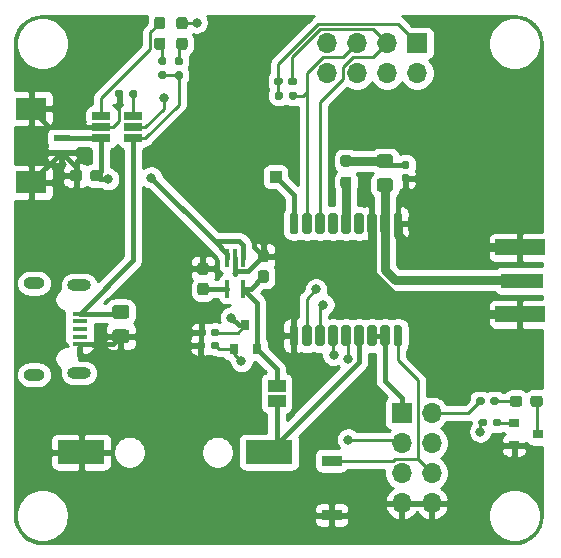
<source format=gbr>
%TF.GenerationSoftware,KiCad,Pcbnew,(5.1.10-1-10_14)*%
%TF.CreationDate,2021-07-28T23:22:07+08:00*%
%TF.ProjectId,maxm8q_board,6d61786d-3871-45f6-926f-6172642e6b69,rev?*%
%TF.SameCoordinates,Original*%
%TF.FileFunction,Copper,L1,Top*%
%TF.FilePolarity,Positive*%
%FSLAX46Y46*%
G04 Gerber Fmt 4.6, Leading zero omitted, Abs format (unit mm)*
G04 Created by KiCad (PCBNEW (5.1.10-1-10_14)) date 2021-07-28 23:22:07*
%MOMM*%
%LPD*%
G01*
G04 APERTURE LIST*
%TA.AperFunction,SMDPad,CuDef*%
%ADD10R,3.600000X1.270000*%
%TD*%
%TA.AperFunction,SMDPad,CuDef*%
%ADD11R,4.200000X1.350000*%
%TD*%
%TA.AperFunction,ComponentPad*%
%ADD12R,1.000000X1.000000*%
%TD*%
%TA.AperFunction,ComponentPad*%
%ADD13O,1.700000X1.700000*%
%TD*%
%TA.AperFunction,ComponentPad*%
%ADD14R,1.700000X1.700000*%
%TD*%
%TA.AperFunction,SMDPad,CuDef*%
%ADD15R,1.699997X0.899998*%
%TD*%
%TA.AperFunction,SMDPad,CuDef*%
%ADD16R,1.560000X0.650000*%
%TD*%
%TA.AperFunction,SMDPad,CuDef*%
%ADD17R,2.599995X1.899996*%
%TD*%
%TA.AperFunction,SMDPad,CuDef*%
%ADD18R,1.399997X0.599999*%
%TD*%
%TA.AperFunction,ComponentPad*%
%ADD19O,1.800000X1.000000*%
%TD*%
%TA.AperFunction,ComponentPad*%
%ADD20O,2.000000X1.000000*%
%TD*%
%TA.AperFunction,SMDPad,CuDef*%
%ADD21R,1.300000X0.450000*%
%TD*%
%TA.AperFunction,SMDPad,CuDef*%
%ADD22R,1.500000X1.000000*%
%TD*%
%TA.AperFunction,SMDPad,CuDef*%
%ADD23R,4.000000X2.000000*%
%TD*%
%TA.AperFunction,SMDPad,CuDef*%
%ADD24R,0.800000X0.900000*%
%TD*%
%TA.AperFunction,SMDPad,CuDef*%
%ADD25R,0.900000X0.800000*%
%TD*%
%TA.AperFunction,SMDPad,CuDef*%
%ADD26R,0.400000X1.500000*%
%TD*%
%TA.AperFunction,ViaPad*%
%ADD27C,0.800000*%
%TD*%
%TA.AperFunction,Conductor*%
%ADD28C,0.250000*%
%TD*%
%TA.AperFunction,Conductor*%
%ADD29C,0.450000*%
%TD*%
%TA.AperFunction,Conductor*%
%ADD30C,0.800000*%
%TD*%
%TA.AperFunction,Conductor*%
%ADD31C,0.254000*%
%TD*%
%TA.AperFunction,Conductor*%
%ADD32C,0.100000*%
%TD*%
G04 APERTURE END LIST*
D10*
%TO.P,X1,1*%
%TO.N,ANT*%
X143650000Y-83100000D03*
D11*
%TO.P,X1,2*%
%TO.N,GND*%
X143450000Y-80275000D03*
X143450000Y-85925000D03*
%TD*%
D12*
%TO.P,TP1,1*%
%TO.N,SAFEBOOT*%
X122760000Y-74290000D03*
%TD*%
%TO.P,C6,2*%
%TO.N,GND*%
%TA.AperFunction,SMDPad,CuDef*%
G36*
G01*
X109175000Y-87220000D02*
X110125000Y-87220000D01*
G75*
G02*
X110375000Y-87470000I0J-250000D01*
G01*
X110375000Y-88145000D01*
G75*
G02*
X110125000Y-88395000I-250000J0D01*
G01*
X109175000Y-88395000D01*
G75*
G02*
X108925000Y-88145000I0J250000D01*
G01*
X108925000Y-87470000D01*
G75*
G02*
X109175000Y-87220000I250000J0D01*
G01*
G37*
%TD.AperFunction*%
%TO.P,C6,1*%
%TO.N,VBUS*%
%TA.AperFunction,SMDPad,CuDef*%
G36*
G01*
X109175000Y-85145000D02*
X110125000Y-85145000D01*
G75*
G02*
X110375000Y-85395000I0J-250000D01*
G01*
X110375000Y-86070000D01*
G75*
G02*
X110125000Y-86320000I-250000J0D01*
G01*
X109175000Y-86320000D01*
G75*
G02*
X108925000Y-86070000I0J250000D01*
G01*
X108925000Y-85395000D01*
G75*
G02*
X109175000Y-85145000I250000J0D01*
G01*
G37*
%TD.AperFunction*%
%TD*%
%TO.P,R9,2*%
%TO.N,VBUS*%
%TA.AperFunction,SMDPad,CuDef*%
G36*
G01*
X114400000Y-65347500D02*
X114720000Y-65347500D01*
G75*
G02*
X114880000Y-65507500I0J-160000D01*
G01*
X114880000Y-65902500D01*
G75*
G02*
X114720000Y-66062500I-160000J0D01*
G01*
X114400000Y-66062500D01*
G75*
G02*
X114240000Y-65902500I0J160000D01*
G01*
X114240000Y-65507500D01*
G75*
G02*
X114400000Y-65347500I160000J0D01*
G01*
G37*
%TD.AperFunction*%
%TO.P,R9,1*%
%TO.N,Net-(D3-Pad2)*%
%TA.AperFunction,SMDPad,CuDef*%
G36*
G01*
X114400000Y-64152500D02*
X114720000Y-64152500D01*
G75*
G02*
X114880000Y-64312500I0J-160000D01*
G01*
X114880000Y-64707500D01*
G75*
G02*
X114720000Y-64867500I-160000J0D01*
G01*
X114400000Y-64867500D01*
G75*
G02*
X114240000Y-64707500I0J160000D01*
G01*
X114240000Y-64312500D01*
G75*
G02*
X114400000Y-64152500I160000J0D01*
G01*
G37*
%TD.AperFunction*%
%TD*%
%TO.P,R8,2*%
%TO.N,GND*%
%TA.AperFunction,SMDPad,CuDef*%
G36*
G01*
X109870000Y-67120000D02*
X109870000Y-67440000D01*
G75*
G02*
X109710000Y-67600000I-160000J0D01*
G01*
X109315000Y-67600000D01*
G75*
G02*
X109155000Y-67440000I0J160000D01*
G01*
X109155000Y-67120000D01*
G75*
G02*
X109315000Y-66960000I160000J0D01*
G01*
X109710000Y-66960000D01*
G75*
G02*
X109870000Y-67120000I0J-160000D01*
G01*
G37*
%TD.AperFunction*%
%TO.P,R8,1*%
%TO.N,Net-(R8-Pad1)*%
%TA.AperFunction,SMDPad,CuDef*%
G36*
G01*
X111065000Y-67120000D02*
X111065000Y-67440000D01*
G75*
G02*
X110905000Y-67600000I-160000J0D01*
G01*
X110510000Y-67600000D01*
G75*
G02*
X110350000Y-67440000I0J160000D01*
G01*
X110350000Y-67120000D01*
G75*
G02*
X110510000Y-66960000I160000J0D01*
G01*
X110905000Y-66960000D01*
G75*
G02*
X111065000Y-67120000I0J-160000D01*
G01*
G37*
%TD.AperFunction*%
%TD*%
%TO.P,R7,2*%
%TO.N,Net-(D2-Pad2)*%
%TA.AperFunction,SMDPad,CuDef*%
G36*
G01*
X113320000Y-64840000D02*
X113000000Y-64840000D01*
G75*
G02*
X112840000Y-64680000I0J160000D01*
G01*
X112840000Y-64285000D01*
G75*
G02*
X113000000Y-64125000I160000J0D01*
G01*
X113320000Y-64125000D01*
G75*
G02*
X113480000Y-64285000I0J-160000D01*
G01*
X113480000Y-64680000D01*
G75*
G02*
X113320000Y-64840000I-160000J0D01*
G01*
G37*
%TD.AperFunction*%
%TO.P,R7,1*%
%TO.N,VBUS*%
%TA.AperFunction,SMDPad,CuDef*%
G36*
G01*
X113320000Y-66035000D02*
X113000000Y-66035000D01*
G75*
G02*
X112840000Y-65875000I0J160000D01*
G01*
X112840000Y-65480000D01*
G75*
G02*
X113000000Y-65320000I160000J0D01*
G01*
X113320000Y-65320000D01*
G75*
G02*
X113480000Y-65480000I0J-160000D01*
G01*
X113480000Y-65875000D01*
G75*
G02*
X113320000Y-66035000I-160000J0D01*
G01*
G37*
%TD.AperFunction*%
%TD*%
%TO.P,R6,2*%
%TO.N,GND*%
%TA.AperFunction,SMDPad,CuDef*%
G36*
G01*
X116800000Y-88400000D02*
X116800000Y-88720000D01*
G75*
G02*
X116640000Y-88880000I-160000J0D01*
G01*
X116245000Y-88880000D01*
G75*
G02*
X116085000Y-88720000I0J160000D01*
G01*
X116085000Y-88400000D01*
G75*
G02*
X116245000Y-88240000I160000J0D01*
G01*
X116640000Y-88240000D01*
G75*
G02*
X116800000Y-88400000I0J-160000D01*
G01*
G37*
%TD.AperFunction*%
%TO.P,R6,1*%
%TO.N,ENABLE*%
%TA.AperFunction,SMDPad,CuDef*%
G36*
G01*
X117995000Y-88400000D02*
X117995000Y-88720000D01*
G75*
G02*
X117835000Y-88880000I-160000J0D01*
G01*
X117440000Y-88880000D01*
G75*
G02*
X117280000Y-88720000I0J160000D01*
G01*
X117280000Y-88400000D01*
G75*
G02*
X117440000Y-88240000I160000J0D01*
G01*
X117835000Y-88240000D01*
G75*
G02*
X117995000Y-88400000I0J-160000D01*
G01*
G37*
%TD.AperFunction*%
%TD*%
%TO.P,R5,2*%
%TO.N,Net-(D1-Pad2)*%
%TA.AperFunction,SMDPad,CuDef*%
G36*
G01*
X140940000Y-93430000D02*
X140940000Y-93110000D01*
G75*
G02*
X141100000Y-92950000I160000J0D01*
G01*
X141495000Y-92950000D01*
G75*
G02*
X141655000Y-93110000I0J-160000D01*
G01*
X141655000Y-93430000D01*
G75*
G02*
X141495000Y-93590000I-160000J0D01*
G01*
X141100000Y-93590000D01*
G75*
G02*
X140940000Y-93430000I0J160000D01*
G01*
G37*
%TD.AperFunction*%
%TO.P,R5,1*%
%TO.N,GPS_VCC*%
%TA.AperFunction,SMDPad,CuDef*%
G36*
G01*
X139745000Y-93430000D02*
X139745000Y-93110000D01*
G75*
G02*
X139905000Y-92950000I160000J0D01*
G01*
X140300000Y-92950000D01*
G75*
G02*
X140460000Y-93110000I0J-160000D01*
G01*
X140460000Y-93430000D01*
G75*
G02*
X140300000Y-93590000I-160000J0D01*
G01*
X139905000Y-93590000D01*
G75*
G02*
X139745000Y-93430000I0J160000D01*
G01*
G37*
%TD.AperFunction*%
%TD*%
%TO.P,R4,2*%
%TO.N,Net-(Q1-Pad1)*%
%TA.AperFunction,SMDPad,CuDef*%
G36*
G01*
X141130000Y-95260000D02*
X141130000Y-94940000D01*
G75*
G02*
X141290000Y-94780000I160000J0D01*
G01*
X141685000Y-94780000D01*
G75*
G02*
X141845000Y-94940000I0J-160000D01*
G01*
X141845000Y-95260000D01*
G75*
G02*
X141685000Y-95420000I-160000J0D01*
G01*
X141290000Y-95420000D01*
G75*
G02*
X141130000Y-95260000I0J160000D01*
G01*
G37*
%TD.AperFunction*%
%TO.P,R4,1*%
%TO.N,TIMEPULSE*%
%TA.AperFunction,SMDPad,CuDef*%
G36*
G01*
X139935000Y-95260000D02*
X139935000Y-94940000D01*
G75*
G02*
X140095000Y-94780000I160000J0D01*
G01*
X140490000Y-94780000D01*
G75*
G02*
X140650000Y-94940000I0J-160000D01*
G01*
X140650000Y-95260000D01*
G75*
G02*
X140490000Y-95420000I-160000J0D01*
G01*
X140095000Y-95420000D01*
G75*
G02*
X139935000Y-95260000I0J160000D01*
G01*
G37*
%TD.AperFunction*%
%TD*%
%TO.P,R2,2*%
%TO.N,GPS_VCC*%
%TA.AperFunction,SMDPad,CuDef*%
G36*
G01*
X123390000Y-67270000D02*
X123390000Y-67590000D01*
G75*
G02*
X123230000Y-67750000I-160000J0D01*
G01*
X122835000Y-67750000D01*
G75*
G02*
X122675000Y-67590000I0J160000D01*
G01*
X122675000Y-67270000D01*
G75*
G02*
X122835000Y-67110000I160000J0D01*
G01*
X123230000Y-67110000D01*
G75*
G02*
X123390000Y-67270000I0J-160000D01*
G01*
G37*
%TD.AperFunction*%
%TO.P,R2,1*%
%TO.N,SDA*%
%TA.AperFunction,SMDPad,CuDef*%
G36*
G01*
X124585000Y-67270000D02*
X124585000Y-67590000D01*
G75*
G02*
X124425000Y-67750000I-160000J0D01*
G01*
X124030000Y-67750000D01*
G75*
G02*
X123870000Y-67590000I0J160000D01*
G01*
X123870000Y-67270000D01*
G75*
G02*
X124030000Y-67110000I160000J0D01*
G01*
X124425000Y-67110000D01*
G75*
G02*
X124585000Y-67270000I0J-160000D01*
G01*
G37*
%TD.AperFunction*%
%TD*%
%TO.P,R1,2*%
%TO.N,GPS_VCC*%
%TA.AperFunction,SMDPad,CuDef*%
G36*
G01*
X123350000Y-66060000D02*
X123350000Y-66380000D01*
G75*
G02*
X123190000Y-66540000I-160000J0D01*
G01*
X122795000Y-66540000D01*
G75*
G02*
X122635000Y-66380000I0J160000D01*
G01*
X122635000Y-66060000D01*
G75*
G02*
X122795000Y-65900000I160000J0D01*
G01*
X123190000Y-65900000D01*
G75*
G02*
X123350000Y-66060000I0J-160000D01*
G01*
G37*
%TD.AperFunction*%
%TO.P,R1,1*%
%TO.N,SCL*%
%TA.AperFunction,SMDPad,CuDef*%
G36*
G01*
X124545000Y-66060000D02*
X124545000Y-66380000D01*
G75*
G02*
X124385000Y-66540000I-160000J0D01*
G01*
X123990000Y-66540000D01*
G75*
G02*
X123830000Y-66380000I0J160000D01*
G01*
X123830000Y-66060000D01*
G75*
G02*
X123990000Y-65900000I160000J0D01*
G01*
X124385000Y-65900000D01*
G75*
G02*
X124545000Y-66060000I0J-160000D01*
G01*
G37*
%TD.AperFunction*%
%TD*%
%TO.P,C5,2*%
%TO.N,GND*%
%TA.AperFunction,SMDPad,CuDef*%
G36*
G01*
X116860000Y-87335000D02*
X116860000Y-87645000D01*
G75*
G02*
X116705000Y-87800000I-155000J0D01*
G01*
X116280000Y-87800000D01*
G75*
G02*
X116125000Y-87645000I0J155000D01*
G01*
X116125000Y-87335000D01*
G75*
G02*
X116280000Y-87180000I155000J0D01*
G01*
X116705000Y-87180000D01*
G75*
G02*
X116860000Y-87335000I0J-155000D01*
G01*
G37*
%TD.AperFunction*%
%TO.P,C5,1*%
%TO.N,GPS_VCC*%
%TA.AperFunction,SMDPad,CuDef*%
G36*
G01*
X117995000Y-87335000D02*
X117995000Y-87645000D01*
G75*
G02*
X117840000Y-87800000I-155000J0D01*
G01*
X117415000Y-87800000D01*
G75*
G02*
X117260000Y-87645000I0J155000D01*
G01*
X117260000Y-87335000D01*
G75*
G02*
X117415000Y-87180000I155000J0D01*
G01*
X117840000Y-87180000D01*
G75*
G02*
X117995000Y-87335000I0J-155000D01*
G01*
G37*
%TD.AperFunction*%
%TD*%
%TO.P,C4,2*%
%TO.N,GND*%
%TA.AperFunction,SMDPad,CuDef*%
G36*
G01*
X133625000Y-74060000D02*
X133935000Y-74060000D01*
G75*
G02*
X134090000Y-74215000I0J-155000D01*
G01*
X134090000Y-74640000D01*
G75*
G02*
X133935000Y-74795000I-155000J0D01*
G01*
X133625000Y-74795000D01*
G75*
G02*
X133470000Y-74640000I0J155000D01*
G01*
X133470000Y-74215000D01*
G75*
G02*
X133625000Y-74060000I155000J0D01*
G01*
G37*
%TD.AperFunction*%
%TO.P,C4,1*%
%TO.N,Net-(C4-Pad1)*%
%TA.AperFunction,SMDPad,CuDef*%
G36*
G01*
X133625000Y-72925000D02*
X133935000Y-72925000D01*
G75*
G02*
X134090000Y-73080000I0J-155000D01*
G01*
X134090000Y-73505000D01*
G75*
G02*
X133935000Y-73660000I-155000J0D01*
G01*
X133625000Y-73660000D01*
G75*
G02*
X133470000Y-73505000I0J155000D01*
G01*
X133470000Y-73080000D01*
G75*
G02*
X133625000Y-72925000I155000J0D01*
G01*
G37*
%TD.AperFunction*%
%TD*%
D13*
%TO.P,J2,8*%
%TO.N,GND*%
X127120000Y-65520000D03*
%TO.P,J2,7*%
X127120000Y-62980000D03*
%TO.P,J2,6*%
%TO.N,TXD*%
X129660000Y-65520000D03*
%TO.P,J2,5*%
%TO.N,SDA*%
X129660000Y-62980000D03*
%TO.P,J2,4*%
%TO.N,RXD*%
X132200000Y-65520000D03*
%TO.P,J2,3*%
%TO.N,SCL*%
X132200000Y-62980000D03*
%TO.P,J2,2*%
%TO.N,GPS_VCC*%
X134740000Y-65520000D03*
D14*
%TO.P,J2,1*%
X134740000Y-62980000D03*
%TD*%
D13*
%TO.P,J4,8*%
%TO.N,GND*%
X135970000Y-101920000D03*
%TO.P,J4,7*%
X133430000Y-101920000D03*
%TO.P,J4,6*%
%TO.N,RESET*%
X135970000Y-99380000D03*
%TO.P,J4,5*%
%TO.N,TIMEPULSE*%
X133430000Y-99380000D03*
%TO.P,J4,4*%
%TO.N,EXTINT*%
X135970000Y-96840000D03*
%TO.P,J4,3*%
%TO.N,ENABLE*%
X133430000Y-96840000D03*
%TO.P,J4,2*%
%TO.N,GPS_VCC*%
X135970000Y-94300000D03*
D14*
%TO.P,J4,1*%
X133430000Y-94300000D03*
%TD*%
D15*
%TO.P,SW1,1*%
%TO.N,RESET*%
X127500000Y-98330030D03*
%TO.P,SW1,2*%
%TO.N,GND*%
X127500000Y-102929970D03*
%TD*%
D16*
%TO.P,U3,5*%
%TO.N,Net-(D3-Pad1)*%
X110690000Y-70080000D03*
%TO.P,U3,6*%
%TO.N,Net-(R8-Pad1)*%
X110690000Y-69130000D03*
%TO.P,U3,4*%
%TO.N,VBUS*%
X110690000Y-71030000D03*
%TO.P,U3,3*%
%TO.N,VBAT*%
X107990000Y-71030000D03*
%TO.P,U3,2*%
%TO.N,GND*%
X107990000Y-70080000D03*
%TO.P,U3,1*%
%TO.N,Net-(D2-Pad1)*%
X107990000Y-69130000D03*
%TD*%
%TO.P,D3,2*%
%TO.N,Net-(D3-Pad2)*%
%TA.AperFunction,SMDPad,CuDef*%
G36*
G01*
X114592500Y-62500000D02*
X115067500Y-62500000D01*
G75*
G02*
X115305000Y-62737500I0J-237500D01*
G01*
X115305000Y-63312500D01*
G75*
G02*
X115067500Y-63550000I-237500J0D01*
G01*
X114592500Y-63550000D01*
G75*
G02*
X114355000Y-63312500I0J237500D01*
G01*
X114355000Y-62737500D01*
G75*
G02*
X114592500Y-62500000I237500J0D01*
G01*
G37*
%TD.AperFunction*%
%TO.P,D3,1*%
%TO.N,Net-(D3-Pad1)*%
%TA.AperFunction,SMDPad,CuDef*%
G36*
G01*
X114592500Y-60750000D02*
X115067500Y-60750000D01*
G75*
G02*
X115305000Y-60987500I0J-237500D01*
G01*
X115305000Y-61562500D01*
G75*
G02*
X115067500Y-61800000I-237500J0D01*
G01*
X114592500Y-61800000D01*
G75*
G02*
X114355000Y-61562500I0J237500D01*
G01*
X114355000Y-60987500D01*
G75*
G02*
X114592500Y-60750000I237500J0D01*
G01*
G37*
%TD.AperFunction*%
%TD*%
%TO.P,D2,2*%
%TO.N,Net-(D2-Pad2)*%
%TA.AperFunction,SMDPad,CuDef*%
G36*
G01*
X112712500Y-62500000D02*
X113187500Y-62500000D01*
G75*
G02*
X113425000Y-62737500I0J-237500D01*
G01*
X113425000Y-63312500D01*
G75*
G02*
X113187500Y-63550000I-237500J0D01*
G01*
X112712500Y-63550000D01*
G75*
G02*
X112475000Y-63312500I0J237500D01*
G01*
X112475000Y-62737500D01*
G75*
G02*
X112712500Y-62500000I237500J0D01*
G01*
G37*
%TD.AperFunction*%
%TO.P,D2,1*%
%TO.N,Net-(D2-Pad1)*%
%TA.AperFunction,SMDPad,CuDef*%
G36*
G01*
X112712500Y-60750000D02*
X113187500Y-60750000D01*
G75*
G02*
X113425000Y-60987500I0J-237500D01*
G01*
X113425000Y-61562500D01*
G75*
G02*
X113187500Y-61800000I-237500J0D01*
G01*
X112712500Y-61800000D01*
G75*
G02*
X112475000Y-61562500I0J237500D01*
G01*
X112475000Y-60987500D01*
G75*
G02*
X112712500Y-60750000I237500J0D01*
G01*
G37*
%TD.AperFunction*%
%TD*%
D17*
%TO.P,CN1,4*%
%TO.N,GND*%
X102051265Y-68515089D03*
%TO.P,CN1,3*%
X102051265Y-74765013D03*
D18*
%TO.P,CN1,2*%
X104668735Y-72264891D03*
%TO.P,CN1,1*%
%TO.N,VBAT*%
X104668735Y-71014957D03*
%TD*%
D19*
%TO.P,J1,0*%
%TO.N,Net-(J1-Pad0)*%
X102310000Y-91055000D03*
X102310000Y-83305000D03*
D20*
X106110000Y-90905000D03*
X106110000Y-83455000D03*
D21*
%TO.P,J1,5*%
%TO.N,GND*%
X106160000Y-88480000D03*
%TO.P,J1,4*%
%TO.N,N/C*%
X106160000Y-87830000D03*
%TO.P,J1,3*%
X106160000Y-87180000D03*
%TO.P,J1,2*%
X106160000Y-86530000D03*
%TO.P,J1,1*%
%TO.N,VBUS*%
X106160000Y-85880000D03*
%TD*%
D22*
%TO.P,JP1,1*%
%TO.N,+BATT*%
X122840000Y-93270000D03*
%TO.P,JP1,2*%
%TO.N,+3V3*%
X122840000Y-91970000D03*
%TD*%
D23*
%TO.P,B1,+*%
%TO.N,+BATT*%
X122200000Y-97610000D03*
%TO.P,B1,-*%
%TO.N,GND*%
X106310000Y-97610000D03*
%TD*%
D24*
%TO.P,Q2,3*%
%TO.N,GPS_VCC*%
X120210000Y-86880000D03*
%TO.P,Q2,2*%
%TO.N,+3V3*%
X121160000Y-88880000D03*
%TO.P,Q2,1*%
%TO.N,ENABLE*%
X119260000Y-88880000D03*
%TD*%
%TO.P,C3,2*%
%TO.N,+3V3*%
%TA.AperFunction,SMDPad,CuDef*%
G36*
G01*
X121472500Y-82195000D02*
X121947500Y-82195000D01*
G75*
G02*
X122185000Y-82432500I0J-237500D01*
G01*
X122185000Y-83032500D01*
G75*
G02*
X121947500Y-83270000I-237500J0D01*
G01*
X121472500Y-83270000D01*
G75*
G02*
X121235000Y-83032500I0J237500D01*
G01*
X121235000Y-82432500D01*
G75*
G02*
X121472500Y-82195000I237500J0D01*
G01*
G37*
%TD.AperFunction*%
%TO.P,C3,1*%
%TO.N,GND*%
%TA.AperFunction,SMDPad,CuDef*%
G36*
G01*
X121472500Y-80470000D02*
X121947500Y-80470000D01*
G75*
G02*
X122185000Y-80707500I0J-237500D01*
G01*
X122185000Y-81307500D01*
G75*
G02*
X121947500Y-81545000I-237500J0D01*
G01*
X121472500Y-81545000D01*
G75*
G02*
X121235000Y-81307500I0J237500D01*
G01*
X121235000Y-80707500D01*
G75*
G02*
X121472500Y-80470000I237500J0D01*
G01*
G37*
%TD.AperFunction*%
%TD*%
%TO.P,C2,2*%
%TO.N,Net-(C2-Pad2)*%
%TA.AperFunction,SMDPad,CuDef*%
G36*
G01*
X116372500Y-83265000D02*
X116847500Y-83265000D01*
G75*
G02*
X117085000Y-83502500I0J-237500D01*
G01*
X117085000Y-84102500D01*
G75*
G02*
X116847500Y-84340000I-237500J0D01*
G01*
X116372500Y-84340000D01*
G75*
G02*
X116135000Y-84102500I0J237500D01*
G01*
X116135000Y-83502500D01*
G75*
G02*
X116372500Y-83265000I237500J0D01*
G01*
G37*
%TD.AperFunction*%
%TO.P,C2,1*%
%TO.N,GND*%
%TA.AperFunction,SMDPad,CuDef*%
G36*
G01*
X116372500Y-81540000D02*
X116847500Y-81540000D01*
G75*
G02*
X117085000Y-81777500I0J-237500D01*
G01*
X117085000Y-82377500D01*
G75*
G02*
X116847500Y-82615000I-237500J0D01*
G01*
X116372500Y-82615000D01*
G75*
G02*
X116135000Y-82377500I0J237500D01*
G01*
X116135000Y-81777500D01*
G75*
G02*
X116372500Y-81540000I237500J0D01*
G01*
G37*
%TD.AperFunction*%
%TD*%
%TO.P,C1,2*%
%TO.N,GND*%
%TA.AperFunction,SMDPad,CuDef*%
G36*
G01*
X106405000Y-73952500D02*
X106405000Y-74427500D01*
G75*
G02*
X106167500Y-74665000I-237500J0D01*
G01*
X105567500Y-74665000D01*
G75*
G02*
X105330000Y-74427500I0J237500D01*
G01*
X105330000Y-73952500D01*
G75*
G02*
X105567500Y-73715000I237500J0D01*
G01*
X106167500Y-73715000D01*
G75*
G02*
X106405000Y-73952500I0J-237500D01*
G01*
G37*
%TD.AperFunction*%
%TO.P,C1,1*%
%TO.N,VBAT*%
%TA.AperFunction,SMDPad,CuDef*%
G36*
G01*
X108130000Y-73952500D02*
X108130000Y-74427500D01*
G75*
G02*
X107892500Y-74665000I-237500J0D01*
G01*
X107292500Y-74665000D01*
G75*
G02*
X107055000Y-74427500I0J237500D01*
G01*
X107055000Y-73952500D01*
G75*
G02*
X107292500Y-73715000I237500J0D01*
G01*
X107892500Y-73715000D01*
G75*
G02*
X108130000Y-73952500I0J-237500D01*
G01*
G37*
%TD.AperFunction*%
%TD*%
D25*
%TO.P,Q1,3*%
%TO.N,Net-(D1-Pad1)*%
X144950000Y-96090000D03*
%TO.P,Q1,2*%
%TO.N,GND*%
X142950000Y-97040000D03*
%TO.P,Q1,1*%
%TO.N,Net-(Q1-Pad1)*%
X142950000Y-95140000D03*
%TD*%
%TO.P,D1,2*%
%TO.N,Net-(D1-Pad2)*%
%TA.AperFunction,SMDPad,CuDef*%
G36*
G01*
X143640000Y-93062500D02*
X143640000Y-93537500D01*
G75*
G02*
X143402500Y-93775000I-237500J0D01*
G01*
X142827500Y-93775000D01*
G75*
G02*
X142590000Y-93537500I0J237500D01*
G01*
X142590000Y-93062500D01*
G75*
G02*
X142827500Y-92825000I237500J0D01*
G01*
X143402500Y-92825000D01*
G75*
G02*
X143640000Y-93062500I0J-237500D01*
G01*
G37*
%TD.AperFunction*%
%TO.P,D1,1*%
%TO.N,Net-(D1-Pad1)*%
%TA.AperFunction,SMDPad,CuDef*%
G36*
G01*
X145390000Y-93062500D02*
X145390000Y-93537500D01*
G75*
G02*
X145152500Y-93775000I-237500J0D01*
G01*
X144577500Y-93775000D01*
G75*
G02*
X144340000Y-93537500I0J237500D01*
G01*
X144340000Y-93062500D01*
G75*
G02*
X144577500Y-92825000I237500J0D01*
G01*
X145152500Y-92825000D01*
G75*
G02*
X145390000Y-93062500I0J-237500D01*
G01*
G37*
%TD.AperFunction*%
%TD*%
D26*
%TO.P,U2,5*%
%TO.N,+3V3*%
X119980000Y-83790000D03*
%TO.P,U2,4*%
%TO.N,Net-(C2-Pad2)*%
X118680000Y-83790000D03*
%TO.P,U2,3*%
%TO.N,VBAT*%
X118680000Y-81130000D03*
%TO.P,U2,2*%
%TO.N,GND*%
X119330000Y-81130000D03*
%TO.P,U2,1*%
%TO.N,VBAT*%
X119980000Y-81130000D03*
%TD*%
%TO.P,R3,2*%
%TO.N,Net-(C4-Pad1)*%
%TA.AperFunction,SMDPad,CuDef*%
G36*
G01*
X128947500Y-73435000D02*
X128472500Y-73435000D01*
G75*
G02*
X128235000Y-73197500I0J237500D01*
G01*
X128235000Y-72697500D01*
G75*
G02*
X128472500Y-72460000I237500J0D01*
G01*
X128947500Y-72460000D01*
G75*
G02*
X129185000Y-72697500I0J-237500D01*
G01*
X129185000Y-73197500D01*
G75*
G02*
X128947500Y-73435000I-237500J0D01*
G01*
G37*
%TD.AperFunction*%
%TO.P,R3,1*%
%TO.N,VCC_RF*%
%TA.AperFunction,SMDPad,CuDef*%
G36*
G01*
X128947500Y-75260000D02*
X128472500Y-75260000D01*
G75*
G02*
X128235000Y-75022500I0J237500D01*
G01*
X128235000Y-74522500D01*
G75*
G02*
X128472500Y-74285000I237500J0D01*
G01*
X128947500Y-74285000D01*
G75*
G02*
X129185000Y-74522500I0J-237500D01*
G01*
X129185000Y-75022500D01*
G75*
G02*
X128947500Y-75260000I-237500J0D01*
G01*
G37*
%TD.AperFunction*%
%TD*%
%TO.P,L1,2*%
%TO.N,Net-(C4-Pad1)*%
%TA.AperFunction,SMDPad,CuDef*%
G36*
G01*
X132460001Y-73520000D02*
X131559999Y-73520000D01*
G75*
G02*
X131310000Y-73270001I0J249999D01*
G01*
X131310000Y-72619999D01*
G75*
G02*
X131559999Y-72370000I249999J0D01*
G01*
X132460001Y-72370000D01*
G75*
G02*
X132710000Y-72619999I0J-249999D01*
G01*
X132710000Y-73270001D01*
G75*
G02*
X132460001Y-73520000I-249999J0D01*
G01*
G37*
%TD.AperFunction*%
%TO.P,L1,1*%
%TO.N,ANT*%
%TA.AperFunction,SMDPad,CuDef*%
G36*
G01*
X132460001Y-75570000D02*
X131559999Y-75570000D01*
G75*
G02*
X131310000Y-75320001I0J249999D01*
G01*
X131310000Y-74669999D01*
G75*
G02*
X131559999Y-74420000I249999J0D01*
G01*
X132460001Y-74420000D01*
G75*
G02*
X132710000Y-74669999I0J-249999D01*
G01*
X132710000Y-75320001D01*
G75*
G02*
X132460001Y-75570000I-249999J0D01*
G01*
G37*
%TD.AperFunction*%
%TD*%
%TO.P,U1,18*%
%TO.N,SAFEBOOT*%
%TA.AperFunction,SMDPad,CuDef*%
G36*
G01*
X124485000Y-79140000D02*
X124135000Y-79140000D01*
G75*
G02*
X123960000Y-78965000I0J175000D01*
G01*
X123960000Y-77515000D01*
G75*
G02*
X124135000Y-77340000I175000J0D01*
G01*
X124485000Y-77340000D01*
G75*
G02*
X124660000Y-77515000I0J-175000D01*
G01*
X124660000Y-78965000D01*
G75*
G02*
X124485000Y-79140000I-175000J0D01*
G01*
G37*
%TD.AperFunction*%
%TO.P,U1,17*%
%TO.N,SDA*%
%TA.AperFunction,SMDPad,CuDef*%
G36*
G01*
X125610000Y-79140000D02*
X125210000Y-79140000D01*
G75*
G02*
X125010000Y-78940000I0J200000D01*
G01*
X125010000Y-77540000D01*
G75*
G02*
X125210000Y-77340000I200000J0D01*
G01*
X125610000Y-77340000D01*
G75*
G02*
X125810000Y-77540000I0J-200000D01*
G01*
X125810000Y-78940000D01*
G75*
G02*
X125610000Y-79140000I-200000J0D01*
G01*
G37*
%TD.AperFunction*%
%TO.P,U1,16*%
%TO.N,SCL*%
%TA.AperFunction,SMDPad,CuDef*%
G36*
G01*
X126710000Y-79140000D02*
X126310000Y-79140000D01*
G75*
G02*
X126110000Y-78940000I0J200000D01*
G01*
X126110000Y-77540000D01*
G75*
G02*
X126310000Y-77340000I200000J0D01*
G01*
X126710000Y-77340000D01*
G75*
G02*
X126910000Y-77540000I0J-200000D01*
G01*
X126910000Y-78940000D01*
G75*
G02*
X126710000Y-79140000I-200000J0D01*
G01*
G37*
%TD.AperFunction*%
%TO.P,U1,15*%
%TO.N,N/C*%
%TA.AperFunction,SMDPad,CuDef*%
G36*
G01*
X127810000Y-79140000D02*
X127410000Y-79140000D01*
G75*
G02*
X127210000Y-78940000I0J200000D01*
G01*
X127210000Y-77540000D01*
G75*
G02*
X127410000Y-77340000I200000J0D01*
G01*
X127810000Y-77340000D01*
G75*
G02*
X128010000Y-77540000I0J-200000D01*
G01*
X128010000Y-78940000D01*
G75*
G02*
X127810000Y-79140000I-200000J0D01*
G01*
G37*
%TD.AperFunction*%
%TO.P,U1,14*%
%TO.N,VCC_RF*%
%TA.AperFunction,SMDPad,CuDef*%
G36*
G01*
X128910000Y-79140000D02*
X128510000Y-79140000D01*
G75*
G02*
X128310000Y-78940000I0J200000D01*
G01*
X128310000Y-77540000D01*
G75*
G02*
X128510000Y-77340000I200000J0D01*
G01*
X128910000Y-77340000D01*
G75*
G02*
X129110000Y-77540000I0J-200000D01*
G01*
X129110000Y-78940000D01*
G75*
G02*
X128910000Y-79140000I-200000J0D01*
G01*
G37*
%TD.AperFunction*%
%TO.P,U1,13*%
%TO.N,N/C*%
%TA.AperFunction,SMDPad,CuDef*%
G36*
G01*
X130010000Y-79140000D02*
X129610000Y-79140000D01*
G75*
G02*
X129410000Y-78940000I0J200000D01*
G01*
X129410000Y-77540000D01*
G75*
G02*
X129610000Y-77340000I200000J0D01*
G01*
X130010000Y-77340000D01*
G75*
G02*
X130210000Y-77540000I0J-200000D01*
G01*
X130210000Y-78940000D01*
G75*
G02*
X130010000Y-79140000I-200000J0D01*
G01*
G37*
%TD.AperFunction*%
%TO.P,U1,12*%
%TO.N,GND*%
%TA.AperFunction,SMDPad,CuDef*%
G36*
G01*
X131110000Y-79140000D02*
X130710000Y-79140000D01*
G75*
G02*
X130510000Y-78940000I0J200000D01*
G01*
X130510000Y-77540000D01*
G75*
G02*
X130710000Y-77340000I200000J0D01*
G01*
X131110000Y-77340000D01*
G75*
G02*
X131310000Y-77540000I0J-200000D01*
G01*
X131310000Y-78940000D01*
G75*
G02*
X131110000Y-79140000I-200000J0D01*
G01*
G37*
%TD.AperFunction*%
%TO.P,U1,11*%
%TO.N,ANT*%
%TA.AperFunction,SMDPad,CuDef*%
G36*
G01*
X132210000Y-79140000D02*
X131810000Y-79140000D01*
G75*
G02*
X131610000Y-78940000I0J200000D01*
G01*
X131610000Y-77540000D01*
G75*
G02*
X131810000Y-77340000I200000J0D01*
G01*
X132210000Y-77340000D01*
G75*
G02*
X132410000Y-77540000I0J-200000D01*
G01*
X132410000Y-78940000D01*
G75*
G02*
X132210000Y-79140000I-200000J0D01*
G01*
G37*
%TD.AperFunction*%
%TO.P,U1,10*%
%TO.N,GND*%
%TA.AperFunction,SMDPad,CuDef*%
G36*
G01*
X133285000Y-79140000D02*
X132935000Y-79140000D01*
G75*
G02*
X132760000Y-78965000I0J175000D01*
G01*
X132760000Y-77515000D01*
G75*
G02*
X132935000Y-77340000I175000J0D01*
G01*
X133285000Y-77340000D01*
G75*
G02*
X133460000Y-77515000I0J-175000D01*
G01*
X133460000Y-78965000D01*
G75*
G02*
X133285000Y-79140000I-175000J0D01*
G01*
G37*
%TD.AperFunction*%
%TO.P,U1,9*%
%TO.N,RESET*%
%TA.AperFunction,SMDPad,CuDef*%
G36*
G01*
X133285000Y-88640000D02*
X132935000Y-88640000D01*
G75*
G02*
X132760000Y-88465000I0J175000D01*
G01*
X132760000Y-87015000D01*
G75*
G02*
X132935000Y-86840000I175000J0D01*
G01*
X133285000Y-86840000D01*
G75*
G02*
X133460000Y-87015000I0J-175000D01*
G01*
X133460000Y-88465000D01*
G75*
G02*
X133285000Y-88640000I-175000J0D01*
G01*
G37*
%TD.AperFunction*%
%TO.P,U1,8*%
%TO.N,GPS_VCC*%
%TA.AperFunction,SMDPad,CuDef*%
G36*
G01*
X132210000Y-88640000D02*
X131810000Y-88640000D01*
G75*
G02*
X131610000Y-88440000I0J200000D01*
G01*
X131610000Y-87040000D01*
G75*
G02*
X131810000Y-86840000I200000J0D01*
G01*
X132210000Y-86840000D01*
G75*
G02*
X132410000Y-87040000I0J-200000D01*
G01*
X132410000Y-88440000D01*
G75*
G02*
X132210000Y-88640000I-200000J0D01*
G01*
G37*
%TD.AperFunction*%
%TO.P,U1,7*%
%TA.AperFunction,SMDPad,CuDef*%
G36*
G01*
X131110000Y-88640000D02*
X130710000Y-88640000D01*
G75*
G02*
X130510000Y-88440000I0J200000D01*
G01*
X130510000Y-87040000D01*
G75*
G02*
X130710000Y-86840000I200000J0D01*
G01*
X131110000Y-86840000D01*
G75*
G02*
X131310000Y-87040000I0J-200000D01*
G01*
X131310000Y-88440000D01*
G75*
G02*
X131110000Y-88640000I-200000J0D01*
G01*
G37*
%TD.AperFunction*%
%TO.P,U1,6*%
%TO.N,+BATT*%
%TA.AperFunction,SMDPad,CuDef*%
G36*
G01*
X130010000Y-88640000D02*
X129610000Y-88640000D01*
G75*
G02*
X129410000Y-88440000I0J200000D01*
G01*
X129410000Y-87040000D01*
G75*
G02*
X129610000Y-86840000I200000J0D01*
G01*
X130010000Y-86840000D01*
G75*
G02*
X130210000Y-87040000I0J-200000D01*
G01*
X130210000Y-88440000D01*
G75*
G02*
X130010000Y-88640000I-200000J0D01*
G01*
G37*
%TD.AperFunction*%
%TO.P,U1,5*%
%TO.N,EXTINT*%
%TA.AperFunction,SMDPad,CuDef*%
G36*
G01*
X128910000Y-88640000D02*
X128510000Y-88640000D01*
G75*
G02*
X128310000Y-88440000I0J200000D01*
G01*
X128310000Y-87040000D01*
G75*
G02*
X128510000Y-86840000I200000J0D01*
G01*
X128910000Y-86840000D01*
G75*
G02*
X129110000Y-87040000I0J-200000D01*
G01*
X129110000Y-88440000D01*
G75*
G02*
X128910000Y-88640000I-200000J0D01*
G01*
G37*
%TD.AperFunction*%
%TO.P,U1,4*%
%TO.N,TIMEPULSE*%
%TA.AperFunction,SMDPad,CuDef*%
G36*
G01*
X127810000Y-88640000D02*
X127410000Y-88640000D01*
G75*
G02*
X127210000Y-88440000I0J200000D01*
G01*
X127210000Y-87040000D01*
G75*
G02*
X127410000Y-86840000I200000J0D01*
G01*
X127810000Y-86840000D01*
G75*
G02*
X128010000Y-87040000I0J-200000D01*
G01*
X128010000Y-88440000D01*
G75*
G02*
X127810000Y-88640000I-200000J0D01*
G01*
G37*
%TD.AperFunction*%
%TO.P,U1,3*%
%TO.N,RXD*%
%TA.AperFunction,SMDPad,CuDef*%
G36*
G01*
X126710000Y-88640000D02*
X126310000Y-88640000D01*
G75*
G02*
X126110000Y-88440000I0J200000D01*
G01*
X126110000Y-87040000D01*
G75*
G02*
X126310000Y-86840000I200000J0D01*
G01*
X126710000Y-86840000D01*
G75*
G02*
X126910000Y-87040000I0J-200000D01*
G01*
X126910000Y-88440000D01*
G75*
G02*
X126710000Y-88640000I-200000J0D01*
G01*
G37*
%TD.AperFunction*%
%TO.P,U1,2*%
%TO.N,TXD*%
%TA.AperFunction,SMDPad,CuDef*%
G36*
G01*
X125610000Y-88640000D02*
X125210000Y-88640000D01*
G75*
G02*
X125010000Y-88440000I0J200000D01*
G01*
X125010000Y-87040000D01*
G75*
G02*
X125210000Y-86840000I200000J0D01*
G01*
X125610000Y-86840000D01*
G75*
G02*
X125810000Y-87040000I0J-200000D01*
G01*
X125810000Y-88440000D01*
G75*
G02*
X125610000Y-88640000I-200000J0D01*
G01*
G37*
%TD.AperFunction*%
%TO.P,U1,1*%
%TO.N,GND*%
%TA.AperFunction,SMDPad,CuDef*%
G36*
G01*
X124485000Y-88640000D02*
X124135000Y-88640000D01*
G75*
G02*
X123960000Y-88465000I0J175000D01*
G01*
X123960000Y-87015000D01*
G75*
G02*
X124135000Y-86840000I175000J0D01*
G01*
X124485000Y-86840000D01*
G75*
G02*
X124660000Y-87015000I0J-175000D01*
G01*
X124660000Y-88465000D01*
G75*
G02*
X124485000Y-88640000I-175000J0D01*
G01*
G37*
%TD.AperFunction*%
%TD*%
D27*
%TO.N,GND*%
X120930000Y-76890000D03*
X136965000Y-80275000D03*
X137075000Y-85925000D03*
%TO.N,RXD*%
X126810000Y-85120000D03*
%TO.N,TXD*%
X126180000Y-83830000D03*
%TO.N,GPS_VCC*%
X119000000Y-86210000D03*
%TO.N,EXTINT*%
X128890000Y-89700000D03*
%TO.N,ENABLE*%
X119860000Y-89890000D03*
X128900000Y-96540000D03*
%TO.N,VBAT*%
X112220000Y-74370000D03*
X108580000Y-74500000D03*
%TO.N,Net-(D3-Pad1)*%
X113270000Y-67640000D03*
X116080000Y-61240000D03*
%TO.N,TIMEPULSE*%
X127680000Y-89380000D03*
X140090000Y-95870000D03*
%TD*%
D28*
%TO.N,SDA*%
X126745997Y-64155001D02*
X128484999Y-64155001D01*
X128484999Y-64155001D02*
X129660000Y-62980000D01*
X125410000Y-65490998D02*
X126745997Y-64155001D01*
X125080000Y-67430000D02*
X125410000Y-67100000D01*
X124227500Y-67430000D02*
X125080000Y-67430000D01*
X125410000Y-67100000D02*
X125410000Y-65490998D01*
X125410000Y-78240000D02*
X125410000Y-67100000D01*
%TO.N,SCL*%
X131024999Y-64155001D02*
X132200000Y-62980000D01*
X129285997Y-64155001D02*
X131024999Y-64155001D01*
X128484999Y-64955999D02*
X129285997Y-64155001D01*
X128484999Y-66025001D02*
X128484999Y-64955999D01*
X126510000Y-68000000D02*
X128484999Y-66025001D01*
X126510000Y-78240000D02*
X126510000Y-68000000D01*
X131024999Y-61804999D02*
X132200000Y-62980000D01*
X126555999Y-61804999D02*
X131024999Y-61804999D01*
X124187500Y-64173498D02*
X126555999Y-61804999D01*
X124187500Y-66220000D02*
X124187500Y-64173498D01*
%TO.N,GND*%
X109512500Y-69587500D02*
X109512500Y-67280000D01*
X109020000Y-70080000D02*
X109512500Y-69587500D01*
X107990000Y-70080000D02*
X109020000Y-70080000D01*
D29*
X103616176Y-70080000D02*
X102051265Y-68515089D01*
X107990000Y-70080000D02*
X103616176Y-70080000D01*
X104551387Y-72264891D02*
X102051265Y-74765013D01*
X104668735Y-72264891D02*
X104551387Y-72264891D01*
X102051265Y-69915087D02*
X102051265Y-74765013D01*
X102051265Y-68515089D02*
X102051265Y-69915087D01*
X105867500Y-73463656D02*
X104668735Y-72264891D01*
X105867500Y-74190000D02*
X105867500Y-73463656D01*
D28*
X116442500Y-87540000D02*
X116492500Y-87490000D01*
X116442500Y-88560000D02*
X116442500Y-87540000D01*
D29*
X120930000Y-80227500D02*
X121710000Y-81007500D01*
X120930000Y-76890000D02*
X120930000Y-80227500D01*
X119439999Y-82305001D02*
X120412499Y-82305001D01*
X120412499Y-82305001D02*
X121710000Y-81007500D01*
X119330000Y-82195002D02*
X119439999Y-82305001D01*
X119330000Y-81130000D02*
X119330000Y-82195002D01*
X108977500Y-88480000D02*
X109650000Y-87807500D01*
X106160000Y-88480000D02*
X108977500Y-88480000D01*
D30*
X130910000Y-78240000D02*
X130910000Y-82504226D01*
X133110000Y-78240000D02*
X133110000Y-79240000D01*
X133110000Y-79240000D02*
X134145000Y-80275000D01*
X130910000Y-82504226D02*
X134330774Y-85925000D01*
X136965000Y-80275000D02*
X143450000Y-80275000D01*
X134145000Y-80275000D02*
X136965000Y-80275000D01*
X137075000Y-85925000D02*
X143450000Y-85925000D01*
X134330774Y-85925000D02*
X137075000Y-85925000D01*
D29*
%TO.N,+BATT*%
X129810000Y-90000000D02*
X122200000Y-97610000D01*
X129810000Y-87740000D02*
X129810000Y-90000000D01*
X122840000Y-96970000D02*
X122200000Y-97610000D01*
X122840000Y-93270000D02*
X122840000Y-96970000D01*
D28*
%TO.N,RXD*%
X126510000Y-85420000D02*
X126810000Y-85120000D01*
X126510000Y-87740000D02*
X126510000Y-85420000D01*
%TO.N,TXD*%
X125410000Y-84600000D02*
X126180000Y-83830000D01*
X125410000Y-87740000D02*
X125410000Y-84600000D01*
D30*
%TO.N,ANT*%
X132010000Y-78240000D02*
X132010000Y-82190000D01*
X132010000Y-82190000D02*
X132830000Y-83010000D01*
X143130000Y-83010000D02*
X143150000Y-82990000D01*
X132830000Y-83010000D02*
X143130000Y-83010000D01*
X132010000Y-78240000D02*
X132010000Y-74995000D01*
%TO.N,Net-(C4-Pad1)*%
X132007500Y-72947500D02*
X132010000Y-72945000D01*
X128710000Y-72947500D02*
X132007500Y-72947500D01*
D29*
X132357500Y-73292500D02*
X132010000Y-72945000D01*
X133780000Y-73292500D02*
X132357500Y-73292500D01*
%TO.N,GPS_VCC*%
X130910000Y-87740000D02*
X132010000Y-87740000D01*
X132010000Y-87740000D02*
X132010000Y-91560000D01*
X133430000Y-92980000D02*
X133430000Y-94300000D01*
X132010000Y-91560000D02*
X133430000Y-92980000D01*
D28*
X139072500Y-94300000D02*
X140102500Y-93270000D01*
X135970000Y-94300000D02*
X139072500Y-94300000D01*
X122992500Y-67390000D02*
X123032500Y-67430000D01*
X122992500Y-66220000D02*
X122992500Y-67390000D01*
X122992500Y-64732088D02*
X122992500Y-66220000D01*
X126369598Y-61354990D02*
X122992500Y-64732088D01*
X133114989Y-61354989D02*
X126369598Y-61354990D01*
X134740000Y-62980000D02*
X133114989Y-61354989D01*
X119600000Y-87490000D02*
X120210000Y-86880000D01*
X117627500Y-87490000D02*
X119600000Y-87490000D01*
D29*
X119670000Y-86880000D02*
X119000000Y-86210000D01*
X120210000Y-86880000D02*
X119670000Y-86880000D01*
D30*
%TO.N,VCC_RF*%
X128710000Y-78240000D02*
X128710000Y-74772500D01*
D29*
%TO.N,SAFEBOOT*%
X124310000Y-75840000D02*
X122760000Y-74290000D01*
X124310000Y-78240000D02*
X124310000Y-75840000D01*
D28*
%TO.N,RESET*%
X133110000Y-87740000D02*
X133110000Y-89830000D01*
X134794999Y-91514999D02*
X134794999Y-98204999D01*
X133110000Y-89830000D02*
X134794999Y-91514999D01*
X134794999Y-98204999D02*
X135970000Y-99380000D01*
X132865999Y-98204999D02*
X134794999Y-98204999D01*
X132740968Y-98330030D02*
X132865999Y-98204999D01*
X127500000Y-98330030D02*
X132740968Y-98330030D01*
%TO.N,EXTINT*%
X128890000Y-87920000D02*
X128710000Y-87740000D01*
X128890000Y-89700000D02*
X128890000Y-87920000D01*
D29*
%TO.N,Net-(C2-Pad2)*%
X118667500Y-83802500D02*
X118680000Y-83790000D01*
X116610000Y-83802500D02*
X118667500Y-83802500D01*
D28*
%TO.N,Net-(D1-Pad2)*%
X143085000Y-93270000D02*
X143115000Y-93300000D01*
X141297500Y-93270000D02*
X143085000Y-93270000D01*
%TO.N,Net-(D1-Pad1)*%
X144865000Y-96005000D02*
X144950000Y-96090000D01*
X144865000Y-93300000D02*
X144865000Y-96005000D01*
%TO.N,Net-(Q1-Pad1)*%
X142910000Y-95100000D02*
X142950000Y-95140000D01*
X141487500Y-95100000D02*
X142910000Y-95100000D01*
%TO.N,ENABLE*%
X117957500Y-88880000D02*
X117637500Y-88560000D01*
X119260000Y-88880000D02*
X117957500Y-88880000D01*
X119260000Y-89290000D02*
X119860000Y-89890000D01*
X119260000Y-88880000D02*
X119260000Y-89290000D01*
X133130000Y-96540000D02*
X133430000Y-96840000D01*
X128900000Y-96540000D02*
X133130000Y-96540000D01*
D29*
%TO.N,VBAT*%
X104683778Y-71030000D02*
X104668735Y-71014957D01*
X107990000Y-71030000D02*
X104683778Y-71030000D01*
X107990000Y-73792500D02*
X107592500Y-74190000D01*
X107990000Y-71030000D02*
X107990000Y-73792500D01*
X107990000Y-71030000D02*
X107990000Y-71070000D01*
X118680000Y-81130000D02*
X118680000Y-80830000D01*
X107902500Y-74500000D02*
X107592500Y-74190000D01*
X108580000Y-74500000D02*
X107902500Y-74500000D01*
X119685002Y-79770000D02*
X117620000Y-79770000D01*
X119980000Y-81130000D02*
X119980000Y-80064998D01*
X117620000Y-79770000D02*
X112220000Y-74370000D01*
X119980000Y-80064998D02*
X119685002Y-79770000D01*
X118680000Y-80830000D02*
X117620000Y-79770000D01*
D28*
%TO.N,Net-(D2-Pad2)*%
X113160000Y-63235000D02*
X112950000Y-63025000D01*
X113160000Y-64482500D02*
X113160000Y-63235000D01*
%TO.N,Net-(D2-Pad1)*%
X107990000Y-69130000D02*
X107990000Y-67600000D01*
X112149990Y-62075010D02*
X112950000Y-61275000D01*
X112149990Y-63440010D02*
X112149990Y-62075010D01*
X107990000Y-67600000D02*
X112149990Y-63440010D01*
%TO.N,Net-(D3-Pad2)*%
X114560000Y-63295000D02*
X114830000Y-63025000D01*
X114560000Y-64510000D02*
X114560000Y-63295000D01*
%TO.N,Net-(D3-Pad1)*%
X113270000Y-68530000D02*
X113270000Y-67640000D01*
X111720000Y-70080000D02*
X113270000Y-68530000D01*
X110690000Y-70080000D02*
X111720000Y-70080000D01*
X114865000Y-61240000D02*
X114830000Y-61275000D01*
X116080000Y-61240000D02*
X114865000Y-61240000D01*
%TO.N,VBUS*%
X113187500Y-65705000D02*
X113160000Y-65677500D01*
X114560000Y-65705000D02*
X113187500Y-65705000D01*
D29*
X110690000Y-81350000D02*
X110690000Y-71030000D01*
X106160000Y-85880000D02*
X110690000Y-81350000D01*
D28*
X114560000Y-68190000D02*
X114560000Y-65705000D01*
X111720000Y-71030000D02*
X114560000Y-68190000D01*
X110690000Y-71030000D02*
X111720000Y-71030000D01*
D29*
X109502500Y-85880000D02*
X109650000Y-85732500D01*
X106160000Y-85880000D02*
X109502500Y-85880000D01*
D28*
%TO.N,Net-(R8-Pad1)*%
X110690000Y-67297500D02*
X110707500Y-67280000D01*
X110690000Y-69130000D02*
X110690000Y-67297500D01*
D29*
%TO.N,+3V3*%
X122840000Y-90560000D02*
X121160000Y-88880000D01*
X122840000Y-91970000D02*
X122840000Y-90560000D01*
X121160000Y-84970000D02*
X119980000Y-83790000D01*
X121160000Y-88880000D02*
X121160000Y-84970000D01*
X120652500Y-83790000D02*
X121710000Y-82732500D01*
X119980000Y-83790000D02*
X120652500Y-83790000D01*
D28*
%TO.N,TIMEPULSE*%
X127610000Y-89310000D02*
X127680000Y-89380000D01*
X127610000Y-87740000D02*
X127610000Y-89310000D01*
X140090000Y-95302500D02*
X140292500Y-95100000D01*
X140090000Y-95870000D02*
X140090000Y-95302500D01*
%TD*%
D31*
%TO.N,GND*%
X111853752Y-60816684D02*
X111836928Y-60987500D01*
X111836928Y-61313271D01*
X111638988Y-61511211D01*
X111609990Y-61535009D01*
X111586192Y-61564007D01*
X111586191Y-61564008D01*
X111515016Y-61650734D01*
X111444444Y-61782764D01*
X111416474Y-61874974D01*
X111400988Y-61926024D01*
X111391338Y-62024002D01*
X111386314Y-62075010D01*
X111389991Y-62112342D01*
X111389990Y-63125208D01*
X107478998Y-67036201D01*
X107450000Y-67059999D01*
X107426202Y-67088997D01*
X107426201Y-67088998D01*
X107355026Y-67175724D01*
X107284454Y-67307754D01*
X107259506Y-67390000D01*
X107247373Y-67430000D01*
X107240998Y-67451015D01*
X107226324Y-67600000D01*
X107230001Y-67637332D01*
X107230001Y-68166928D01*
X107210000Y-68166928D01*
X107085518Y-68179188D01*
X106965820Y-68215498D01*
X106855506Y-68274463D01*
X106758815Y-68353815D01*
X106679463Y-68450506D01*
X106620498Y-68560820D01*
X106584188Y-68680518D01*
X106571928Y-68805000D01*
X106571928Y-69455000D01*
X106584188Y-69579482D01*
X106591929Y-69605000D01*
X106584188Y-69630518D01*
X106571928Y-69755000D01*
X106575000Y-69794250D01*
X106733750Y-69953000D01*
X106815859Y-69953000D01*
X106855506Y-69985537D01*
X106965820Y-70044502D01*
X107082841Y-70080000D01*
X106965820Y-70115498D01*
X106863856Y-70170000D01*
X105696248Y-70170000D01*
X105612913Y-70125456D01*
X105493215Y-70089146D01*
X105368733Y-70076886D01*
X103968737Y-70076886D01*
X103844255Y-70089146D01*
X103724557Y-70125456D01*
X103614243Y-70184421D01*
X103517552Y-70263773D01*
X103438200Y-70360464D01*
X103379235Y-70470778D01*
X103342925Y-70590476D01*
X103330665Y-70714958D01*
X103330665Y-71314956D01*
X103342925Y-71439438D01*
X103379235Y-71559136D01*
X103422418Y-71639924D01*
X103379235Y-71720712D01*
X103342925Y-71840410D01*
X103330665Y-71964892D01*
X103333737Y-71979141D01*
X103492487Y-72137891D01*
X104541735Y-72137891D01*
X104541735Y-72117891D01*
X104795735Y-72117891D01*
X104795735Y-72137891D01*
X105844983Y-72137891D01*
X106003733Y-71979141D01*
X106006805Y-71964892D01*
X105999429Y-71890000D01*
X106863856Y-71890000D01*
X106965820Y-71944502D01*
X107085518Y-71980812D01*
X107130000Y-71985193D01*
X107130001Y-73092933D01*
X107121684Y-73093752D01*
X106957433Y-73143577D01*
X106807394Y-73223774D01*
X106759494Y-73184463D01*
X106649180Y-73125498D01*
X106529482Y-73089188D01*
X106405000Y-73076928D01*
X106153250Y-73080000D01*
X105994500Y-73238750D01*
X105994500Y-74063000D01*
X106014500Y-74063000D01*
X106014500Y-74317000D01*
X105994500Y-74317000D01*
X105994500Y-75141250D01*
X106153250Y-75300000D01*
X106405000Y-75303072D01*
X106529482Y-75290812D01*
X106649180Y-75254502D01*
X106759494Y-75195537D01*
X106807394Y-75156226D01*
X106957433Y-75236423D01*
X107121684Y-75286248D01*
X107292500Y-75303072D01*
X107587264Y-75303072D01*
X107696180Y-75336111D01*
X107733910Y-75347556D01*
X107751058Y-75349245D01*
X107860254Y-75360000D01*
X107860260Y-75360000D01*
X107902499Y-75364160D01*
X107944738Y-75360000D01*
X108004130Y-75360000D01*
X108089744Y-75417205D01*
X108278102Y-75495226D01*
X108478061Y-75535000D01*
X108681939Y-75535000D01*
X108881898Y-75495226D01*
X109070256Y-75417205D01*
X109239774Y-75303937D01*
X109383937Y-75159774D01*
X109497205Y-74990256D01*
X109575226Y-74801898D01*
X109615000Y-74601939D01*
X109615000Y-74398061D01*
X109575226Y-74198102D01*
X109497205Y-74009744D01*
X109383937Y-73840226D01*
X109239774Y-73696063D01*
X109070256Y-73582795D01*
X108881898Y-73504774D01*
X108850000Y-73498429D01*
X108850000Y-71985193D01*
X108894482Y-71980812D01*
X109014180Y-71944502D01*
X109124494Y-71885537D01*
X109221185Y-71806185D01*
X109300537Y-71709494D01*
X109340000Y-71635665D01*
X109379463Y-71709494D01*
X109458815Y-71806185D01*
X109555506Y-71885537D01*
X109665820Y-71944502D01*
X109785518Y-71980812D01*
X109830001Y-71985193D01*
X109830000Y-80993777D01*
X107696621Y-83127156D01*
X107663676Y-83018553D01*
X107558284Y-82821377D01*
X107416449Y-82648551D01*
X107243623Y-82506716D01*
X107046447Y-82401324D01*
X106832499Y-82336423D01*
X106665752Y-82320000D01*
X105554248Y-82320000D01*
X105387501Y-82336423D01*
X105173553Y-82401324D01*
X104976377Y-82506716D01*
X104803551Y-82648551D01*
X104661716Y-82821377D01*
X104556324Y-83018553D01*
X104491423Y-83232501D01*
X104469509Y-83455000D01*
X104491423Y-83677499D01*
X104526136Y-83791933D01*
X104400226Y-83876063D01*
X104256063Y-84020226D01*
X104142795Y-84189744D01*
X104064774Y-84378102D01*
X104025000Y-84578061D01*
X104025000Y-84781939D01*
X104064774Y-84981898D01*
X104142795Y-85170256D01*
X104256063Y-85339774D01*
X104400226Y-85483937D01*
X104569744Y-85597205D01*
X104758102Y-85675226D01*
X104871928Y-85697867D01*
X104871928Y-86105000D01*
X104881777Y-86205000D01*
X104871928Y-86305000D01*
X104871928Y-86755000D01*
X104881777Y-86855000D01*
X104871928Y-86955000D01*
X104871928Y-87405000D01*
X104881777Y-87505000D01*
X104871928Y-87605000D01*
X104871928Y-88055000D01*
X104882118Y-88158465D01*
X104875000Y-88223250D01*
X104907247Y-88255497D01*
X104920498Y-88299180D01*
X104979463Y-88409494D01*
X105058815Y-88506185D01*
X105146322Y-88578000D01*
X105033750Y-88578000D01*
X104966750Y-88645000D01*
X104958061Y-88645000D01*
X104758102Y-88684774D01*
X104569744Y-88762795D01*
X104400226Y-88876063D01*
X104256063Y-89020226D01*
X104142795Y-89189744D01*
X104064774Y-89378102D01*
X104025000Y-89578061D01*
X104025000Y-89781939D01*
X104064774Y-89981898D01*
X104142795Y-90170256D01*
X104256063Y-90339774D01*
X104400226Y-90483937D01*
X104526136Y-90568067D01*
X104491423Y-90682501D01*
X104469509Y-90905000D01*
X104491423Y-91127499D01*
X104556324Y-91341447D01*
X104661716Y-91538623D01*
X104803551Y-91711449D01*
X104976377Y-91853284D01*
X105173553Y-91958676D01*
X105387501Y-92023577D01*
X105554248Y-92040000D01*
X106665752Y-92040000D01*
X106832499Y-92023577D01*
X107046447Y-91958676D01*
X107243623Y-91853284D01*
X107416449Y-91711449D01*
X107558284Y-91538623D01*
X107663676Y-91341447D01*
X107728577Y-91127499D01*
X107750491Y-90905000D01*
X107728577Y-90682501D01*
X107663676Y-90468553D01*
X107558284Y-90271377D01*
X107416449Y-90098551D01*
X107243623Y-89956716D01*
X107046447Y-89851324D01*
X106832499Y-89786423D01*
X106665752Y-89770000D01*
X106095000Y-89770000D01*
X106095000Y-89578061D01*
X106055226Y-89378102D01*
X105991059Y-89223191D01*
X106033000Y-89181250D01*
X106033000Y-88693072D01*
X106287000Y-88693072D01*
X106287000Y-89181250D01*
X106445750Y-89340000D01*
X106799532Y-89342986D01*
X106924198Y-89332770D01*
X107044475Y-89298428D01*
X107155742Y-89241282D01*
X107253722Y-89163526D01*
X107334650Y-89068150D01*
X107395416Y-88958818D01*
X107433685Y-88839732D01*
X107445000Y-88736750D01*
X107286250Y-88578000D01*
X107173678Y-88578000D01*
X107261185Y-88506185D01*
X107340537Y-88409494D01*
X107348284Y-88395000D01*
X108286928Y-88395000D01*
X108299188Y-88519482D01*
X108335498Y-88639180D01*
X108394463Y-88749494D01*
X108473815Y-88846185D01*
X108570506Y-88925537D01*
X108680820Y-88984502D01*
X108800518Y-89020812D01*
X108925000Y-89033072D01*
X109364250Y-89030000D01*
X109523000Y-88871250D01*
X109523000Y-87934500D01*
X109777000Y-87934500D01*
X109777000Y-88871250D01*
X109935750Y-89030000D01*
X110375000Y-89033072D01*
X110499482Y-89020812D01*
X110619180Y-88984502D01*
X110729494Y-88925537D01*
X110784981Y-88880000D01*
X115446928Y-88880000D01*
X115459188Y-89004482D01*
X115495498Y-89124180D01*
X115554463Y-89234494D01*
X115633815Y-89331185D01*
X115730506Y-89410537D01*
X115840820Y-89469502D01*
X115960518Y-89505812D01*
X116085000Y-89518072D01*
X116156750Y-89515000D01*
X116315500Y-89356250D01*
X116315500Y-88687000D01*
X115608750Y-88687000D01*
X115450000Y-88845750D01*
X115446928Y-88880000D01*
X110784981Y-88880000D01*
X110826185Y-88846185D01*
X110905537Y-88749494D01*
X110964502Y-88639180D01*
X111000812Y-88519482D01*
X111013072Y-88395000D01*
X111011495Y-88240000D01*
X115446928Y-88240000D01*
X115450000Y-88274250D01*
X115608750Y-88433000D01*
X116073501Y-88433000D01*
X116125000Y-88438072D01*
X116206750Y-88435000D01*
X116208750Y-88433000D01*
X116315500Y-88433000D01*
X116315500Y-88326250D01*
X116365500Y-88276250D01*
X116365500Y-87617000D01*
X116168750Y-87617000D01*
X116156750Y-87605000D01*
X116085000Y-87601928D01*
X115960518Y-87614188D01*
X115951248Y-87617000D01*
X115648750Y-87617000D01*
X115490000Y-87775750D01*
X115486928Y-87800000D01*
X115499188Y-87924482D01*
X115511657Y-87965588D01*
X115495498Y-87995820D01*
X115459188Y-88115518D01*
X115446928Y-88240000D01*
X111011495Y-88240000D01*
X111010000Y-88093250D01*
X110851250Y-87934500D01*
X109777000Y-87934500D01*
X109523000Y-87934500D01*
X108448750Y-87934500D01*
X108290000Y-88093250D01*
X108286928Y-88395000D01*
X107348284Y-88395000D01*
X107399502Y-88299180D01*
X107412753Y-88255497D01*
X107445000Y-88223250D01*
X107437882Y-88158465D01*
X107448072Y-88055000D01*
X107448072Y-87605000D01*
X107438223Y-87505000D01*
X107448072Y-87405000D01*
X107448072Y-86955000D01*
X107438223Y-86855000D01*
X107448072Y-86755000D01*
X107448072Y-86740000D01*
X108508926Y-86740000D01*
X108473815Y-86768815D01*
X108394463Y-86865506D01*
X108335498Y-86975820D01*
X108299188Y-87095518D01*
X108286928Y-87220000D01*
X108290000Y-87521750D01*
X108448750Y-87680500D01*
X109523000Y-87680500D01*
X109523000Y-87660500D01*
X109777000Y-87660500D01*
X109777000Y-87680500D01*
X110851250Y-87680500D01*
X111010000Y-87521750D01*
X111013072Y-87220000D01*
X111009133Y-87180000D01*
X115486928Y-87180000D01*
X115490000Y-87204250D01*
X115648750Y-87363000D01*
X116365500Y-87363000D01*
X116365500Y-86703750D01*
X116206750Y-86545000D01*
X116125000Y-86541928D01*
X116000518Y-86554188D01*
X115880820Y-86590498D01*
X115770506Y-86649463D01*
X115673815Y-86728815D01*
X115594463Y-86825506D01*
X115535498Y-86935820D01*
X115499188Y-87055518D01*
X115486928Y-87180000D01*
X111009133Y-87180000D01*
X111000812Y-87095518D01*
X110964502Y-86975820D01*
X110905537Y-86865506D01*
X110826185Y-86768815D01*
X110746406Y-86703342D01*
X110752962Y-86697962D01*
X110863405Y-86563386D01*
X110945472Y-86409850D01*
X110996008Y-86243254D01*
X111013072Y-86070000D01*
X111013072Y-85395000D01*
X110996008Y-85221746D01*
X110945472Y-85055150D01*
X110863405Y-84901614D01*
X110752962Y-84767038D01*
X110618386Y-84656595D01*
X110464850Y-84574528D01*
X110298254Y-84523992D01*
X110125000Y-84506928D01*
X109175000Y-84506928D01*
X109001746Y-84523992D01*
X108835150Y-84574528D01*
X108681614Y-84656595D01*
X108547038Y-84767038D01*
X108436595Y-84901614D01*
X108373316Y-85020000D01*
X108236223Y-85020000D01*
X111268236Y-81987987D01*
X111301054Y-81961054D01*
X111408524Y-81830102D01*
X111488381Y-81680700D01*
X111528476Y-81548522D01*
X111531061Y-81540000D01*
X115496928Y-81540000D01*
X115500000Y-81791750D01*
X115658750Y-81950500D01*
X116483000Y-81950500D01*
X116483000Y-81063750D01*
X116737000Y-81063750D01*
X116737000Y-81950500D01*
X117561250Y-81950500D01*
X117720000Y-81791750D01*
X117723072Y-81540000D01*
X117710812Y-81415518D01*
X117674502Y-81295820D01*
X117615537Y-81185506D01*
X117536185Y-81088815D01*
X117439494Y-81009463D01*
X117329180Y-80950498D01*
X117209482Y-80914188D01*
X117085000Y-80901928D01*
X116895750Y-80905000D01*
X116737000Y-81063750D01*
X116483000Y-81063750D01*
X116324250Y-80905000D01*
X116135000Y-80901928D01*
X116010518Y-80914188D01*
X115890820Y-80950498D01*
X115780506Y-81009463D01*
X115683815Y-81088815D01*
X115604463Y-81185506D01*
X115545498Y-81295820D01*
X115509188Y-81415518D01*
X115496928Y-81540000D01*
X111531061Y-81540000D01*
X111537556Y-81518591D01*
X111545193Y-81441053D01*
X111550000Y-81392246D01*
X111550000Y-81392240D01*
X111554160Y-81350001D01*
X111550000Y-81307762D01*
X111550000Y-75163711D01*
X111560226Y-75173937D01*
X111729744Y-75287205D01*
X111918102Y-75365226D01*
X112019091Y-75385314D01*
X116982015Y-80348239D01*
X117008946Y-80381054D01*
X117041765Y-80407988D01*
X117821527Y-81187750D01*
X117832444Y-81298588D01*
X117841928Y-81329853D01*
X117841928Y-81880000D01*
X117854188Y-82004482D01*
X117890498Y-82124180D01*
X117949463Y-82234494D01*
X118028815Y-82331185D01*
X118125506Y-82410537D01*
X118218043Y-82460000D01*
X118125506Y-82509463D01*
X118028815Y-82588815D01*
X117949463Y-82685506D01*
X117890498Y-82795820D01*
X117854188Y-82915518D01*
X117851531Y-82942500D01*
X117629966Y-82942500D01*
X117674502Y-82859180D01*
X117710812Y-82739482D01*
X117723072Y-82615000D01*
X117720000Y-82363250D01*
X117561250Y-82204500D01*
X116737000Y-82204500D01*
X116737000Y-82224500D01*
X116483000Y-82224500D01*
X116483000Y-82204500D01*
X115658750Y-82204500D01*
X115500000Y-82363250D01*
X115496928Y-82615000D01*
X115509188Y-82739482D01*
X115545498Y-82859180D01*
X115604463Y-82969494D01*
X115643774Y-83017394D01*
X115563577Y-83167433D01*
X115513752Y-83331684D01*
X115496928Y-83502500D01*
X115496928Y-84102500D01*
X115513752Y-84273316D01*
X115563577Y-84437567D01*
X115644488Y-84588942D01*
X115753377Y-84721623D01*
X115886058Y-84830512D01*
X116037433Y-84911423D01*
X116201684Y-84961248D01*
X116372500Y-84978072D01*
X116847500Y-84978072D01*
X117018316Y-84961248D01*
X117182567Y-84911423D01*
X117333942Y-84830512D01*
X117466623Y-84721623D01*
X117515144Y-84662500D01*
X117853993Y-84662500D01*
X117854188Y-84664482D01*
X117890498Y-84784180D01*
X117949463Y-84894494D01*
X118028815Y-84991185D01*
X118125506Y-85070537D01*
X118235820Y-85129502D01*
X118355518Y-85165812D01*
X118480000Y-85178072D01*
X118880000Y-85178072D01*
X118885183Y-85177561D01*
X118698102Y-85214774D01*
X118509744Y-85292795D01*
X118340226Y-85406063D01*
X118196063Y-85550226D01*
X118082795Y-85719744D01*
X118004774Y-85908102D01*
X117965000Y-86108061D01*
X117965000Y-86311939D01*
X118004774Y-86511898D01*
X118027665Y-86567160D01*
X117994721Y-86557167D01*
X117840000Y-86541928D01*
X117415000Y-86541928D01*
X117260279Y-86557167D01*
X117120914Y-86599443D01*
X117104180Y-86590498D01*
X116984482Y-86554188D01*
X116860000Y-86541928D01*
X116778250Y-86545000D01*
X116619500Y-86703750D01*
X116619500Y-87363000D01*
X116621928Y-87363000D01*
X116621928Y-87617000D01*
X116619500Y-87617000D01*
X116619500Y-87713750D01*
X116569500Y-87763750D01*
X116569500Y-88433000D01*
X116589500Y-88433000D01*
X116589500Y-88687000D01*
X116569500Y-88687000D01*
X116569500Y-89356250D01*
X116728250Y-89515000D01*
X116800000Y-89518072D01*
X116924482Y-89505812D01*
X117044180Y-89469502D01*
X117100778Y-89439249D01*
X117134591Y-89457322D01*
X117284304Y-89502737D01*
X117440000Y-89518072D01*
X117539020Y-89518072D01*
X117665253Y-89585546D01*
X117808514Y-89629003D01*
X117920167Y-89640000D01*
X117920176Y-89640000D01*
X117957499Y-89643676D01*
X117994822Y-89640000D01*
X118305680Y-89640000D01*
X118329463Y-89684494D01*
X118408815Y-89781185D01*
X118505506Y-89860537D01*
X118615820Y-89919502D01*
X118735518Y-89955812D01*
X118825000Y-89964625D01*
X118825000Y-89991939D01*
X118864774Y-90191898D01*
X118942795Y-90380256D01*
X119056063Y-90549774D01*
X119200226Y-90693937D01*
X119369744Y-90807205D01*
X119558102Y-90885226D01*
X119758061Y-90925000D01*
X119961939Y-90925000D01*
X120161898Y-90885226D01*
X120350256Y-90807205D01*
X120519774Y-90693937D01*
X120663937Y-90549774D01*
X120777205Y-90380256D01*
X120855226Y-90191898D01*
X120895000Y-89991939D01*
X120895000Y-89968072D01*
X121031849Y-89968072D01*
X121921360Y-90857583D01*
X121845820Y-90880498D01*
X121735506Y-90939463D01*
X121638815Y-91018815D01*
X121559463Y-91115506D01*
X121500498Y-91225820D01*
X121464188Y-91345518D01*
X121451928Y-91470000D01*
X121451928Y-92470000D01*
X121464188Y-92594482D01*
X121471929Y-92620000D01*
X121464188Y-92645518D01*
X121451928Y-92770000D01*
X121451928Y-93770000D01*
X121464188Y-93894482D01*
X121500498Y-94014180D01*
X121559463Y-94124494D01*
X121638815Y-94221185D01*
X121735506Y-94300537D01*
X121845820Y-94359502D01*
X121965518Y-94395812D01*
X121980000Y-94397238D01*
X121980001Y-95971928D01*
X120200000Y-95971928D01*
X120075518Y-95984188D01*
X119955820Y-96020498D01*
X119845506Y-96079463D01*
X119748815Y-96158815D01*
X119669463Y-96255506D01*
X119610498Y-96365820D01*
X119574188Y-96485518D01*
X119561928Y-96610000D01*
X119561928Y-98610000D01*
X119574188Y-98734482D01*
X119610498Y-98854180D01*
X119669463Y-98964494D01*
X119748815Y-99061185D01*
X119845506Y-99140537D01*
X119955820Y-99199502D01*
X120075518Y-99235812D01*
X120200000Y-99248072D01*
X124200000Y-99248072D01*
X124324482Y-99235812D01*
X124444180Y-99199502D01*
X124554494Y-99140537D01*
X124651185Y-99061185D01*
X124730537Y-98964494D01*
X124789502Y-98854180D01*
X124825812Y-98734482D01*
X124838072Y-98610000D01*
X124838072Y-96610000D01*
X124825812Y-96485518D01*
X124789502Y-96365820D01*
X124744533Y-96281690D01*
X130388241Y-90637983D01*
X130421054Y-90611054D01*
X130528524Y-90480102D01*
X130608381Y-90330700D01*
X130642639Y-90217765D01*
X130657556Y-90168590D01*
X130661455Y-90129002D01*
X130670000Y-90042246D01*
X130670000Y-90042240D01*
X130674160Y-90000001D01*
X130670000Y-89957762D01*
X130670000Y-89274132D01*
X130710000Y-89278072D01*
X131110000Y-89278072D01*
X131150000Y-89274132D01*
X131150001Y-91517751D01*
X131145840Y-91560000D01*
X131162444Y-91728589D01*
X131200270Y-91853284D01*
X131211620Y-91890700D01*
X131291477Y-92040102D01*
X131398947Y-92171054D01*
X131431760Y-92197983D01*
X132185814Y-92952037D01*
X132128815Y-92998815D01*
X132049463Y-93095506D01*
X131990498Y-93205820D01*
X131954188Y-93325518D01*
X131941928Y-93450000D01*
X131941928Y-95150000D01*
X131954188Y-95274482D01*
X131990498Y-95394180D01*
X132049463Y-95504494D01*
X132128815Y-95601185D01*
X132225506Y-95680537D01*
X132335820Y-95739502D01*
X132408380Y-95761513D01*
X132389893Y-95780000D01*
X129603711Y-95780000D01*
X129559774Y-95736063D01*
X129390256Y-95622795D01*
X129201898Y-95544774D01*
X129001939Y-95505000D01*
X128798061Y-95505000D01*
X128598102Y-95544774D01*
X128409744Y-95622795D01*
X128240226Y-95736063D01*
X128096063Y-95880226D01*
X127982795Y-96049744D01*
X127904774Y-96238102D01*
X127865000Y-96438061D01*
X127865000Y-96641939D01*
X127904774Y-96841898D01*
X127982795Y-97030256D01*
X128096063Y-97199774D01*
X128138248Y-97241959D01*
X126650002Y-97241959D01*
X126525520Y-97254219D01*
X126405822Y-97290529D01*
X126295508Y-97349494D01*
X126198817Y-97428846D01*
X126119465Y-97525537D01*
X126060500Y-97635851D01*
X126024190Y-97755549D01*
X126011930Y-97880031D01*
X126011930Y-98780029D01*
X126024190Y-98904511D01*
X126060500Y-99024209D01*
X126119465Y-99134523D01*
X126198817Y-99231214D01*
X126295508Y-99310566D01*
X126405822Y-99369531D01*
X126525520Y-99405841D01*
X126650002Y-99418101D01*
X128349998Y-99418101D01*
X128474480Y-99405841D01*
X128594178Y-99369531D01*
X128704492Y-99310566D01*
X128801183Y-99231214D01*
X128880535Y-99134523D01*
X128904317Y-99090030D01*
X131973586Y-99090030D01*
X131945000Y-99233740D01*
X131945000Y-99526260D01*
X132002068Y-99813158D01*
X132114010Y-100083411D01*
X132276525Y-100326632D01*
X132483368Y-100533475D01*
X132665534Y-100655195D01*
X132548645Y-100724822D01*
X132332412Y-100919731D01*
X132158359Y-101153080D01*
X132033175Y-101415901D01*
X131988524Y-101563110D01*
X132109845Y-101793000D01*
X133303000Y-101793000D01*
X133303000Y-101773000D01*
X133557000Y-101773000D01*
X133557000Y-101793000D01*
X135843000Y-101793000D01*
X135843000Y-101773000D01*
X136097000Y-101773000D01*
X136097000Y-101793000D01*
X137290155Y-101793000D01*
X137411476Y-101563110D01*
X137366825Y-101415901D01*
X137241641Y-101153080D01*
X137067588Y-100919731D01*
X136851355Y-100724822D01*
X136734466Y-100655195D01*
X136916632Y-100533475D01*
X137123475Y-100326632D01*
X137285990Y-100083411D01*
X137397932Y-99813158D01*
X137455000Y-99526260D01*
X137455000Y-99233740D01*
X137397932Y-98946842D01*
X137285990Y-98676589D01*
X137123475Y-98433368D01*
X136916632Y-98226525D01*
X136742240Y-98110000D01*
X136916632Y-97993475D01*
X137123475Y-97786632D01*
X137285990Y-97543411D01*
X137328824Y-97440000D01*
X141861928Y-97440000D01*
X141874188Y-97564482D01*
X141910498Y-97684180D01*
X141969463Y-97794494D01*
X142048815Y-97891185D01*
X142145506Y-97970537D01*
X142255820Y-98029502D01*
X142375518Y-98065812D01*
X142500000Y-98078072D01*
X142664250Y-98075000D01*
X142823000Y-97916250D01*
X142823000Y-97167000D01*
X143077000Y-97167000D01*
X143077000Y-97916250D01*
X143235750Y-98075000D01*
X143400000Y-98078072D01*
X143524482Y-98065812D01*
X143644180Y-98029502D01*
X143754494Y-97970537D01*
X143851185Y-97891185D01*
X143930537Y-97794494D01*
X143989502Y-97684180D01*
X144025812Y-97564482D01*
X144038072Y-97440000D01*
X144035000Y-97325750D01*
X143876250Y-97167000D01*
X143077000Y-97167000D01*
X142823000Y-97167000D01*
X142023750Y-97167000D01*
X141865000Y-97325750D01*
X141861928Y-97440000D01*
X137328824Y-97440000D01*
X137397932Y-97273158D01*
X137455000Y-96986260D01*
X137455000Y-96693740D01*
X137397932Y-96406842D01*
X137285990Y-96136589D01*
X137123475Y-95893368D01*
X136916632Y-95686525D01*
X136742240Y-95570000D01*
X136916632Y-95453475D01*
X137123475Y-95246632D01*
X137248178Y-95060000D01*
X139035178Y-95060000D01*
X139072500Y-95063676D01*
X139109822Y-95060000D01*
X139109833Y-95060000D01*
X139221486Y-95049003D01*
X139296928Y-95026118D01*
X139296928Y-95199361D01*
X139286063Y-95210226D01*
X139172795Y-95379744D01*
X139094774Y-95568102D01*
X139055000Y-95768061D01*
X139055000Y-95971939D01*
X139094774Y-96171898D01*
X139172795Y-96360256D01*
X139286063Y-96529774D01*
X139430226Y-96673937D01*
X139599744Y-96787205D01*
X139788102Y-96865226D01*
X139988061Y-96905000D01*
X140191939Y-96905000D01*
X140391898Y-96865226D01*
X140580256Y-96787205D01*
X140749774Y-96673937D01*
X140893937Y-96529774D01*
X141007205Y-96360256D01*
X141085226Y-96171898D01*
X141112248Y-96036046D01*
X141134304Y-96042737D01*
X141290000Y-96058072D01*
X141685000Y-96058072D01*
X141840696Y-96042737D01*
X141990409Y-95997322D01*
X142034507Y-95973751D01*
X142048815Y-95991185D01*
X142145506Y-96070537D01*
X142181918Y-96090000D01*
X142145506Y-96109463D01*
X142048815Y-96188815D01*
X141969463Y-96285506D01*
X141910498Y-96395820D01*
X141874188Y-96515518D01*
X141861928Y-96640000D01*
X141865000Y-96754250D01*
X142023750Y-96913000D01*
X142823000Y-96913000D01*
X142823000Y-96893000D01*
X143077000Y-96893000D01*
X143077000Y-96913000D01*
X143876250Y-96913000D01*
X143960857Y-96828393D01*
X143969463Y-96844494D01*
X144048815Y-96941185D01*
X144145506Y-97020537D01*
X144255820Y-97079502D01*
X144375518Y-97115812D01*
X144500000Y-97128072D01*
X145315001Y-97128072D01*
X145315001Y-102966485D01*
X145267688Y-103449016D01*
X145137287Y-103880927D01*
X144925480Y-104279280D01*
X144640325Y-104628914D01*
X144292697Y-104916497D01*
X143895825Y-105131085D01*
X143464834Y-105264500D01*
X142984346Y-105315000D01*
X103033504Y-105315000D01*
X102550984Y-105267688D01*
X102119073Y-105137287D01*
X101720720Y-104925480D01*
X101371086Y-104640325D01*
X101083503Y-104292697D01*
X100868915Y-103895825D01*
X100735500Y-103464834D01*
X100685000Y-102984346D01*
X100685000Y-102779872D01*
X100765000Y-102779872D01*
X100765000Y-103220128D01*
X100850890Y-103651925D01*
X101019369Y-104058669D01*
X101263962Y-104424729D01*
X101575271Y-104736038D01*
X101941331Y-104980631D01*
X102348075Y-105149110D01*
X102779872Y-105235000D01*
X103220128Y-105235000D01*
X103651925Y-105149110D01*
X104058669Y-104980631D01*
X104424729Y-104736038D01*
X104736038Y-104424729D01*
X104980631Y-104058669D01*
X105149110Y-103651925D01*
X105203205Y-103379969D01*
X126011930Y-103379969D01*
X126024190Y-103504451D01*
X126060500Y-103624149D01*
X126119465Y-103734463D01*
X126198817Y-103831154D01*
X126295508Y-103910506D01*
X126405822Y-103969471D01*
X126525520Y-104005781D01*
X126650002Y-104018041D01*
X127214250Y-104014969D01*
X127373000Y-103856219D01*
X127373000Y-103056970D01*
X127627000Y-103056970D01*
X127627000Y-103856219D01*
X127785750Y-104014969D01*
X128349998Y-104018041D01*
X128474480Y-104005781D01*
X128594178Y-103969471D01*
X128704492Y-103910506D01*
X128801183Y-103831154D01*
X128880535Y-103734463D01*
X128939500Y-103624149D01*
X128975810Y-103504451D01*
X128988070Y-103379969D01*
X128984998Y-103215720D01*
X128826248Y-103056970D01*
X127627000Y-103056970D01*
X127373000Y-103056970D01*
X126173752Y-103056970D01*
X126015002Y-103215720D01*
X126011930Y-103379969D01*
X105203205Y-103379969D01*
X105235000Y-103220128D01*
X105235000Y-102779872D01*
X105175346Y-102479971D01*
X126011930Y-102479971D01*
X126015002Y-102644220D01*
X126173752Y-102802970D01*
X127373000Y-102802970D01*
X127373000Y-102003721D01*
X127627000Y-102003721D01*
X127627000Y-102802970D01*
X128826248Y-102802970D01*
X128984998Y-102644220D01*
X128988070Y-102479971D01*
X128975810Y-102355489D01*
X128951968Y-102276890D01*
X131988524Y-102276890D01*
X132033175Y-102424099D01*
X132158359Y-102686920D01*
X132332412Y-102920269D01*
X132548645Y-103115178D01*
X132798748Y-103264157D01*
X133073109Y-103361481D01*
X133303000Y-103240814D01*
X133303000Y-102047000D01*
X133557000Y-102047000D01*
X133557000Y-103240814D01*
X133786891Y-103361481D01*
X134061252Y-103264157D01*
X134311355Y-103115178D01*
X134527588Y-102920269D01*
X134700000Y-102689120D01*
X134872412Y-102920269D01*
X135088645Y-103115178D01*
X135338748Y-103264157D01*
X135613109Y-103361481D01*
X135843000Y-103240814D01*
X135843000Y-102047000D01*
X136097000Y-102047000D01*
X136097000Y-103240814D01*
X136326891Y-103361481D01*
X136601252Y-103264157D01*
X136851355Y-103115178D01*
X137067588Y-102920269D01*
X137172308Y-102779872D01*
X140765000Y-102779872D01*
X140765000Y-103220128D01*
X140850890Y-103651925D01*
X141019369Y-104058669D01*
X141263962Y-104424729D01*
X141575271Y-104736038D01*
X141941331Y-104980631D01*
X142348075Y-105149110D01*
X142779872Y-105235000D01*
X143220128Y-105235000D01*
X143651925Y-105149110D01*
X144058669Y-104980631D01*
X144424729Y-104736038D01*
X144736038Y-104424729D01*
X144980631Y-104058669D01*
X145149110Y-103651925D01*
X145235000Y-103220128D01*
X145235000Y-102779872D01*
X145149110Y-102348075D01*
X144980631Y-101941331D01*
X144736038Y-101575271D01*
X144424729Y-101263962D01*
X144058669Y-101019369D01*
X143651925Y-100850890D01*
X143220128Y-100765000D01*
X142779872Y-100765000D01*
X142348075Y-100850890D01*
X141941331Y-101019369D01*
X141575271Y-101263962D01*
X141263962Y-101575271D01*
X141019369Y-101941331D01*
X140850890Y-102348075D01*
X140765000Y-102779872D01*
X137172308Y-102779872D01*
X137241641Y-102686920D01*
X137366825Y-102424099D01*
X137411476Y-102276890D01*
X137290155Y-102047000D01*
X136097000Y-102047000D01*
X135843000Y-102047000D01*
X133557000Y-102047000D01*
X133303000Y-102047000D01*
X132109845Y-102047000D01*
X131988524Y-102276890D01*
X128951968Y-102276890D01*
X128939500Y-102235791D01*
X128880535Y-102125477D01*
X128801183Y-102028786D01*
X128704492Y-101949434D01*
X128594178Y-101890469D01*
X128474480Y-101854159D01*
X128349998Y-101841899D01*
X127785750Y-101844971D01*
X127627000Y-102003721D01*
X127373000Y-102003721D01*
X127214250Y-101844971D01*
X126650002Y-101841899D01*
X126525520Y-101854159D01*
X126405822Y-101890469D01*
X126295508Y-101949434D01*
X126198817Y-102028786D01*
X126119465Y-102125477D01*
X126060500Y-102235791D01*
X126024190Y-102355489D01*
X126011930Y-102479971D01*
X105175346Y-102479971D01*
X105149110Y-102348075D01*
X104980631Y-101941331D01*
X104736038Y-101575271D01*
X104424729Y-101263962D01*
X104058669Y-101019369D01*
X103651925Y-100850890D01*
X103220128Y-100765000D01*
X102779872Y-100765000D01*
X102348075Y-100850890D01*
X101941331Y-101019369D01*
X101575271Y-101263962D01*
X101263962Y-101575271D01*
X101019369Y-101941331D01*
X100850890Y-102348075D01*
X100765000Y-102779872D01*
X100685000Y-102779872D01*
X100685000Y-98610000D01*
X103671928Y-98610000D01*
X103684188Y-98734482D01*
X103720498Y-98854180D01*
X103779463Y-98964494D01*
X103858815Y-99061185D01*
X103955506Y-99140537D01*
X104065820Y-99199502D01*
X104185518Y-99235812D01*
X104310000Y-99248072D01*
X106024250Y-99245000D01*
X106183000Y-99086250D01*
X106183000Y-97737000D01*
X106437000Y-97737000D01*
X106437000Y-99086250D01*
X106595750Y-99245000D01*
X108310000Y-99248072D01*
X108434482Y-99235812D01*
X108554180Y-99199502D01*
X108664494Y-99140537D01*
X108761185Y-99061185D01*
X108840537Y-98964494D01*
X108899502Y-98854180D01*
X108935812Y-98734482D01*
X108948072Y-98610000D01*
X108945000Y-97895750D01*
X108786250Y-97737000D01*
X106437000Y-97737000D01*
X106183000Y-97737000D01*
X103833750Y-97737000D01*
X103675000Y-97895750D01*
X103671928Y-98610000D01*
X100685000Y-98610000D01*
X100685000Y-96610000D01*
X103671928Y-96610000D01*
X103675000Y-97324250D01*
X103833750Y-97483000D01*
X106183000Y-97483000D01*
X106183000Y-96133750D01*
X106437000Y-96133750D01*
X106437000Y-97483000D01*
X108786250Y-97483000D01*
X108795661Y-97473589D01*
X109025000Y-97473589D01*
X109025000Y-97746411D01*
X109078225Y-98013989D01*
X109182629Y-98266043D01*
X109334201Y-98492886D01*
X109527114Y-98685799D01*
X109753957Y-98837371D01*
X110006011Y-98941775D01*
X110273589Y-98995000D01*
X110546411Y-98995000D01*
X110813989Y-98941775D01*
X111066043Y-98837371D01*
X111292886Y-98685799D01*
X111485799Y-98492886D01*
X111637371Y-98266043D01*
X111741775Y-98013989D01*
X111795000Y-97746411D01*
X111795000Y-97473589D01*
X116475000Y-97473589D01*
X116475000Y-97746411D01*
X116528225Y-98013989D01*
X116632629Y-98266043D01*
X116784201Y-98492886D01*
X116977114Y-98685799D01*
X117203957Y-98837371D01*
X117456011Y-98941775D01*
X117723589Y-98995000D01*
X117996411Y-98995000D01*
X118263989Y-98941775D01*
X118516043Y-98837371D01*
X118742886Y-98685799D01*
X118935799Y-98492886D01*
X119087371Y-98266043D01*
X119191775Y-98013989D01*
X119245000Y-97746411D01*
X119245000Y-97473589D01*
X119191775Y-97206011D01*
X119087371Y-96953957D01*
X118935799Y-96727114D01*
X118742886Y-96534201D01*
X118516043Y-96382629D01*
X118263989Y-96278225D01*
X117996411Y-96225000D01*
X117723589Y-96225000D01*
X117456011Y-96278225D01*
X117203957Y-96382629D01*
X116977114Y-96534201D01*
X116784201Y-96727114D01*
X116632629Y-96953957D01*
X116528225Y-97206011D01*
X116475000Y-97473589D01*
X111795000Y-97473589D01*
X111741775Y-97206011D01*
X111637371Y-96953957D01*
X111485799Y-96727114D01*
X111292886Y-96534201D01*
X111066043Y-96382629D01*
X110813989Y-96278225D01*
X110546411Y-96225000D01*
X110273589Y-96225000D01*
X110006011Y-96278225D01*
X109753957Y-96382629D01*
X109527114Y-96534201D01*
X109334201Y-96727114D01*
X109182629Y-96953957D01*
X109078225Y-97206011D01*
X109025000Y-97473589D01*
X108795661Y-97473589D01*
X108945000Y-97324250D01*
X108948072Y-96610000D01*
X108935812Y-96485518D01*
X108899502Y-96365820D01*
X108840537Y-96255506D01*
X108761185Y-96158815D01*
X108664494Y-96079463D01*
X108554180Y-96020498D01*
X108434482Y-95984188D01*
X108310000Y-95971928D01*
X106595750Y-95975000D01*
X106437000Y-96133750D01*
X106183000Y-96133750D01*
X106024250Y-95975000D01*
X104310000Y-95971928D01*
X104185518Y-95984188D01*
X104065820Y-96020498D01*
X103955506Y-96079463D01*
X103858815Y-96158815D01*
X103779463Y-96255506D01*
X103720498Y-96365820D01*
X103684188Y-96485518D01*
X103671928Y-96610000D01*
X100685000Y-96610000D01*
X100685000Y-91055000D01*
X100769509Y-91055000D01*
X100791423Y-91277499D01*
X100856324Y-91491447D01*
X100961716Y-91688623D01*
X101103551Y-91861449D01*
X101276377Y-92003284D01*
X101473553Y-92108676D01*
X101687501Y-92173577D01*
X101854248Y-92190000D01*
X102765752Y-92190000D01*
X102932499Y-92173577D01*
X103146447Y-92108676D01*
X103343623Y-92003284D01*
X103516449Y-91861449D01*
X103658284Y-91688623D01*
X103763676Y-91491447D01*
X103828577Y-91277499D01*
X103850491Y-91055000D01*
X103828577Y-90832501D01*
X103763676Y-90618553D01*
X103658284Y-90421377D01*
X103516449Y-90248551D01*
X103343623Y-90106716D01*
X103146447Y-90001324D01*
X102932499Y-89936423D01*
X102765752Y-89920000D01*
X101854248Y-89920000D01*
X101687501Y-89936423D01*
X101473553Y-90001324D01*
X101276377Y-90106716D01*
X101103551Y-90248551D01*
X100961716Y-90421377D01*
X100856324Y-90618553D01*
X100791423Y-90832501D01*
X100769509Y-91055000D01*
X100685000Y-91055000D01*
X100685000Y-83305000D01*
X100769509Y-83305000D01*
X100791423Y-83527499D01*
X100856324Y-83741447D01*
X100961716Y-83938623D01*
X101103551Y-84111449D01*
X101276377Y-84253284D01*
X101473553Y-84358676D01*
X101687501Y-84423577D01*
X101854248Y-84440000D01*
X102765752Y-84440000D01*
X102932499Y-84423577D01*
X103146447Y-84358676D01*
X103343623Y-84253284D01*
X103516449Y-84111449D01*
X103658284Y-83938623D01*
X103763676Y-83741447D01*
X103828577Y-83527499D01*
X103850491Y-83305000D01*
X103828577Y-83082501D01*
X103763676Y-82868553D01*
X103658284Y-82671377D01*
X103516449Y-82498551D01*
X103343623Y-82356716D01*
X103146447Y-82251324D01*
X102932499Y-82186423D01*
X102765752Y-82170000D01*
X101854248Y-82170000D01*
X101687501Y-82186423D01*
X101473553Y-82251324D01*
X101276377Y-82356716D01*
X101103551Y-82498551D01*
X100961716Y-82671377D01*
X100856324Y-82868553D01*
X100791423Y-83082501D01*
X100769509Y-83305000D01*
X100685000Y-83305000D01*
X100685000Y-76346556D01*
X100751268Y-76353083D01*
X101765515Y-76350011D01*
X101924265Y-76191261D01*
X101924265Y-74892013D01*
X102178265Y-74892013D01*
X102178265Y-76191261D01*
X102337015Y-76350011D01*
X103351262Y-76353083D01*
X103475744Y-76340823D01*
X103595442Y-76304513D01*
X103705756Y-76245548D01*
X103802447Y-76166196D01*
X103881799Y-76069505D01*
X103940764Y-75959191D01*
X103977074Y-75839493D01*
X103989334Y-75715011D01*
X103986262Y-75050763D01*
X103827512Y-74892013D01*
X102178265Y-74892013D01*
X101924265Y-74892013D01*
X101904265Y-74892013D01*
X101904265Y-74665000D01*
X104691928Y-74665000D01*
X104704188Y-74789482D01*
X104740498Y-74909180D01*
X104799463Y-75019494D01*
X104878815Y-75116185D01*
X104975506Y-75195537D01*
X105085820Y-75254502D01*
X105205518Y-75290812D01*
X105330000Y-75303072D01*
X105581750Y-75300000D01*
X105740500Y-75141250D01*
X105740500Y-74317000D01*
X104853750Y-74317000D01*
X104695000Y-74475750D01*
X104691928Y-74665000D01*
X101904265Y-74665000D01*
X101904265Y-74638013D01*
X101924265Y-74638013D01*
X101924265Y-73338765D01*
X102178265Y-73338765D01*
X102178265Y-74638013D01*
X103827512Y-74638013D01*
X103986262Y-74479263D01*
X103989334Y-73815015D01*
X103979484Y-73715000D01*
X104691928Y-73715000D01*
X104695000Y-73904250D01*
X104853750Y-74063000D01*
X105740500Y-74063000D01*
X105740500Y-73238750D01*
X105641084Y-73139334D01*
X105723227Y-73095427D01*
X105819918Y-73016075D01*
X105899270Y-72919384D01*
X105958235Y-72809070D01*
X105994545Y-72689372D01*
X106006805Y-72564890D01*
X106003733Y-72550641D01*
X105844983Y-72391891D01*
X104795735Y-72391891D01*
X104795735Y-73041140D01*
X104954485Y-73199890D01*
X104956688Y-73199906D01*
X104878815Y-73263815D01*
X104799463Y-73360506D01*
X104740498Y-73470820D01*
X104704188Y-73590518D01*
X104691928Y-73715000D01*
X103979484Y-73715000D01*
X103977074Y-73690533D01*
X103940764Y-73570835D01*
X103881799Y-73460521D01*
X103802447Y-73363830D01*
X103705756Y-73284478D01*
X103595442Y-73225513D01*
X103475744Y-73189203D01*
X103351262Y-73176943D01*
X102337015Y-73180015D01*
X102178265Y-73338765D01*
X101924265Y-73338765D01*
X101765515Y-73180015D01*
X100751268Y-73176943D01*
X100685000Y-73183470D01*
X100685000Y-72564890D01*
X103330665Y-72564890D01*
X103342925Y-72689372D01*
X103379235Y-72809070D01*
X103438200Y-72919384D01*
X103517552Y-73016075D01*
X103614243Y-73095427D01*
X103724557Y-73154392D01*
X103844255Y-73190702D01*
X103968737Y-73202962D01*
X104382985Y-73199890D01*
X104541735Y-73041140D01*
X104541735Y-72391891D01*
X103492487Y-72391891D01*
X103333737Y-72550641D01*
X103330665Y-72564890D01*
X100685000Y-72564890D01*
X100685000Y-70096632D01*
X100751268Y-70103159D01*
X101765515Y-70100087D01*
X101924265Y-69941337D01*
X101924265Y-68642089D01*
X102178265Y-68642089D01*
X102178265Y-69941337D01*
X102337015Y-70100087D01*
X103351262Y-70103159D01*
X103475744Y-70090899D01*
X103595442Y-70054589D01*
X103705756Y-69995624D01*
X103802447Y-69916272D01*
X103881799Y-69819581D01*
X103940764Y-69709267D01*
X103977074Y-69589569D01*
X103989334Y-69465087D01*
X103986262Y-68800839D01*
X103827512Y-68642089D01*
X102178265Y-68642089D01*
X101924265Y-68642089D01*
X101904265Y-68642089D01*
X101904265Y-68388089D01*
X101924265Y-68388089D01*
X101924265Y-67088841D01*
X102178265Y-67088841D01*
X102178265Y-68388089D01*
X103827512Y-68388089D01*
X103986262Y-68229339D01*
X103989334Y-67565091D01*
X103977074Y-67440609D01*
X103940764Y-67320911D01*
X103881799Y-67210597D01*
X103802447Y-67113906D01*
X103705756Y-67034554D01*
X103595442Y-66975589D01*
X103475744Y-66939279D01*
X103351262Y-66927019D01*
X102337015Y-66930091D01*
X102178265Y-67088841D01*
X101924265Y-67088841D01*
X101765515Y-66930091D01*
X100751268Y-66927019D01*
X100685000Y-66933546D01*
X100685000Y-63033505D01*
X100709869Y-62779872D01*
X100765000Y-62779872D01*
X100765000Y-63220128D01*
X100850890Y-63651925D01*
X101019369Y-64058669D01*
X101263962Y-64424729D01*
X101575271Y-64736038D01*
X101941331Y-64980631D01*
X102348075Y-65149110D01*
X102779872Y-65235000D01*
X103220128Y-65235000D01*
X103651925Y-65149110D01*
X104058669Y-64980631D01*
X104424729Y-64736038D01*
X104736038Y-64424729D01*
X104980631Y-64058669D01*
X105149110Y-63651925D01*
X105235000Y-63220128D01*
X105235000Y-62779872D01*
X105149110Y-62348075D01*
X104980631Y-61941331D01*
X104736038Y-61575271D01*
X104424729Y-61263962D01*
X104058669Y-61019369D01*
X103651925Y-60850890D01*
X103220128Y-60765000D01*
X102779872Y-60765000D01*
X102348075Y-60850890D01*
X101941331Y-61019369D01*
X101575271Y-61263962D01*
X101263962Y-61575271D01*
X101019369Y-61941331D01*
X100850890Y-62348075D01*
X100765000Y-62779872D01*
X100709869Y-62779872D01*
X100732312Y-62550984D01*
X100862714Y-62119070D01*
X101074524Y-61720715D01*
X101359675Y-61371086D01*
X101707303Y-61083503D01*
X102104177Y-60868914D01*
X102535161Y-60735502D01*
X103015654Y-60685000D01*
X111893698Y-60685000D01*
X111853752Y-60816684D01*
%TA.AperFunction,Conductor*%
D32*
G36*
X111853752Y-60816684D02*
G01*
X111836928Y-60987500D01*
X111836928Y-61313271D01*
X111638988Y-61511211D01*
X111609990Y-61535009D01*
X111586192Y-61564007D01*
X111586191Y-61564008D01*
X111515016Y-61650734D01*
X111444444Y-61782764D01*
X111416474Y-61874974D01*
X111400988Y-61926024D01*
X111391338Y-62024002D01*
X111386314Y-62075010D01*
X111389991Y-62112342D01*
X111389990Y-63125208D01*
X107478998Y-67036201D01*
X107450000Y-67059999D01*
X107426202Y-67088997D01*
X107426201Y-67088998D01*
X107355026Y-67175724D01*
X107284454Y-67307754D01*
X107259506Y-67390000D01*
X107247373Y-67430000D01*
X107240998Y-67451015D01*
X107226324Y-67600000D01*
X107230001Y-67637332D01*
X107230001Y-68166928D01*
X107210000Y-68166928D01*
X107085518Y-68179188D01*
X106965820Y-68215498D01*
X106855506Y-68274463D01*
X106758815Y-68353815D01*
X106679463Y-68450506D01*
X106620498Y-68560820D01*
X106584188Y-68680518D01*
X106571928Y-68805000D01*
X106571928Y-69455000D01*
X106584188Y-69579482D01*
X106591929Y-69605000D01*
X106584188Y-69630518D01*
X106571928Y-69755000D01*
X106575000Y-69794250D01*
X106733750Y-69953000D01*
X106815859Y-69953000D01*
X106855506Y-69985537D01*
X106965820Y-70044502D01*
X107082841Y-70080000D01*
X106965820Y-70115498D01*
X106863856Y-70170000D01*
X105696248Y-70170000D01*
X105612913Y-70125456D01*
X105493215Y-70089146D01*
X105368733Y-70076886D01*
X103968737Y-70076886D01*
X103844255Y-70089146D01*
X103724557Y-70125456D01*
X103614243Y-70184421D01*
X103517552Y-70263773D01*
X103438200Y-70360464D01*
X103379235Y-70470778D01*
X103342925Y-70590476D01*
X103330665Y-70714958D01*
X103330665Y-71314956D01*
X103342925Y-71439438D01*
X103379235Y-71559136D01*
X103422418Y-71639924D01*
X103379235Y-71720712D01*
X103342925Y-71840410D01*
X103330665Y-71964892D01*
X103333737Y-71979141D01*
X103492487Y-72137891D01*
X104541735Y-72137891D01*
X104541735Y-72117891D01*
X104795735Y-72117891D01*
X104795735Y-72137891D01*
X105844983Y-72137891D01*
X106003733Y-71979141D01*
X106006805Y-71964892D01*
X105999429Y-71890000D01*
X106863856Y-71890000D01*
X106965820Y-71944502D01*
X107085518Y-71980812D01*
X107130000Y-71985193D01*
X107130001Y-73092933D01*
X107121684Y-73093752D01*
X106957433Y-73143577D01*
X106807394Y-73223774D01*
X106759494Y-73184463D01*
X106649180Y-73125498D01*
X106529482Y-73089188D01*
X106405000Y-73076928D01*
X106153250Y-73080000D01*
X105994500Y-73238750D01*
X105994500Y-74063000D01*
X106014500Y-74063000D01*
X106014500Y-74317000D01*
X105994500Y-74317000D01*
X105994500Y-75141250D01*
X106153250Y-75300000D01*
X106405000Y-75303072D01*
X106529482Y-75290812D01*
X106649180Y-75254502D01*
X106759494Y-75195537D01*
X106807394Y-75156226D01*
X106957433Y-75236423D01*
X107121684Y-75286248D01*
X107292500Y-75303072D01*
X107587264Y-75303072D01*
X107696180Y-75336111D01*
X107733910Y-75347556D01*
X107751058Y-75349245D01*
X107860254Y-75360000D01*
X107860260Y-75360000D01*
X107902499Y-75364160D01*
X107944738Y-75360000D01*
X108004130Y-75360000D01*
X108089744Y-75417205D01*
X108278102Y-75495226D01*
X108478061Y-75535000D01*
X108681939Y-75535000D01*
X108881898Y-75495226D01*
X109070256Y-75417205D01*
X109239774Y-75303937D01*
X109383937Y-75159774D01*
X109497205Y-74990256D01*
X109575226Y-74801898D01*
X109615000Y-74601939D01*
X109615000Y-74398061D01*
X109575226Y-74198102D01*
X109497205Y-74009744D01*
X109383937Y-73840226D01*
X109239774Y-73696063D01*
X109070256Y-73582795D01*
X108881898Y-73504774D01*
X108850000Y-73498429D01*
X108850000Y-71985193D01*
X108894482Y-71980812D01*
X109014180Y-71944502D01*
X109124494Y-71885537D01*
X109221185Y-71806185D01*
X109300537Y-71709494D01*
X109340000Y-71635665D01*
X109379463Y-71709494D01*
X109458815Y-71806185D01*
X109555506Y-71885537D01*
X109665820Y-71944502D01*
X109785518Y-71980812D01*
X109830001Y-71985193D01*
X109830000Y-80993777D01*
X107696621Y-83127156D01*
X107663676Y-83018553D01*
X107558284Y-82821377D01*
X107416449Y-82648551D01*
X107243623Y-82506716D01*
X107046447Y-82401324D01*
X106832499Y-82336423D01*
X106665752Y-82320000D01*
X105554248Y-82320000D01*
X105387501Y-82336423D01*
X105173553Y-82401324D01*
X104976377Y-82506716D01*
X104803551Y-82648551D01*
X104661716Y-82821377D01*
X104556324Y-83018553D01*
X104491423Y-83232501D01*
X104469509Y-83455000D01*
X104491423Y-83677499D01*
X104526136Y-83791933D01*
X104400226Y-83876063D01*
X104256063Y-84020226D01*
X104142795Y-84189744D01*
X104064774Y-84378102D01*
X104025000Y-84578061D01*
X104025000Y-84781939D01*
X104064774Y-84981898D01*
X104142795Y-85170256D01*
X104256063Y-85339774D01*
X104400226Y-85483937D01*
X104569744Y-85597205D01*
X104758102Y-85675226D01*
X104871928Y-85697867D01*
X104871928Y-86105000D01*
X104881777Y-86205000D01*
X104871928Y-86305000D01*
X104871928Y-86755000D01*
X104881777Y-86855000D01*
X104871928Y-86955000D01*
X104871928Y-87405000D01*
X104881777Y-87505000D01*
X104871928Y-87605000D01*
X104871928Y-88055000D01*
X104882118Y-88158465D01*
X104875000Y-88223250D01*
X104907247Y-88255497D01*
X104920498Y-88299180D01*
X104979463Y-88409494D01*
X105058815Y-88506185D01*
X105146322Y-88578000D01*
X105033750Y-88578000D01*
X104966750Y-88645000D01*
X104958061Y-88645000D01*
X104758102Y-88684774D01*
X104569744Y-88762795D01*
X104400226Y-88876063D01*
X104256063Y-89020226D01*
X104142795Y-89189744D01*
X104064774Y-89378102D01*
X104025000Y-89578061D01*
X104025000Y-89781939D01*
X104064774Y-89981898D01*
X104142795Y-90170256D01*
X104256063Y-90339774D01*
X104400226Y-90483937D01*
X104526136Y-90568067D01*
X104491423Y-90682501D01*
X104469509Y-90905000D01*
X104491423Y-91127499D01*
X104556324Y-91341447D01*
X104661716Y-91538623D01*
X104803551Y-91711449D01*
X104976377Y-91853284D01*
X105173553Y-91958676D01*
X105387501Y-92023577D01*
X105554248Y-92040000D01*
X106665752Y-92040000D01*
X106832499Y-92023577D01*
X107046447Y-91958676D01*
X107243623Y-91853284D01*
X107416449Y-91711449D01*
X107558284Y-91538623D01*
X107663676Y-91341447D01*
X107728577Y-91127499D01*
X107750491Y-90905000D01*
X107728577Y-90682501D01*
X107663676Y-90468553D01*
X107558284Y-90271377D01*
X107416449Y-90098551D01*
X107243623Y-89956716D01*
X107046447Y-89851324D01*
X106832499Y-89786423D01*
X106665752Y-89770000D01*
X106095000Y-89770000D01*
X106095000Y-89578061D01*
X106055226Y-89378102D01*
X105991059Y-89223191D01*
X106033000Y-89181250D01*
X106033000Y-88693072D01*
X106287000Y-88693072D01*
X106287000Y-89181250D01*
X106445750Y-89340000D01*
X106799532Y-89342986D01*
X106924198Y-89332770D01*
X107044475Y-89298428D01*
X107155742Y-89241282D01*
X107253722Y-89163526D01*
X107334650Y-89068150D01*
X107395416Y-88958818D01*
X107433685Y-88839732D01*
X107445000Y-88736750D01*
X107286250Y-88578000D01*
X107173678Y-88578000D01*
X107261185Y-88506185D01*
X107340537Y-88409494D01*
X107348284Y-88395000D01*
X108286928Y-88395000D01*
X108299188Y-88519482D01*
X108335498Y-88639180D01*
X108394463Y-88749494D01*
X108473815Y-88846185D01*
X108570506Y-88925537D01*
X108680820Y-88984502D01*
X108800518Y-89020812D01*
X108925000Y-89033072D01*
X109364250Y-89030000D01*
X109523000Y-88871250D01*
X109523000Y-87934500D01*
X109777000Y-87934500D01*
X109777000Y-88871250D01*
X109935750Y-89030000D01*
X110375000Y-89033072D01*
X110499482Y-89020812D01*
X110619180Y-88984502D01*
X110729494Y-88925537D01*
X110784981Y-88880000D01*
X115446928Y-88880000D01*
X115459188Y-89004482D01*
X115495498Y-89124180D01*
X115554463Y-89234494D01*
X115633815Y-89331185D01*
X115730506Y-89410537D01*
X115840820Y-89469502D01*
X115960518Y-89505812D01*
X116085000Y-89518072D01*
X116156750Y-89515000D01*
X116315500Y-89356250D01*
X116315500Y-88687000D01*
X115608750Y-88687000D01*
X115450000Y-88845750D01*
X115446928Y-88880000D01*
X110784981Y-88880000D01*
X110826185Y-88846185D01*
X110905537Y-88749494D01*
X110964502Y-88639180D01*
X111000812Y-88519482D01*
X111013072Y-88395000D01*
X111011495Y-88240000D01*
X115446928Y-88240000D01*
X115450000Y-88274250D01*
X115608750Y-88433000D01*
X116073501Y-88433000D01*
X116125000Y-88438072D01*
X116206750Y-88435000D01*
X116208750Y-88433000D01*
X116315500Y-88433000D01*
X116315500Y-88326250D01*
X116365500Y-88276250D01*
X116365500Y-87617000D01*
X116168750Y-87617000D01*
X116156750Y-87605000D01*
X116085000Y-87601928D01*
X115960518Y-87614188D01*
X115951248Y-87617000D01*
X115648750Y-87617000D01*
X115490000Y-87775750D01*
X115486928Y-87800000D01*
X115499188Y-87924482D01*
X115511657Y-87965588D01*
X115495498Y-87995820D01*
X115459188Y-88115518D01*
X115446928Y-88240000D01*
X111011495Y-88240000D01*
X111010000Y-88093250D01*
X110851250Y-87934500D01*
X109777000Y-87934500D01*
X109523000Y-87934500D01*
X108448750Y-87934500D01*
X108290000Y-88093250D01*
X108286928Y-88395000D01*
X107348284Y-88395000D01*
X107399502Y-88299180D01*
X107412753Y-88255497D01*
X107445000Y-88223250D01*
X107437882Y-88158465D01*
X107448072Y-88055000D01*
X107448072Y-87605000D01*
X107438223Y-87505000D01*
X107448072Y-87405000D01*
X107448072Y-86955000D01*
X107438223Y-86855000D01*
X107448072Y-86755000D01*
X107448072Y-86740000D01*
X108508926Y-86740000D01*
X108473815Y-86768815D01*
X108394463Y-86865506D01*
X108335498Y-86975820D01*
X108299188Y-87095518D01*
X108286928Y-87220000D01*
X108290000Y-87521750D01*
X108448750Y-87680500D01*
X109523000Y-87680500D01*
X109523000Y-87660500D01*
X109777000Y-87660500D01*
X109777000Y-87680500D01*
X110851250Y-87680500D01*
X111010000Y-87521750D01*
X111013072Y-87220000D01*
X111009133Y-87180000D01*
X115486928Y-87180000D01*
X115490000Y-87204250D01*
X115648750Y-87363000D01*
X116365500Y-87363000D01*
X116365500Y-86703750D01*
X116206750Y-86545000D01*
X116125000Y-86541928D01*
X116000518Y-86554188D01*
X115880820Y-86590498D01*
X115770506Y-86649463D01*
X115673815Y-86728815D01*
X115594463Y-86825506D01*
X115535498Y-86935820D01*
X115499188Y-87055518D01*
X115486928Y-87180000D01*
X111009133Y-87180000D01*
X111000812Y-87095518D01*
X110964502Y-86975820D01*
X110905537Y-86865506D01*
X110826185Y-86768815D01*
X110746406Y-86703342D01*
X110752962Y-86697962D01*
X110863405Y-86563386D01*
X110945472Y-86409850D01*
X110996008Y-86243254D01*
X111013072Y-86070000D01*
X111013072Y-85395000D01*
X110996008Y-85221746D01*
X110945472Y-85055150D01*
X110863405Y-84901614D01*
X110752962Y-84767038D01*
X110618386Y-84656595D01*
X110464850Y-84574528D01*
X110298254Y-84523992D01*
X110125000Y-84506928D01*
X109175000Y-84506928D01*
X109001746Y-84523992D01*
X108835150Y-84574528D01*
X108681614Y-84656595D01*
X108547038Y-84767038D01*
X108436595Y-84901614D01*
X108373316Y-85020000D01*
X108236223Y-85020000D01*
X111268236Y-81987987D01*
X111301054Y-81961054D01*
X111408524Y-81830102D01*
X111488381Y-81680700D01*
X111528476Y-81548522D01*
X111531061Y-81540000D01*
X115496928Y-81540000D01*
X115500000Y-81791750D01*
X115658750Y-81950500D01*
X116483000Y-81950500D01*
X116483000Y-81063750D01*
X116737000Y-81063750D01*
X116737000Y-81950500D01*
X117561250Y-81950500D01*
X117720000Y-81791750D01*
X117723072Y-81540000D01*
X117710812Y-81415518D01*
X117674502Y-81295820D01*
X117615537Y-81185506D01*
X117536185Y-81088815D01*
X117439494Y-81009463D01*
X117329180Y-80950498D01*
X117209482Y-80914188D01*
X117085000Y-80901928D01*
X116895750Y-80905000D01*
X116737000Y-81063750D01*
X116483000Y-81063750D01*
X116324250Y-80905000D01*
X116135000Y-80901928D01*
X116010518Y-80914188D01*
X115890820Y-80950498D01*
X115780506Y-81009463D01*
X115683815Y-81088815D01*
X115604463Y-81185506D01*
X115545498Y-81295820D01*
X115509188Y-81415518D01*
X115496928Y-81540000D01*
X111531061Y-81540000D01*
X111537556Y-81518591D01*
X111545193Y-81441053D01*
X111550000Y-81392246D01*
X111550000Y-81392240D01*
X111554160Y-81350001D01*
X111550000Y-81307762D01*
X111550000Y-75163711D01*
X111560226Y-75173937D01*
X111729744Y-75287205D01*
X111918102Y-75365226D01*
X112019091Y-75385314D01*
X116982015Y-80348239D01*
X117008946Y-80381054D01*
X117041765Y-80407988D01*
X117821527Y-81187750D01*
X117832444Y-81298588D01*
X117841928Y-81329853D01*
X117841928Y-81880000D01*
X117854188Y-82004482D01*
X117890498Y-82124180D01*
X117949463Y-82234494D01*
X118028815Y-82331185D01*
X118125506Y-82410537D01*
X118218043Y-82460000D01*
X118125506Y-82509463D01*
X118028815Y-82588815D01*
X117949463Y-82685506D01*
X117890498Y-82795820D01*
X117854188Y-82915518D01*
X117851531Y-82942500D01*
X117629966Y-82942500D01*
X117674502Y-82859180D01*
X117710812Y-82739482D01*
X117723072Y-82615000D01*
X117720000Y-82363250D01*
X117561250Y-82204500D01*
X116737000Y-82204500D01*
X116737000Y-82224500D01*
X116483000Y-82224500D01*
X116483000Y-82204500D01*
X115658750Y-82204500D01*
X115500000Y-82363250D01*
X115496928Y-82615000D01*
X115509188Y-82739482D01*
X115545498Y-82859180D01*
X115604463Y-82969494D01*
X115643774Y-83017394D01*
X115563577Y-83167433D01*
X115513752Y-83331684D01*
X115496928Y-83502500D01*
X115496928Y-84102500D01*
X115513752Y-84273316D01*
X115563577Y-84437567D01*
X115644488Y-84588942D01*
X115753377Y-84721623D01*
X115886058Y-84830512D01*
X116037433Y-84911423D01*
X116201684Y-84961248D01*
X116372500Y-84978072D01*
X116847500Y-84978072D01*
X117018316Y-84961248D01*
X117182567Y-84911423D01*
X117333942Y-84830512D01*
X117466623Y-84721623D01*
X117515144Y-84662500D01*
X117853993Y-84662500D01*
X117854188Y-84664482D01*
X117890498Y-84784180D01*
X117949463Y-84894494D01*
X118028815Y-84991185D01*
X118125506Y-85070537D01*
X118235820Y-85129502D01*
X118355518Y-85165812D01*
X118480000Y-85178072D01*
X118880000Y-85178072D01*
X118885183Y-85177561D01*
X118698102Y-85214774D01*
X118509744Y-85292795D01*
X118340226Y-85406063D01*
X118196063Y-85550226D01*
X118082795Y-85719744D01*
X118004774Y-85908102D01*
X117965000Y-86108061D01*
X117965000Y-86311939D01*
X118004774Y-86511898D01*
X118027665Y-86567160D01*
X117994721Y-86557167D01*
X117840000Y-86541928D01*
X117415000Y-86541928D01*
X117260279Y-86557167D01*
X117120914Y-86599443D01*
X117104180Y-86590498D01*
X116984482Y-86554188D01*
X116860000Y-86541928D01*
X116778250Y-86545000D01*
X116619500Y-86703750D01*
X116619500Y-87363000D01*
X116621928Y-87363000D01*
X116621928Y-87617000D01*
X116619500Y-87617000D01*
X116619500Y-87713750D01*
X116569500Y-87763750D01*
X116569500Y-88433000D01*
X116589500Y-88433000D01*
X116589500Y-88687000D01*
X116569500Y-88687000D01*
X116569500Y-89356250D01*
X116728250Y-89515000D01*
X116800000Y-89518072D01*
X116924482Y-89505812D01*
X117044180Y-89469502D01*
X117100778Y-89439249D01*
X117134591Y-89457322D01*
X117284304Y-89502737D01*
X117440000Y-89518072D01*
X117539020Y-89518072D01*
X117665253Y-89585546D01*
X117808514Y-89629003D01*
X117920167Y-89640000D01*
X117920176Y-89640000D01*
X117957499Y-89643676D01*
X117994822Y-89640000D01*
X118305680Y-89640000D01*
X118329463Y-89684494D01*
X118408815Y-89781185D01*
X118505506Y-89860537D01*
X118615820Y-89919502D01*
X118735518Y-89955812D01*
X118825000Y-89964625D01*
X118825000Y-89991939D01*
X118864774Y-90191898D01*
X118942795Y-90380256D01*
X119056063Y-90549774D01*
X119200226Y-90693937D01*
X119369744Y-90807205D01*
X119558102Y-90885226D01*
X119758061Y-90925000D01*
X119961939Y-90925000D01*
X120161898Y-90885226D01*
X120350256Y-90807205D01*
X120519774Y-90693937D01*
X120663937Y-90549774D01*
X120777205Y-90380256D01*
X120855226Y-90191898D01*
X120895000Y-89991939D01*
X120895000Y-89968072D01*
X121031849Y-89968072D01*
X121921360Y-90857583D01*
X121845820Y-90880498D01*
X121735506Y-90939463D01*
X121638815Y-91018815D01*
X121559463Y-91115506D01*
X121500498Y-91225820D01*
X121464188Y-91345518D01*
X121451928Y-91470000D01*
X121451928Y-92470000D01*
X121464188Y-92594482D01*
X121471929Y-92620000D01*
X121464188Y-92645518D01*
X121451928Y-92770000D01*
X121451928Y-93770000D01*
X121464188Y-93894482D01*
X121500498Y-94014180D01*
X121559463Y-94124494D01*
X121638815Y-94221185D01*
X121735506Y-94300537D01*
X121845820Y-94359502D01*
X121965518Y-94395812D01*
X121980000Y-94397238D01*
X121980001Y-95971928D01*
X120200000Y-95971928D01*
X120075518Y-95984188D01*
X119955820Y-96020498D01*
X119845506Y-96079463D01*
X119748815Y-96158815D01*
X119669463Y-96255506D01*
X119610498Y-96365820D01*
X119574188Y-96485518D01*
X119561928Y-96610000D01*
X119561928Y-98610000D01*
X119574188Y-98734482D01*
X119610498Y-98854180D01*
X119669463Y-98964494D01*
X119748815Y-99061185D01*
X119845506Y-99140537D01*
X119955820Y-99199502D01*
X120075518Y-99235812D01*
X120200000Y-99248072D01*
X124200000Y-99248072D01*
X124324482Y-99235812D01*
X124444180Y-99199502D01*
X124554494Y-99140537D01*
X124651185Y-99061185D01*
X124730537Y-98964494D01*
X124789502Y-98854180D01*
X124825812Y-98734482D01*
X124838072Y-98610000D01*
X124838072Y-96610000D01*
X124825812Y-96485518D01*
X124789502Y-96365820D01*
X124744533Y-96281690D01*
X130388241Y-90637983D01*
X130421054Y-90611054D01*
X130528524Y-90480102D01*
X130608381Y-90330700D01*
X130642639Y-90217765D01*
X130657556Y-90168590D01*
X130661455Y-90129002D01*
X130670000Y-90042246D01*
X130670000Y-90042240D01*
X130674160Y-90000001D01*
X130670000Y-89957762D01*
X130670000Y-89274132D01*
X130710000Y-89278072D01*
X131110000Y-89278072D01*
X131150000Y-89274132D01*
X131150001Y-91517751D01*
X131145840Y-91560000D01*
X131162444Y-91728589D01*
X131200270Y-91853284D01*
X131211620Y-91890700D01*
X131291477Y-92040102D01*
X131398947Y-92171054D01*
X131431760Y-92197983D01*
X132185814Y-92952037D01*
X132128815Y-92998815D01*
X132049463Y-93095506D01*
X131990498Y-93205820D01*
X131954188Y-93325518D01*
X131941928Y-93450000D01*
X131941928Y-95150000D01*
X131954188Y-95274482D01*
X131990498Y-95394180D01*
X132049463Y-95504494D01*
X132128815Y-95601185D01*
X132225506Y-95680537D01*
X132335820Y-95739502D01*
X132408380Y-95761513D01*
X132389893Y-95780000D01*
X129603711Y-95780000D01*
X129559774Y-95736063D01*
X129390256Y-95622795D01*
X129201898Y-95544774D01*
X129001939Y-95505000D01*
X128798061Y-95505000D01*
X128598102Y-95544774D01*
X128409744Y-95622795D01*
X128240226Y-95736063D01*
X128096063Y-95880226D01*
X127982795Y-96049744D01*
X127904774Y-96238102D01*
X127865000Y-96438061D01*
X127865000Y-96641939D01*
X127904774Y-96841898D01*
X127982795Y-97030256D01*
X128096063Y-97199774D01*
X128138248Y-97241959D01*
X126650002Y-97241959D01*
X126525520Y-97254219D01*
X126405822Y-97290529D01*
X126295508Y-97349494D01*
X126198817Y-97428846D01*
X126119465Y-97525537D01*
X126060500Y-97635851D01*
X126024190Y-97755549D01*
X126011930Y-97880031D01*
X126011930Y-98780029D01*
X126024190Y-98904511D01*
X126060500Y-99024209D01*
X126119465Y-99134523D01*
X126198817Y-99231214D01*
X126295508Y-99310566D01*
X126405822Y-99369531D01*
X126525520Y-99405841D01*
X126650002Y-99418101D01*
X128349998Y-99418101D01*
X128474480Y-99405841D01*
X128594178Y-99369531D01*
X128704492Y-99310566D01*
X128801183Y-99231214D01*
X128880535Y-99134523D01*
X128904317Y-99090030D01*
X131973586Y-99090030D01*
X131945000Y-99233740D01*
X131945000Y-99526260D01*
X132002068Y-99813158D01*
X132114010Y-100083411D01*
X132276525Y-100326632D01*
X132483368Y-100533475D01*
X132665534Y-100655195D01*
X132548645Y-100724822D01*
X132332412Y-100919731D01*
X132158359Y-101153080D01*
X132033175Y-101415901D01*
X131988524Y-101563110D01*
X132109845Y-101793000D01*
X133303000Y-101793000D01*
X133303000Y-101773000D01*
X133557000Y-101773000D01*
X133557000Y-101793000D01*
X135843000Y-101793000D01*
X135843000Y-101773000D01*
X136097000Y-101773000D01*
X136097000Y-101793000D01*
X137290155Y-101793000D01*
X137411476Y-101563110D01*
X137366825Y-101415901D01*
X137241641Y-101153080D01*
X137067588Y-100919731D01*
X136851355Y-100724822D01*
X136734466Y-100655195D01*
X136916632Y-100533475D01*
X137123475Y-100326632D01*
X137285990Y-100083411D01*
X137397932Y-99813158D01*
X137455000Y-99526260D01*
X137455000Y-99233740D01*
X137397932Y-98946842D01*
X137285990Y-98676589D01*
X137123475Y-98433368D01*
X136916632Y-98226525D01*
X136742240Y-98110000D01*
X136916632Y-97993475D01*
X137123475Y-97786632D01*
X137285990Y-97543411D01*
X137328824Y-97440000D01*
X141861928Y-97440000D01*
X141874188Y-97564482D01*
X141910498Y-97684180D01*
X141969463Y-97794494D01*
X142048815Y-97891185D01*
X142145506Y-97970537D01*
X142255820Y-98029502D01*
X142375518Y-98065812D01*
X142500000Y-98078072D01*
X142664250Y-98075000D01*
X142823000Y-97916250D01*
X142823000Y-97167000D01*
X143077000Y-97167000D01*
X143077000Y-97916250D01*
X143235750Y-98075000D01*
X143400000Y-98078072D01*
X143524482Y-98065812D01*
X143644180Y-98029502D01*
X143754494Y-97970537D01*
X143851185Y-97891185D01*
X143930537Y-97794494D01*
X143989502Y-97684180D01*
X144025812Y-97564482D01*
X144038072Y-97440000D01*
X144035000Y-97325750D01*
X143876250Y-97167000D01*
X143077000Y-97167000D01*
X142823000Y-97167000D01*
X142023750Y-97167000D01*
X141865000Y-97325750D01*
X141861928Y-97440000D01*
X137328824Y-97440000D01*
X137397932Y-97273158D01*
X137455000Y-96986260D01*
X137455000Y-96693740D01*
X137397932Y-96406842D01*
X137285990Y-96136589D01*
X137123475Y-95893368D01*
X136916632Y-95686525D01*
X136742240Y-95570000D01*
X136916632Y-95453475D01*
X137123475Y-95246632D01*
X137248178Y-95060000D01*
X139035178Y-95060000D01*
X139072500Y-95063676D01*
X139109822Y-95060000D01*
X139109833Y-95060000D01*
X139221486Y-95049003D01*
X139296928Y-95026118D01*
X139296928Y-95199361D01*
X139286063Y-95210226D01*
X139172795Y-95379744D01*
X139094774Y-95568102D01*
X139055000Y-95768061D01*
X139055000Y-95971939D01*
X139094774Y-96171898D01*
X139172795Y-96360256D01*
X139286063Y-96529774D01*
X139430226Y-96673937D01*
X139599744Y-96787205D01*
X139788102Y-96865226D01*
X139988061Y-96905000D01*
X140191939Y-96905000D01*
X140391898Y-96865226D01*
X140580256Y-96787205D01*
X140749774Y-96673937D01*
X140893937Y-96529774D01*
X141007205Y-96360256D01*
X141085226Y-96171898D01*
X141112248Y-96036046D01*
X141134304Y-96042737D01*
X141290000Y-96058072D01*
X141685000Y-96058072D01*
X141840696Y-96042737D01*
X141990409Y-95997322D01*
X142034507Y-95973751D01*
X142048815Y-95991185D01*
X142145506Y-96070537D01*
X142181918Y-96090000D01*
X142145506Y-96109463D01*
X142048815Y-96188815D01*
X141969463Y-96285506D01*
X141910498Y-96395820D01*
X141874188Y-96515518D01*
X141861928Y-96640000D01*
X141865000Y-96754250D01*
X142023750Y-96913000D01*
X142823000Y-96913000D01*
X142823000Y-96893000D01*
X143077000Y-96893000D01*
X143077000Y-96913000D01*
X143876250Y-96913000D01*
X143960857Y-96828393D01*
X143969463Y-96844494D01*
X144048815Y-96941185D01*
X144145506Y-97020537D01*
X144255820Y-97079502D01*
X144375518Y-97115812D01*
X144500000Y-97128072D01*
X145315001Y-97128072D01*
X145315001Y-102966485D01*
X145267688Y-103449016D01*
X145137287Y-103880927D01*
X144925480Y-104279280D01*
X144640325Y-104628914D01*
X144292697Y-104916497D01*
X143895825Y-105131085D01*
X143464834Y-105264500D01*
X142984346Y-105315000D01*
X103033504Y-105315000D01*
X102550984Y-105267688D01*
X102119073Y-105137287D01*
X101720720Y-104925480D01*
X101371086Y-104640325D01*
X101083503Y-104292697D01*
X100868915Y-103895825D01*
X100735500Y-103464834D01*
X100685000Y-102984346D01*
X100685000Y-102779872D01*
X100765000Y-102779872D01*
X100765000Y-103220128D01*
X100850890Y-103651925D01*
X101019369Y-104058669D01*
X101263962Y-104424729D01*
X101575271Y-104736038D01*
X101941331Y-104980631D01*
X102348075Y-105149110D01*
X102779872Y-105235000D01*
X103220128Y-105235000D01*
X103651925Y-105149110D01*
X104058669Y-104980631D01*
X104424729Y-104736038D01*
X104736038Y-104424729D01*
X104980631Y-104058669D01*
X105149110Y-103651925D01*
X105203205Y-103379969D01*
X126011930Y-103379969D01*
X126024190Y-103504451D01*
X126060500Y-103624149D01*
X126119465Y-103734463D01*
X126198817Y-103831154D01*
X126295508Y-103910506D01*
X126405822Y-103969471D01*
X126525520Y-104005781D01*
X126650002Y-104018041D01*
X127214250Y-104014969D01*
X127373000Y-103856219D01*
X127373000Y-103056970D01*
X127627000Y-103056970D01*
X127627000Y-103856219D01*
X127785750Y-104014969D01*
X128349998Y-104018041D01*
X128474480Y-104005781D01*
X128594178Y-103969471D01*
X128704492Y-103910506D01*
X128801183Y-103831154D01*
X128880535Y-103734463D01*
X128939500Y-103624149D01*
X128975810Y-103504451D01*
X128988070Y-103379969D01*
X128984998Y-103215720D01*
X128826248Y-103056970D01*
X127627000Y-103056970D01*
X127373000Y-103056970D01*
X126173752Y-103056970D01*
X126015002Y-103215720D01*
X126011930Y-103379969D01*
X105203205Y-103379969D01*
X105235000Y-103220128D01*
X105235000Y-102779872D01*
X105175346Y-102479971D01*
X126011930Y-102479971D01*
X126015002Y-102644220D01*
X126173752Y-102802970D01*
X127373000Y-102802970D01*
X127373000Y-102003721D01*
X127627000Y-102003721D01*
X127627000Y-102802970D01*
X128826248Y-102802970D01*
X128984998Y-102644220D01*
X128988070Y-102479971D01*
X128975810Y-102355489D01*
X128951968Y-102276890D01*
X131988524Y-102276890D01*
X132033175Y-102424099D01*
X132158359Y-102686920D01*
X132332412Y-102920269D01*
X132548645Y-103115178D01*
X132798748Y-103264157D01*
X133073109Y-103361481D01*
X133303000Y-103240814D01*
X133303000Y-102047000D01*
X133557000Y-102047000D01*
X133557000Y-103240814D01*
X133786891Y-103361481D01*
X134061252Y-103264157D01*
X134311355Y-103115178D01*
X134527588Y-102920269D01*
X134700000Y-102689120D01*
X134872412Y-102920269D01*
X135088645Y-103115178D01*
X135338748Y-103264157D01*
X135613109Y-103361481D01*
X135843000Y-103240814D01*
X135843000Y-102047000D01*
X136097000Y-102047000D01*
X136097000Y-103240814D01*
X136326891Y-103361481D01*
X136601252Y-103264157D01*
X136851355Y-103115178D01*
X137067588Y-102920269D01*
X137172308Y-102779872D01*
X140765000Y-102779872D01*
X140765000Y-103220128D01*
X140850890Y-103651925D01*
X141019369Y-104058669D01*
X141263962Y-104424729D01*
X141575271Y-104736038D01*
X141941331Y-104980631D01*
X142348075Y-105149110D01*
X142779872Y-105235000D01*
X143220128Y-105235000D01*
X143651925Y-105149110D01*
X144058669Y-104980631D01*
X144424729Y-104736038D01*
X144736038Y-104424729D01*
X144980631Y-104058669D01*
X145149110Y-103651925D01*
X145235000Y-103220128D01*
X145235000Y-102779872D01*
X145149110Y-102348075D01*
X144980631Y-101941331D01*
X144736038Y-101575271D01*
X144424729Y-101263962D01*
X144058669Y-101019369D01*
X143651925Y-100850890D01*
X143220128Y-100765000D01*
X142779872Y-100765000D01*
X142348075Y-100850890D01*
X141941331Y-101019369D01*
X141575271Y-101263962D01*
X141263962Y-101575271D01*
X141019369Y-101941331D01*
X140850890Y-102348075D01*
X140765000Y-102779872D01*
X137172308Y-102779872D01*
X137241641Y-102686920D01*
X137366825Y-102424099D01*
X137411476Y-102276890D01*
X137290155Y-102047000D01*
X136097000Y-102047000D01*
X135843000Y-102047000D01*
X133557000Y-102047000D01*
X133303000Y-102047000D01*
X132109845Y-102047000D01*
X131988524Y-102276890D01*
X128951968Y-102276890D01*
X128939500Y-102235791D01*
X128880535Y-102125477D01*
X128801183Y-102028786D01*
X128704492Y-101949434D01*
X128594178Y-101890469D01*
X128474480Y-101854159D01*
X128349998Y-101841899D01*
X127785750Y-101844971D01*
X127627000Y-102003721D01*
X127373000Y-102003721D01*
X127214250Y-101844971D01*
X126650002Y-101841899D01*
X126525520Y-101854159D01*
X126405822Y-101890469D01*
X126295508Y-101949434D01*
X126198817Y-102028786D01*
X126119465Y-102125477D01*
X126060500Y-102235791D01*
X126024190Y-102355489D01*
X126011930Y-102479971D01*
X105175346Y-102479971D01*
X105149110Y-102348075D01*
X104980631Y-101941331D01*
X104736038Y-101575271D01*
X104424729Y-101263962D01*
X104058669Y-101019369D01*
X103651925Y-100850890D01*
X103220128Y-100765000D01*
X102779872Y-100765000D01*
X102348075Y-100850890D01*
X101941331Y-101019369D01*
X101575271Y-101263962D01*
X101263962Y-101575271D01*
X101019369Y-101941331D01*
X100850890Y-102348075D01*
X100765000Y-102779872D01*
X100685000Y-102779872D01*
X100685000Y-98610000D01*
X103671928Y-98610000D01*
X103684188Y-98734482D01*
X103720498Y-98854180D01*
X103779463Y-98964494D01*
X103858815Y-99061185D01*
X103955506Y-99140537D01*
X104065820Y-99199502D01*
X104185518Y-99235812D01*
X104310000Y-99248072D01*
X106024250Y-99245000D01*
X106183000Y-99086250D01*
X106183000Y-97737000D01*
X106437000Y-97737000D01*
X106437000Y-99086250D01*
X106595750Y-99245000D01*
X108310000Y-99248072D01*
X108434482Y-99235812D01*
X108554180Y-99199502D01*
X108664494Y-99140537D01*
X108761185Y-99061185D01*
X108840537Y-98964494D01*
X108899502Y-98854180D01*
X108935812Y-98734482D01*
X108948072Y-98610000D01*
X108945000Y-97895750D01*
X108786250Y-97737000D01*
X106437000Y-97737000D01*
X106183000Y-97737000D01*
X103833750Y-97737000D01*
X103675000Y-97895750D01*
X103671928Y-98610000D01*
X100685000Y-98610000D01*
X100685000Y-96610000D01*
X103671928Y-96610000D01*
X103675000Y-97324250D01*
X103833750Y-97483000D01*
X106183000Y-97483000D01*
X106183000Y-96133750D01*
X106437000Y-96133750D01*
X106437000Y-97483000D01*
X108786250Y-97483000D01*
X108795661Y-97473589D01*
X109025000Y-97473589D01*
X109025000Y-97746411D01*
X109078225Y-98013989D01*
X109182629Y-98266043D01*
X109334201Y-98492886D01*
X109527114Y-98685799D01*
X109753957Y-98837371D01*
X110006011Y-98941775D01*
X110273589Y-98995000D01*
X110546411Y-98995000D01*
X110813989Y-98941775D01*
X111066043Y-98837371D01*
X111292886Y-98685799D01*
X111485799Y-98492886D01*
X111637371Y-98266043D01*
X111741775Y-98013989D01*
X111795000Y-97746411D01*
X111795000Y-97473589D01*
X116475000Y-97473589D01*
X116475000Y-97746411D01*
X116528225Y-98013989D01*
X116632629Y-98266043D01*
X116784201Y-98492886D01*
X116977114Y-98685799D01*
X117203957Y-98837371D01*
X117456011Y-98941775D01*
X117723589Y-98995000D01*
X117996411Y-98995000D01*
X118263989Y-98941775D01*
X118516043Y-98837371D01*
X118742886Y-98685799D01*
X118935799Y-98492886D01*
X119087371Y-98266043D01*
X119191775Y-98013989D01*
X119245000Y-97746411D01*
X119245000Y-97473589D01*
X119191775Y-97206011D01*
X119087371Y-96953957D01*
X118935799Y-96727114D01*
X118742886Y-96534201D01*
X118516043Y-96382629D01*
X118263989Y-96278225D01*
X117996411Y-96225000D01*
X117723589Y-96225000D01*
X117456011Y-96278225D01*
X117203957Y-96382629D01*
X116977114Y-96534201D01*
X116784201Y-96727114D01*
X116632629Y-96953957D01*
X116528225Y-97206011D01*
X116475000Y-97473589D01*
X111795000Y-97473589D01*
X111741775Y-97206011D01*
X111637371Y-96953957D01*
X111485799Y-96727114D01*
X111292886Y-96534201D01*
X111066043Y-96382629D01*
X110813989Y-96278225D01*
X110546411Y-96225000D01*
X110273589Y-96225000D01*
X110006011Y-96278225D01*
X109753957Y-96382629D01*
X109527114Y-96534201D01*
X109334201Y-96727114D01*
X109182629Y-96953957D01*
X109078225Y-97206011D01*
X109025000Y-97473589D01*
X108795661Y-97473589D01*
X108945000Y-97324250D01*
X108948072Y-96610000D01*
X108935812Y-96485518D01*
X108899502Y-96365820D01*
X108840537Y-96255506D01*
X108761185Y-96158815D01*
X108664494Y-96079463D01*
X108554180Y-96020498D01*
X108434482Y-95984188D01*
X108310000Y-95971928D01*
X106595750Y-95975000D01*
X106437000Y-96133750D01*
X106183000Y-96133750D01*
X106024250Y-95975000D01*
X104310000Y-95971928D01*
X104185518Y-95984188D01*
X104065820Y-96020498D01*
X103955506Y-96079463D01*
X103858815Y-96158815D01*
X103779463Y-96255506D01*
X103720498Y-96365820D01*
X103684188Y-96485518D01*
X103671928Y-96610000D01*
X100685000Y-96610000D01*
X100685000Y-91055000D01*
X100769509Y-91055000D01*
X100791423Y-91277499D01*
X100856324Y-91491447D01*
X100961716Y-91688623D01*
X101103551Y-91861449D01*
X101276377Y-92003284D01*
X101473553Y-92108676D01*
X101687501Y-92173577D01*
X101854248Y-92190000D01*
X102765752Y-92190000D01*
X102932499Y-92173577D01*
X103146447Y-92108676D01*
X103343623Y-92003284D01*
X103516449Y-91861449D01*
X103658284Y-91688623D01*
X103763676Y-91491447D01*
X103828577Y-91277499D01*
X103850491Y-91055000D01*
X103828577Y-90832501D01*
X103763676Y-90618553D01*
X103658284Y-90421377D01*
X103516449Y-90248551D01*
X103343623Y-90106716D01*
X103146447Y-90001324D01*
X102932499Y-89936423D01*
X102765752Y-89920000D01*
X101854248Y-89920000D01*
X101687501Y-89936423D01*
X101473553Y-90001324D01*
X101276377Y-90106716D01*
X101103551Y-90248551D01*
X100961716Y-90421377D01*
X100856324Y-90618553D01*
X100791423Y-90832501D01*
X100769509Y-91055000D01*
X100685000Y-91055000D01*
X100685000Y-83305000D01*
X100769509Y-83305000D01*
X100791423Y-83527499D01*
X100856324Y-83741447D01*
X100961716Y-83938623D01*
X101103551Y-84111449D01*
X101276377Y-84253284D01*
X101473553Y-84358676D01*
X101687501Y-84423577D01*
X101854248Y-84440000D01*
X102765752Y-84440000D01*
X102932499Y-84423577D01*
X103146447Y-84358676D01*
X103343623Y-84253284D01*
X103516449Y-84111449D01*
X103658284Y-83938623D01*
X103763676Y-83741447D01*
X103828577Y-83527499D01*
X103850491Y-83305000D01*
X103828577Y-83082501D01*
X103763676Y-82868553D01*
X103658284Y-82671377D01*
X103516449Y-82498551D01*
X103343623Y-82356716D01*
X103146447Y-82251324D01*
X102932499Y-82186423D01*
X102765752Y-82170000D01*
X101854248Y-82170000D01*
X101687501Y-82186423D01*
X101473553Y-82251324D01*
X101276377Y-82356716D01*
X101103551Y-82498551D01*
X100961716Y-82671377D01*
X100856324Y-82868553D01*
X100791423Y-83082501D01*
X100769509Y-83305000D01*
X100685000Y-83305000D01*
X100685000Y-76346556D01*
X100751268Y-76353083D01*
X101765515Y-76350011D01*
X101924265Y-76191261D01*
X101924265Y-74892013D01*
X102178265Y-74892013D01*
X102178265Y-76191261D01*
X102337015Y-76350011D01*
X103351262Y-76353083D01*
X103475744Y-76340823D01*
X103595442Y-76304513D01*
X103705756Y-76245548D01*
X103802447Y-76166196D01*
X103881799Y-76069505D01*
X103940764Y-75959191D01*
X103977074Y-75839493D01*
X103989334Y-75715011D01*
X103986262Y-75050763D01*
X103827512Y-74892013D01*
X102178265Y-74892013D01*
X101924265Y-74892013D01*
X101904265Y-74892013D01*
X101904265Y-74665000D01*
X104691928Y-74665000D01*
X104704188Y-74789482D01*
X104740498Y-74909180D01*
X104799463Y-75019494D01*
X104878815Y-75116185D01*
X104975506Y-75195537D01*
X105085820Y-75254502D01*
X105205518Y-75290812D01*
X105330000Y-75303072D01*
X105581750Y-75300000D01*
X105740500Y-75141250D01*
X105740500Y-74317000D01*
X104853750Y-74317000D01*
X104695000Y-74475750D01*
X104691928Y-74665000D01*
X101904265Y-74665000D01*
X101904265Y-74638013D01*
X101924265Y-74638013D01*
X101924265Y-73338765D01*
X102178265Y-73338765D01*
X102178265Y-74638013D01*
X103827512Y-74638013D01*
X103986262Y-74479263D01*
X103989334Y-73815015D01*
X103979484Y-73715000D01*
X104691928Y-73715000D01*
X104695000Y-73904250D01*
X104853750Y-74063000D01*
X105740500Y-74063000D01*
X105740500Y-73238750D01*
X105641084Y-73139334D01*
X105723227Y-73095427D01*
X105819918Y-73016075D01*
X105899270Y-72919384D01*
X105958235Y-72809070D01*
X105994545Y-72689372D01*
X106006805Y-72564890D01*
X106003733Y-72550641D01*
X105844983Y-72391891D01*
X104795735Y-72391891D01*
X104795735Y-73041140D01*
X104954485Y-73199890D01*
X104956688Y-73199906D01*
X104878815Y-73263815D01*
X104799463Y-73360506D01*
X104740498Y-73470820D01*
X104704188Y-73590518D01*
X104691928Y-73715000D01*
X103979484Y-73715000D01*
X103977074Y-73690533D01*
X103940764Y-73570835D01*
X103881799Y-73460521D01*
X103802447Y-73363830D01*
X103705756Y-73284478D01*
X103595442Y-73225513D01*
X103475744Y-73189203D01*
X103351262Y-73176943D01*
X102337015Y-73180015D01*
X102178265Y-73338765D01*
X101924265Y-73338765D01*
X101765515Y-73180015D01*
X100751268Y-73176943D01*
X100685000Y-73183470D01*
X100685000Y-72564890D01*
X103330665Y-72564890D01*
X103342925Y-72689372D01*
X103379235Y-72809070D01*
X103438200Y-72919384D01*
X103517552Y-73016075D01*
X103614243Y-73095427D01*
X103724557Y-73154392D01*
X103844255Y-73190702D01*
X103968737Y-73202962D01*
X104382985Y-73199890D01*
X104541735Y-73041140D01*
X104541735Y-72391891D01*
X103492487Y-72391891D01*
X103333737Y-72550641D01*
X103330665Y-72564890D01*
X100685000Y-72564890D01*
X100685000Y-70096632D01*
X100751268Y-70103159D01*
X101765515Y-70100087D01*
X101924265Y-69941337D01*
X101924265Y-68642089D01*
X102178265Y-68642089D01*
X102178265Y-69941337D01*
X102337015Y-70100087D01*
X103351262Y-70103159D01*
X103475744Y-70090899D01*
X103595442Y-70054589D01*
X103705756Y-69995624D01*
X103802447Y-69916272D01*
X103881799Y-69819581D01*
X103940764Y-69709267D01*
X103977074Y-69589569D01*
X103989334Y-69465087D01*
X103986262Y-68800839D01*
X103827512Y-68642089D01*
X102178265Y-68642089D01*
X101924265Y-68642089D01*
X101904265Y-68642089D01*
X101904265Y-68388089D01*
X101924265Y-68388089D01*
X101924265Y-67088841D01*
X102178265Y-67088841D01*
X102178265Y-68388089D01*
X103827512Y-68388089D01*
X103986262Y-68229339D01*
X103989334Y-67565091D01*
X103977074Y-67440609D01*
X103940764Y-67320911D01*
X103881799Y-67210597D01*
X103802447Y-67113906D01*
X103705756Y-67034554D01*
X103595442Y-66975589D01*
X103475744Y-66939279D01*
X103351262Y-66927019D01*
X102337015Y-66930091D01*
X102178265Y-67088841D01*
X101924265Y-67088841D01*
X101765515Y-66930091D01*
X100751268Y-66927019D01*
X100685000Y-66933546D01*
X100685000Y-63033505D01*
X100709869Y-62779872D01*
X100765000Y-62779872D01*
X100765000Y-63220128D01*
X100850890Y-63651925D01*
X101019369Y-64058669D01*
X101263962Y-64424729D01*
X101575271Y-64736038D01*
X101941331Y-64980631D01*
X102348075Y-65149110D01*
X102779872Y-65235000D01*
X103220128Y-65235000D01*
X103651925Y-65149110D01*
X104058669Y-64980631D01*
X104424729Y-64736038D01*
X104736038Y-64424729D01*
X104980631Y-64058669D01*
X105149110Y-63651925D01*
X105235000Y-63220128D01*
X105235000Y-62779872D01*
X105149110Y-62348075D01*
X104980631Y-61941331D01*
X104736038Y-61575271D01*
X104424729Y-61263962D01*
X104058669Y-61019369D01*
X103651925Y-60850890D01*
X103220128Y-60765000D01*
X102779872Y-60765000D01*
X102348075Y-60850890D01*
X101941331Y-61019369D01*
X101575271Y-61263962D01*
X101263962Y-61575271D01*
X101019369Y-61941331D01*
X100850890Y-62348075D01*
X100765000Y-62779872D01*
X100709869Y-62779872D01*
X100732312Y-62550984D01*
X100862714Y-62119070D01*
X101074524Y-61720715D01*
X101359675Y-61371086D01*
X101707303Y-61083503D01*
X102104177Y-60868914D01*
X102535161Y-60735502D01*
X103015654Y-60685000D01*
X111893698Y-60685000D01*
X111853752Y-60816684D01*
G37*
%TD.AperFunction*%
D31*
X125945322Y-60720016D02*
X125858595Y-60791191D01*
X125858590Y-60791196D01*
X125829597Y-60814990D01*
X125805803Y-60843983D01*
X122481503Y-64168284D01*
X122452499Y-64192087D01*
X122406318Y-64248359D01*
X122357526Y-64307812D01*
X122329344Y-64360537D01*
X122286954Y-64439842D01*
X122243497Y-64583103D01*
X122232500Y-64694756D01*
X122232500Y-64694766D01*
X122228824Y-64732088D01*
X122232500Y-64769411D01*
X122232501Y-65494182D01*
X122230678Y-65495678D01*
X122131427Y-65616615D01*
X122057678Y-65754591D01*
X122012263Y-65904304D01*
X121996928Y-66060000D01*
X121996928Y-66380000D01*
X122012263Y-66535696D01*
X122057678Y-66685409D01*
X122131427Y-66823385D01*
X122156696Y-66854175D01*
X122097678Y-66964591D01*
X122052263Y-67114304D01*
X122036928Y-67270000D01*
X122036928Y-67590000D01*
X122052263Y-67745696D01*
X122097678Y-67895409D01*
X122171427Y-68033385D01*
X122270678Y-68154322D01*
X122391615Y-68253573D01*
X122529591Y-68327322D01*
X122679304Y-68372737D01*
X122835000Y-68388072D01*
X123230000Y-68388072D01*
X123385696Y-68372737D01*
X123535409Y-68327322D01*
X123630000Y-68276763D01*
X123724591Y-68327322D01*
X123874304Y-68372737D01*
X124030000Y-68388072D01*
X124425000Y-68388072D01*
X124580696Y-68372737D01*
X124650001Y-68351714D01*
X124650000Y-74963776D01*
X123898072Y-74211849D01*
X123898072Y-73790000D01*
X123885812Y-73665518D01*
X123849502Y-73545820D01*
X123790537Y-73435506D01*
X123711185Y-73338815D01*
X123614494Y-73259463D01*
X123504180Y-73200498D01*
X123384482Y-73164188D01*
X123260000Y-73151928D01*
X122260000Y-73151928D01*
X122135518Y-73164188D01*
X122015820Y-73200498D01*
X121905506Y-73259463D01*
X121808815Y-73338815D01*
X121729463Y-73435506D01*
X121670498Y-73545820D01*
X121634188Y-73665518D01*
X121621928Y-73790000D01*
X121621928Y-74790000D01*
X121634188Y-74914482D01*
X121670498Y-75034180D01*
X121729463Y-75144494D01*
X121808815Y-75241185D01*
X121905506Y-75320537D01*
X122015820Y-75379502D01*
X122135518Y-75415812D01*
X122260000Y-75428072D01*
X122681849Y-75428072D01*
X123450001Y-76196225D01*
X123450000Y-77080034D01*
X123383819Y-77203851D01*
X123337551Y-77356378D01*
X123321928Y-77515000D01*
X123321928Y-78965000D01*
X123337551Y-79123622D01*
X123383819Y-79276149D01*
X123458955Y-79416719D01*
X123560071Y-79539929D01*
X123683281Y-79641045D01*
X123823851Y-79716181D01*
X123976378Y-79762449D01*
X124135000Y-79778072D01*
X124485000Y-79778072D01*
X124643622Y-79762449D01*
X124796149Y-79716181D01*
X124844497Y-79690339D01*
X124889284Y-79714278D01*
X125046500Y-79761969D01*
X125210000Y-79778072D01*
X125610000Y-79778072D01*
X125773500Y-79761969D01*
X125930716Y-79714278D01*
X125960000Y-79698625D01*
X125989284Y-79714278D01*
X126146500Y-79761969D01*
X126310000Y-79778072D01*
X126710000Y-79778072D01*
X126873500Y-79761969D01*
X127030716Y-79714278D01*
X127060000Y-79698625D01*
X127089284Y-79714278D01*
X127246500Y-79761969D01*
X127410000Y-79778072D01*
X127810000Y-79778072D01*
X127973500Y-79761969D01*
X128130716Y-79714278D01*
X128160000Y-79698625D01*
X128189284Y-79714278D01*
X128346500Y-79761969D01*
X128510000Y-79778072D01*
X128910000Y-79778072D01*
X129073500Y-79761969D01*
X129230716Y-79714278D01*
X129260000Y-79698625D01*
X129289284Y-79714278D01*
X129446500Y-79761969D01*
X129610000Y-79778072D01*
X130010000Y-79778072D01*
X130173500Y-79761969D01*
X130273175Y-79731733D01*
X130385518Y-79765812D01*
X130510000Y-79778072D01*
X130624250Y-79775000D01*
X130783000Y-79616250D01*
X130783000Y-79263107D01*
X130784278Y-79260716D01*
X130831969Y-79103500D01*
X130848072Y-78940000D01*
X130848072Y-77540000D01*
X130831969Y-77376500D01*
X130784278Y-77219284D01*
X130783000Y-77216893D01*
X130783000Y-76863750D01*
X130624250Y-76705000D01*
X130510000Y-76701928D01*
X130385518Y-76714188D01*
X130273175Y-76748267D01*
X130173500Y-76718031D01*
X130010000Y-76701928D01*
X129745000Y-76701928D01*
X129745000Y-75378938D01*
X129756423Y-75357567D01*
X129806248Y-75193316D01*
X129823072Y-75022500D01*
X129823072Y-74522500D01*
X129806248Y-74351684D01*
X129756423Y-74187433D01*
X129675512Y-74036058D01*
X129631558Y-73982500D01*
X131004585Y-73982500D01*
X130932038Y-74042038D01*
X130821595Y-74176613D01*
X130739528Y-74330149D01*
X130688992Y-74496745D01*
X130671928Y-74669999D01*
X130671928Y-75320001D01*
X130688992Y-75493255D01*
X130739528Y-75659851D01*
X130821595Y-75813387D01*
X130932038Y-75947962D01*
X130975001Y-75983221D01*
X130975000Y-77508806D01*
X130971928Y-77540000D01*
X130971928Y-78940000D01*
X130975000Y-78971193D01*
X130975001Y-82139162D01*
X130969994Y-82190000D01*
X130989977Y-82392895D01*
X131049160Y-82587993D01*
X131145266Y-82767797D01*
X131220263Y-82859180D01*
X131274605Y-82925396D01*
X131314092Y-82957802D01*
X132062197Y-83705908D01*
X132094604Y-83745396D01*
X132134092Y-83777803D01*
X132252202Y-83874734D01*
X132314574Y-83908072D01*
X132432007Y-83970841D01*
X132627105Y-84030024D01*
X132779162Y-84045000D01*
X132779171Y-84045000D01*
X132829999Y-84050006D01*
X132880827Y-84045000D01*
X141295680Y-84045000D01*
X141319463Y-84089494D01*
X141398815Y-84186185D01*
X141495506Y-84265537D01*
X141605820Y-84324502D01*
X141725518Y-84360812D01*
X141850000Y-84373072D01*
X145315001Y-84373072D01*
X145315001Y-84612326D01*
X143735750Y-84615000D01*
X143577000Y-84773750D01*
X143577000Y-85798000D01*
X143597000Y-85798000D01*
X143597000Y-86052000D01*
X143577000Y-86052000D01*
X143577000Y-87076250D01*
X143735750Y-87235000D01*
X145315001Y-87237674D01*
X145315001Y-92202933D01*
X145152500Y-92186928D01*
X144577500Y-92186928D01*
X144406684Y-92203752D01*
X144242433Y-92253577D01*
X144091058Y-92334488D01*
X143990000Y-92417425D01*
X143888942Y-92334488D01*
X143737567Y-92253577D01*
X143573316Y-92203752D01*
X143402500Y-92186928D01*
X142827500Y-92186928D01*
X142656684Y-92203752D01*
X142492433Y-92253577D01*
X142341058Y-92334488D01*
X142208377Y-92443377D01*
X142153701Y-92510000D01*
X142015848Y-92510000D01*
X141938385Y-92446427D01*
X141800409Y-92372678D01*
X141650696Y-92327263D01*
X141495000Y-92311928D01*
X141100000Y-92311928D01*
X140944304Y-92327263D01*
X140794591Y-92372678D01*
X140700000Y-92423237D01*
X140605409Y-92372678D01*
X140455696Y-92327263D01*
X140300000Y-92311928D01*
X139905000Y-92311928D01*
X139749304Y-92327263D01*
X139599591Y-92372678D01*
X139461615Y-92446427D01*
X139340678Y-92545678D01*
X139241427Y-92666615D01*
X139167678Y-92804591D01*
X139122263Y-92954304D01*
X139106928Y-93110000D01*
X139106928Y-93190770D01*
X138757699Y-93540000D01*
X137248178Y-93540000D01*
X137123475Y-93353368D01*
X136916632Y-93146525D01*
X136673411Y-92984010D01*
X136403158Y-92872068D01*
X136116260Y-92815000D01*
X135823740Y-92815000D01*
X135554999Y-92868456D01*
X135554999Y-91552321D01*
X135558675Y-91514998D01*
X135554999Y-91477675D01*
X135554999Y-91477666D01*
X135544002Y-91366013D01*
X135500545Y-91222752D01*
X135429973Y-91090723D01*
X135400656Y-91055000D01*
X135358798Y-91003995D01*
X135358794Y-91003991D01*
X135335000Y-90974998D01*
X135306008Y-90951205D01*
X133870000Y-89515199D01*
X133870000Y-89027657D01*
X133961045Y-88916719D01*
X134036181Y-88776149D01*
X134082449Y-88623622D01*
X134098072Y-88465000D01*
X134098072Y-87015000D01*
X134082449Y-86856378D01*
X134036181Y-86703851D01*
X133980672Y-86600000D01*
X140711928Y-86600000D01*
X140724188Y-86724482D01*
X140760498Y-86844180D01*
X140819463Y-86954494D01*
X140898815Y-87051185D01*
X140995506Y-87130537D01*
X141105820Y-87189502D01*
X141225518Y-87225812D01*
X141350000Y-87238072D01*
X143164250Y-87235000D01*
X143323000Y-87076250D01*
X143323000Y-86052000D01*
X140873750Y-86052000D01*
X140715000Y-86210750D01*
X140711928Y-86600000D01*
X133980672Y-86600000D01*
X133961045Y-86563281D01*
X133859929Y-86440071D01*
X133736719Y-86338955D01*
X133596149Y-86263819D01*
X133443622Y-86217551D01*
X133285000Y-86201928D01*
X132935000Y-86201928D01*
X132776378Y-86217551D01*
X132623851Y-86263819D01*
X132575503Y-86289661D01*
X132530716Y-86265722D01*
X132373500Y-86218031D01*
X132210000Y-86201928D01*
X131810000Y-86201928D01*
X131646500Y-86218031D01*
X131489284Y-86265722D01*
X131460000Y-86281375D01*
X131430716Y-86265722D01*
X131273500Y-86218031D01*
X131110000Y-86201928D01*
X130710000Y-86201928D01*
X130546500Y-86218031D01*
X130389284Y-86265722D01*
X130360000Y-86281375D01*
X130330716Y-86265722D01*
X130173500Y-86218031D01*
X130010000Y-86201928D01*
X129610000Y-86201928D01*
X129446500Y-86218031D01*
X129289284Y-86265722D01*
X129260000Y-86281375D01*
X129230716Y-86265722D01*
X129073500Y-86218031D01*
X128910000Y-86201928D01*
X128510000Y-86201928D01*
X128346500Y-86218031D01*
X128189284Y-86265722D01*
X128160000Y-86281375D01*
X128130716Y-86265722D01*
X127973500Y-86218031D01*
X127810000Y-86201928D01*
X127410000Y-86201928D01*
X127270000Y-86215717D01*
X127270000Y-86049738D01*
X127300256Y-86037205D01*
X127469774Y-85923937D01*
X127613937Y-85779774D01*
X127727205Y-85610256D01*
X127805226Y-85421898D01*
X127839418Y-85250000D01*
X140711928Y-85250000D01*
X140715000Y-85639250D01*
X140873750Y-85798000D01*
X143323000Y-85798000D01*
X143323000Y-84773750D01*
X143164250Y-84615000D01*
X141350000Y-84611928D01*
X141225518Y-84624188D01*
X141105820Y-84660498D01*
X140995506Y-84719463D01*
X140898815Y-84798815D01*
X140819463Y-84895506D01*
X140760498Y-85005820D01*
X140724188Y-85125518D01*
X140711928Y-85250000D01*
X127839418Y-85250000D01*
X127845000Y-85221939D01*
X127845000Y-85018061D01*
X127805226Y-84818102D01*
X127727205Y-84629744D01*
X127613937Y-84460226D01*
X127469774Y-84316063D01*
X127300256Y-84202795D01*
X127168470Y-84148207D01*
X127175226Y-84131898D01*
X127215000Y-83931939D01*
X127215000Y-83728061D01*
X127175226Y-83528102D01*
X127097205Y-83339744D01*
X126983937Y-83170226D01*
X126839774Y-83026063D01*
X126670256Y-82912795D01*
X126481898Y-82834774D01*
X126281939Y-82795000D01*
X126078061Y-82795000D01*
X125878102Y-82834774D01*
X125689744Y-82912795D01*
X125520226Y-83026063D01*
X125376063Y-83170226D01*
X125262795Y-83339744D01*
X125184774Y-83528102D01*
X125145000Y-83728061D01*
X125145000Y-83790198D01*
X124898997Y-84036201D01*
X124870000Y-84059999D01*
X124846202Y-84088997D01*
X124846201Y-84088998D01*
X124775026Y-84175724D01*
X124704454Y-84307754D01*
X124689721Y-84356324D01*
X124660998Y-84451014D01*
X124657168Y-84489897D01*
X124646324Y-84600000D01*
X124650001Y-84637332D01*
X124650000Y-86202406D01*
X124595750Y-86205000D01*
X124437000Y-86363750D01*
X124437000Y-86716893D01*
X124435722Y-86719284D01*
X124388031Y-86876500D01*
X124371928Y-87040000D01*
X124371928Y-88440000D01*
X124388031Y-88603500D01*
X124435722Y-88760716D01*
X124437000Y-88763107D01*
X124437000Y-89116250D01*
X124595750Y-89275000D01*
X124660000Y-89278072D01*
X124784482Y-89265812D01*
X124904180Y-89229502D01*
X124916957Y-89222672D01*
X125046500Y-89261969D01*
X125210000Y-89278072D01*
X125610000Y-89278072D01*
X125773500Y-89261969D01*
X125930716Y-89214278D01*
X125960000Y-89198625D01*
X125989284Y-89214278D01*
X126146500Y-89261969D01*
X126310000Y-89278072D01*
X126645000Y-89278072D01*
X126645000Y-89481939D01*
X126684774Y-89681898D01*
X126762795Y-89870256D01*
X126876063Y-90039774D01*
X127020226Y-90183937D01*
X127189744Y-90297205D01*
X127378102Y-90375226D01*
X127578061Y-90415000D01*
X127781939Y-90415000D01*
X127981898Y-90375226D01*
X128071569Y-90338083D01*
X128086063Y-90359774D01*
X128160033Y-90433744D01*
X123700000Y-94893777D01*
X123700000Y-94397238D01*
X123714482Y-94395812D01*
X123834180Y-94359502D01*
X123944494Y-94300537D01*
X124041185Y-94221185D01*
X124120537Y-94124494D01*
X124179502Y-94014180D01*
X124215812Y-93894482D01*
X124228072Y-93770000D01*
X124228072Y-92770000D01*
X124215812Y-92645518D01*
X124208071Y-92620000D01*
X124215812Y-92594482D01*
X124228072Y-92470000D01*
X124228072Y-91470000D01*
X124215812Y-91345518D01*
X124179502Y-91225820D01*
X124120537Y-91115506D01*
X124041185Y-91018815D01*
X123944494Y-90939463D01*
X123834180Y-90880498D01*
X123714482Y-90844188D01*
X123700000Y-90842762D01*
X123700000Y-90602246D01*
X123704161Y-90560000D01*
X123687556Y-90391410D01*
X123658979Y-90297205D01*
X123638381Y-90229300D01*
X123558524Y-90079898D01*
X123451054Y-89948946D01*
X123418241Y-89922017D01*
X122198072Y-88701849D01*
X122198072Y-88640000D01*
X123321928Y-88640000D01*
X123334188Y-88764482D01*
X123370498Y-88884180D01*
X123429463Y-88994494D01*
X123508815Y-89091185D01*
X123605506Y-89170537D01*
X123715820Y-89229502D01*
X123835518Y-89265812D01*
X123960000Y-89278072D01*
X124024250Y-89275000D01*
X124183000Y-89116250D01*
X124183000Y-87867000D01*
X123483750Y-87867000D01*
X123325000Y-88025750D01*
X123321928Y-88640000D01*
X122198072Y-88640000D01*
X122198072Y-88430000D01*
X122185812Y-88305518D01*
X122149502Y-88185820D01*
X122090537Y-88075506D01*
X122020000Y-87989556D01*
X122020000Y-86840000D01*
X123321928Y-86840000D01*
X123325000Y-87454250D01*
X123483750Y-87613000D01*
X124183000Y-87613000D01*
X124183000Y-86363750D01*
X124024250Y-86205000D01*
X123960000Y-86201928D01*
X123835518Y-86214188D01*
X123715820Y-86250498D01*
X123605506Y-86309463D01*
X123508815Y-86388815D01*
X123429463Y-86485506D01*
X123370498Y-86595820D01*
X123334188Y-86715518D01*
X123321928Y-86840000D01*
X122020000Y-86840000D01*
X122020000Y-85012238D01*
X122024160Y-84969999D01*
X122020000Y-84927760D01*
X122020000Y-84927754D01*
X122007556Y-84801411D01*
X122001650Y-84781939D01*
X121981178Y-84714454D01*
X121958381Y-84639300D01*
X121878524Y-84489898D01*
X121815870Y-84413554D01*
X121797984Y-84391760D01*
X121797983Y-84391759D01*
X121771054Y-84358946D01*
X121738240Y-84332016D01*
X121532474Y-84126250D01*
X121750651Y-83908072D01*
X121947500Y-83908072D01*
X122118316Y-83891248D01*
X122282567Y-83841423D01*
X122433942Y-83760512D01*
X122566623Y-83651623D01*
X122675512Y-83518942D01*
X122756423Y-83367567D01*
X122806248Y-83203316D01*
X122823072Y-83032500D01*
X122823072Y-82432500D01*
X122806248Y-82261684D01*
X122756423Y-82097433D01*
X122676226Y-81947394D01*
X122715537Y-81899494D01*
X122774502Y-81789180D01*
X122810812Y-81669482D01*
X122823072Y-81545000D01*
X122820000Y-81293250D01*
X122661250Y-81134500D01*
X121837000Y-81134500D01*
X121837000Y-81154500D01*
X121583000Y-81154500D01*
X121583000Y-81134500D01*
X121563000Y-81134500D01*
X121563000Y-80880500D01*
X121583000Y-80880500D01*
X121583000Y-79993750D01*
X121837000Y-79993750D01*
X121837000Y-80880500D01*
X122661250Y-80880500D01*
X122820000Y-80721750D01*
X122823072Y-80470000D01*
X122810812Y-80345518D01*
X122774502Y-80225820D01*
X122715537Y-80115506D01*
X122636185Y-80018815D01*
X122539494Y-79939463D01*
X122429180Y-79880498D01*
X122309482Y-79844188D01*
X122185000Y-79831928D01*
X121995750Y-79835000D01*
X121837000Y-79993750D01*
X121583000Y-79993750D01*
X121424250Y-79835000D01*
X121235000Y-79831928D01*
X121110518Y-79844188D01*
X120990820Y-79880498D01*
X120880506Y-79939463D01*
X120835439Y-79976448D01*
X120827556Y-79896409D01*
X120778381Y-79734298D01*
X120698524Y-79584896D01*
X120591054Y-79453944D01*
X120558235Y-79427010D01*
X120322990Y-79191765D01*
X120296056Y-79158946D01*
X120165104Y-79051476D01*
X120015702Y-78971619D01*
X119853591Y-78922444D01*
X119727248Y-78910000D01*
X119727241Y-78910000D01*
X119685002Y-78905840D01*
X119642763Y-78910000D01*
X117976224Y-78910000D01*
X113235314Y-74169091D01*
X113215226Y-74068102D01*
X113137205Y-73879744D01*
X113023937Y-73710226D01*
X112879774Y-73566063D01*
X112710256Y-73452795D01*
X112521898Y-73374774D01*
X112321939Y-73335000D01*
X112118061Y-73335000D01*
X111918102Y-73374774D01*
X111729744Y-73452795D01*
X111560226Y-73566063D01*
X111550000Y-73576289D01*
X111550000Y-71985193D01*
X111594482Y-71980812D01*
X111714180Y-71944502D01*
X111824494Y-71885537D01*
X111921185Y-71806185D01*
X111968189Y-71748911D01*
X112012247Y-71735546D01*
X112144276Y-71664974D01*
X112260001Y-71570001D01*
X112283804Y-71540997D01*
X115071004Y-68753798D01*
X115100001Y-68730001D01*
X115194974Y-68614276D01*
X115265546Y-68482247D01*
X115309003Y-68338986D01*
X115320000Y-68227333D01*
X115320000Y-68227332D01*
X115323677Y-68190000D01*
X115320000Y-68152667D01*
X115320000Y-66423348D01*
X115383573Y-66345885D01*
X115457322Y-66207909D01*
X115502737Y-66058196D01*
X115518072Y-65902500D01*
X115518072Y-65507500D01*
X115502737Y-65351804D01*
X115457322Y-65202091D01*
X115406763Y-65107500D01*
X115457322Y-65012909D01*
X115502737Y-64863196D01*
X115518072Y-64707500D01*
X115518072Y-64312500D01*
X115502737Y-64156804D01*
X115479526Y-64080288D01*
X115553942Y-64040512D01*
X115686623Y-63931623D01*
X115795512Y-63798942D01*
X115876423Y-63647567D01*
X115926248Y-63483316D01*
X115943072Y-63312500D01*
X115943072Y-62737500D01*
X115926248Y-62566684D01*
X115876423Y-62402433D01*
X115795512Y-62251058D01*
X115783381Y-62236276D01*
X115978061Y-62275000D01*
X116181939Y-62275000D01*
X116381898Y-62235226D01*
X116570256Y-62157205D01*
X116739774Y-62043937D01*
X116883937Y-61899774D01*
X116997205Y-61730256D01*
X117075226Y-61541898D01*
X117115000Y-61341939D01*
X117115000Y-61138061D01*
X117075226Y-60938102D01*
X116997205Y-60749744D01*
X116953945Y-60685000D01*
X126010831Y-60685000D01*
X125945322Y-60720016D01*
%TA.AperFunction,Conductor*%
D32*
G36*
X125945322Y-60720016D02*
G01*
X125858595Y-60791191D01*
X125858590Y-60791196D01*
X125829597Y-60814990D01*
X125805803Y-60843983D01*
X122481503Y-64168284D01*
X122452499Y-64192087D01*
X122406318Y-64248359D01*
X122357526Y-64307812D01*
X122329344Y-64360537D01*
X122286954Y-64439842D01*
X122243497Y-64583103D01*
X122232500Y-64694756D01*
X122232500Y-64694766D01*
X122228824Y-64732088D01*
X122232500Y-64769411D01*
X122232501Y-65494182D01*
X122230678Y-65495678D01*
X122131427Y-65616615D01*
X122057678Y-65754591D01*
X122012263Y-65904304D01*
X121996928Y-66060000D01*
X121996928Y-66380000D01*
X122012263Y-66535696D01*
X122057678Y-66685409D01*
X122131427Y-66823385D01*
X122156696Y-66854175D01*
X122097678Y-66964591D01*
X122052263Y-67114304D01*
X122036928Y-67270000D01*
X122036928Y-67590000D01*
X122052263Y-67745696D01*
X122097678Y-67895409D01*
X122171427Y-68033385D01*
X122270678Y-68154322D01*
X122391615Y-68253573D01*
X122529591Y-68327322D01*
X122679304Y-68372737D01*
X122835000Y-68388072D01*
X123230000Y-68388072D01*
X123385696Y-68372737D01*
X123535409Y-68327322D01*
X123630000Y-68276763D01*
X123724591Y-68327322D01*
X123874304Y-68372737D01*
X124030000Y-68388072D01*
X124425000Y-68388072D01*
X124580696Y-68372737D01*
X124650001Y-68351714D01*
X124650000Y-74963776D01*
X123898072Y-74211849D01*
X123898072Y-73790000D01*
X123885812Y-73665518D01*
X123849502Y-73545820D01*
X123790537Y-73435506D01*
X123711185Y-73338815D01*
X123614494Y-73259463D01*
X123504180Y-73200498D01*
X123384482Y-73164188D01*
X123260000Y-73151928D01*
X122260000Y-73151928D01*
X122135518Y-73164188D01*
X122015820Y-73200498D01*
X121905506Y-73259463D01*
X121808815Y-73338815D01*
X121729463Y-73435506D01*
X121670498Y-73545820D01*
X121634188Y-73665518D01*
X121621928Y-73790000D01*
X121621928Y-74790000D01*
X121634188Y-74914482D01*
X121670498Y-75034180D01*
X121729463Y-75144494D01*
X121808815Y-75241185D01*
X121905506Y-75320537D01*
X122015820Y-75379502D01*
X122135518Y-75415812D01*
X122260000Y-75428072D01*
X122681849Y-75428072D01*
X123450001Y-76196225D01*
X123450000Y-77080034D01*
X123383819Y-77203851D01*
X123337551Y-77356378D01*
X123321928Y-77515000D01*
X123321928Y-78965000D01*
X123337551Y-79123622D01*
X123383819Y-79276149D01*
X123458955Y-79416719D01*
X123560071Y-79539929D01*
X123683281Y-79641045D01*
X123823851Y-79716181D01*
X123976378Y-79762449D01*
X124135000Y-79778072D01*
X124485000Y-79778072D01*
X124643622Y-79762449D01*
X124796149Y-79716181D01*
X124844497Y-79690339D01*
X124889284Y-79714278D01*
X125046500Y-79761969D01*
X125210000Y-79778072D01*
X125610000Y-79778072D01*
X125773500Y-79761969D01*
X125930716Y-79714278D01*
X125960000Y-79698625D01*
X125989284Y-79714278D01*
X126146500Y-79761969D01*
X126310000Y-79778072D01*
X126710000Y-79778072D01*
X126873500Y-79761969D01*
X127030716Y-79714278D01*
X127060000Y-79698625D01*
X127089284Y-79714278D01*
X127246500Y-79761969D01*
X127410000Y-79778072D01*
X127810000Y-79778072D01*
X127973500Y-79761969D01*
X128130716Y-79714278D01*
X128160000Y-79698625D01*
X128189284Y-79714278D01*
X128346500Y-79761969D01*
X128510000Y-79778072D01*
X128910000Y-79778072D01*
X129073500Y-79761969D01*
X129230716Y-79714278D01*
X129260000Y-79698625D01*
X129289284Y-79714278D01*
X129446500Y-79761969D01*
X129610000Y-79778072D01*
X130010000Y-79778072D01*
X130173500Y-79761969D01*
X130273175Y-79731733D01*
X130385518Y-79765812D01*
X130510000Y-79778072D01*
X130624250Y-79775000D01*
X130783000Y-79616250D01*
X130783000Y-79263107D01*
X130784278Y-79260716D01*
X130831969Y-79103500D01*
X130848072Y-78940000D01*
X130848072Y-77540000D01*
X130831969Y-77376500D01*
X130784278Y-77219284D01*
X130783000Y-77216893D01*
X130783000Y-76863750D01*
X130624250Y-76705000D01*
X130510000Y-76701928D01*
X130385518Y-76714188D01*
X130273175Y-76748267D01*
X130173500Y-76718031D01*
X130010000Y-76701928D01*
X129745000Y-76701928D01*
X129745000Y-75378938D01*
X129756423Y-75357567D01*
X129806248Y-75193316D01*
X129823072Y-75022500D01*
X129823072Y-74522500D01*
X129806248Y-74351684D01*
X129756423Y-74187433D01*
X129675512Y-74036058D01*
X129631558Y-73982500D01*
X131004585Y-73982500D01*
X130932038Y-74042038D01*
X130821595Y-74176613D01*
X130739528Y-74330149D01*
X130688992Y-74496745D01*
X130671928Y-74669999D01*
X130671928Y-75320001D01*
X130688992Y-75493255D01*
X130739528Y-75659851D01*
X130821595Y-75813387D01*
X130932038Y-75947962D01*
X130975001Y-75983221D01*
X130975000Y-77508806D01*
X130971928Y-77540000D01*
X130971928Y-78940000D01*
X130975000Y-78971193D01*
X130975001Y-82139162D01*
X130969994Y-82190000D01*
X130989977Y-82392895D01*
X131049160Y-82587993D01*
X131145266Y-82767797D01*
X131220263Y-82859180D01*
X131274605Y-82925396D01*
X131314092Y-82957802D01*
X132062197Y-83705908D01*
X132094604Y-83745396D01*
X132134092Y-83777803D01*
X132252202Y-83874734D01*
X132314574Y-83908072D01*
X132432007Y-83970841D01*
X132627105Y-84030024D01*
X132779162Y-84045000D01*
X132779171Y-84045000D01*
X132829999Y-84050006D01*
X132880827Y-84045000D01*
X141295680Y-84045000D01*
X141319463Y-84089494D01*
X141398815Y-84186185D01*
X141495506Y-84265537D01*
X141605820Y-84324502D01*
X141725518Y-84360812D01*
X141850000Y-84373072D01*
X145315001Y-84373072D01*
X145315001Y-84612326D01*
X143735750Y-84615000D01*
X143577000Y-84773750D01*
X143577000Y-85798000D01*
X143597000Y-85798000D01*
X143597000Y-86052000D01*
X143577000Y-86052000D01*
X143577000Y-87076250D01*
X143735750Y-87235000D01*
X145315001Y-87237674D01*
X145315001Y-92202933D01*
X145152500Y-92186928D01*
X144577500Y-92186928D01*
X144406684Y-92203752D01*
X144242433Y-92253577D01*
X144091058Y-92334488D01*
X143990000Y-92417425D01*
X143888942Y-92334488D01*
X143737567Y-92253577D01*
X143573316Y-92203752D01*
X143402500Y-92186928D01*
X142827500Y-92186928D01*
X142656684Y-92203752D01*
X142492433Y-92253577D01*
X142341058Y-92334488D01*
X142208377Y-92443377D01*
X142153701Y-92510000D01*
X142015848Y-92510000D01*
X141938385Y-92446427D01*
X141800409Y-92372678D01*
X141650696Y-92327263D01*
X141495000Y-92311928D01*
X141100000Y-92311928D01*
X140944304Y-92327263D01*
X140794591Y-92372678D01*
X140700000Y-92423237D01*
X140605409Y-92372678D01*
X140455696Y-92327263D01*
X140300000Y-92311928D01*
X139905000Y-92311928D01*
X139749304Y-92327263D01*
X139599591Y-92372678D01*
X139461615Y-92446427D01*
X139340678Y-92545678D01*
X139241427Y-92666615D01*
X139167678Y-92804591D01*
X139122263Y-92954304D01*
X139106928Y-93110000D01*
X139106928Y-93190770D01*
X138757699Y-93540000D01*
X137248178Y-93540000D01*
X137123475Y-93353368D01*
X136916632Y-93146525D01*
X136673411Y-92984010D01*
X136403158Y-92872068D01*
X136116260Y-92815000D01*
X135823740Y-92815000D01*
X135554999Y-92868456D01*
X135554999Y-91552321D01*
X135558675Y-91514998D01*
X135554999Y-91477675D01*
X135554999Y-91477666D01*
X135544002Y-91366013D01*
X135500545Y-91222752D01*
X135429973Y-91090723D01*
X135400656Y-91055000D01*
X135358798Y-91003995D01*
X135358794Y-91003991D01*
X135335000Y-90974998D01*
X135306008Y-90951205D01*
X133870000Y-89515199D01*
X133870000Y-89027657D01*
X133961045Y-88916719D01*
X134036181Y-88776149D01*
X134082449Y-88623622D01*
X134098072Y-88465000D01*
X134098072Y-87015000D01*
X134082449Y-86856378D01*
X134036181Y-86703851D01*
X133980672Y-86600000D01*
X140711928Y-86600000D01*
X140724188Y-86724482D01*
X140760498Y-86844180D01*
X140819463Y-86954494D01*
X140898815Y-87051185D01*
X140995506Y-87130537D01*
X141105820Y-87189502D01*
X141225518Y-87225812D01*
X141350000Y-87238072D01*
X143164250Y-87235000D01*
X143323000Y-87076250D01*
X143323000Y-86052000D01*
X140873750Y-86052000D01*
X140715000Y-86210750D01*
X140711928Y-86600000D01*
X133980672Y-86600000D01*
X133961045Y-86563281D01*
X133859929Y-86440071D01*
X133736719Y-86338955D01*
X133596149Y-86263819D01*
X133443622Y-86217551D01*
X133285000Y-86201928D01*
X132935000Y-86201928D01*
X132776378Y-86217551D01*
X132623851Y-86263819D01*
X132575503Y-86289661D01*
X132530716Y-86265722D01*
X132373500Y-86218031D01*
X132210000Y-86201928D01*
X131810000Y-86201928D01*
X131646500Y-86218031D01*
X131489284Y-86265722D01*
X131460000Y-86281375D01*
X131430716Y-86265722D01*
X131273500Y-86218031D01*
X131110000Y-86201928D01*
X130710000Y-86201928D01*
X130546500Y-86218031D01*
X130389284Y-86265722D01*
X130360000Y-86281375D01*
X130330716Y-86265722D01*
X130173500Y-86218031D01*
X130010000Y-86201928D01*
X129610000Y-86201928D01*
X129446500Y-86218031D01*
X129289284Y-86265722D01*
X129260000Y-86281375D01*
X129230716Y-86265722D01*
X129073500Y-86218031D01*
X128910000Y-86201928D01*
X128510000Y-86201928D01*
X128346500Y-86218031D01*
X128189284Y-86265722D01*
X128160000Y-86281375D01*
X128130716Y-86265722D01*
X127973500Y-86218031D01*
X127810000Y-86201928D01*
X127410000Y-86201928D01*
X127270000Y-86215717D01*
X127270000Y-86049738D01*
X127300256Y-86037205D01*
X127469774Y-85923937D01*
X127613937Y-85779774D01*
X127727205Y-85610256D01*
X127805226Y-85421898D01*
X127839418Y-85250000D01*
X140711928Y-85250000D01*
X140715000Y-85639250D01*
X140873750Y-85798000D01*
X143323000Y-85798000D01*
X143323000Y-84773750D01*
X143164250Y-84615000D01*
X141350000Y-84611928D01*
X141225518Y-84624188D01*
X141105820Y-84660498D01*
X140995506Y-84719463D01*
X140898815Y-84798815D01*
X140819463Y-84895506D01*
X140760498Y-85005820D01*
X140724188Y-85125518D01*
X140711928Y-85250000D01*
X127839418Y-85250000D01*
X127845000Y-85221939D01*
X127845000Y-85018061D01*
X127805226Y-84818102D01*
X127727205Y-84629744D01*
X127613937Y-84460226D01*
X127469774Y-84316063D01*
X127300256Y-84202795D01*
X127168470Y-84148207D01*
X127175226Y-84131898D01*
X127215000Y-83931939D01*
X127215000Y-83728061D01*
X127175226Y-83528102D01*
X127097205Y-83339744D01*
X126983937Y-83170226D01*
X126839774Y-83026063D01*
X126670256Y-82912795D01*
X126481898Y-82834774D01*
X126281939Y-82795000D01*
X126078061Y-82795000D01*
X125878102Y-82834774D01*
X125689744Y-82912795D01*
X125520226Y-83026063D01*
X125376063Y-83170226D01*
X125262795Y-83339744D01*
X125184774Y-83528102D01*
X125145000Y-83728061D01*
X125145000Y-83790198D01*
X124898997Y-84036201D01*
X124870000Y-84059999D01*
X124846202Y-84088997D01*
X124846201Y-84088998D01*
X124775026Y-84175724D01*
X124704454Y-84307754D01*
X124689721Y-84356324D01*
X124660998Y-84451014D01*
X124657168Y-84489897D01*
X124646324Y-84600000D01*
X124650001Y-84637332D01*
X124650000Y-86202406D01*
X124595750Y-86205000D01*
X124437000Y-86363750D01*
X124437000Y-86716893D01*
X124435722Y-86719284D01*
X124388031Y-86876500D01*
X124371928Y-87040000D01*
X124371928Y-88440000D01*
X124388031Y-88603500D01*
X124435722Y-88760716D01*
X124437000Y-88763107D01*
X124437000Y-89116250D01*
X124595750Y-89275000D01*
X124660000Y-89278072D01*
X124784482Y-89265812D01*
X124904180Y-89229502D01*
X124916957Y-89222672D01*
X125046500Y-89261969D01*
X125210000Y-89278072D01*
X125610000Y-89278072D01*
X125773500Y-89261969D01*
X125930716Y-89214278D01*
X125960000Y-89198625D01*
X125989284Y-89214278D01*
X126146500Y-89261969D01*
X126310000Y-89278072D01*
X126645000Y-89278072D01*
X126645000Y-89481939D01*
X126684774Y-89681898D01*
X126762795Y-89870256D01*
X126876063Y-90039774D01*
X127020226Y-90183937D01*
X127189744Y-90297205D01*
X127378102Y-90375226D01*
X127578061Y-90415000D01*
X127781939Y-90415000D01*
X127981898Y-90375226D01*
X128071569Y-90338083D01*
X128086063Y-90359774D01*
X128160033Y-90433744D01*
X123700000Y-94893777D01*
X123700000Y-94397238D01*
X123714482Y-94395812D01*
X123834180Y-94359502D01*
X123944494Y-94300537D01*
X124041185Y-94221185D01*
X124120537Y-94124494D01*
X124179502Y-94014180D01*
X124215812Y-93894482D01*
X124228072Y-93770000D01*
X124228072Y-92770000D01*
X124215812Y-92645518D01*
X124208071Y-92620000D01*
X124215812Y-92594482D01*
X124228072Y-92470000D01*
X124228072Y-91470000D01*
X124215812Y-91345518D01*
X124179502Y-91225820D01*
X124120537Y-91115506D01*
X124041185Y-91018815D01*
X123944494Y-90939463D01*
X123834180Y-90880498D01*
X123714482Y-90844188D01*
X123700000Y-90842762D01*
X123700000Y-90602246D01*
X123704161Y-90560000D01*
X123687556Y-90391410D01*
X123658979Y-90297205D01*
X123638381Y-90229300D01*
X123558524Y-90079898D01*
X123451054Y-89948946D01*
X123418241Y-89922017D01*
X122198072Y-88701849D01*
X122198072Y-88640000D01*
X123321928Y-88640000D01*
X123334188Y-88764482D01*
X123370498Y-88884180D01*
X123429463Y-88994494D01*
X123508815Y-89091185D01*
X123605506Y-89170537D01*
X123715820Y-89229502D01*
X123835518Y-89265812D01*
X123960000Y-89278072D01*
X124024250Y-89275000D01*
X124183000Y-89116250D01*
X124183000Y-87867000D01*
X123483750Y-87867000D01*
X123325000Y-88025750D01*
X123321928Y-88640000D01*
X122198072Y-88640000D01*
X122198072Y-88430000D01*
X122185812Y-88305518D01*
X122149502Y-88185820D01*
X122090537Y-88075506D01*
X122020000Y-87989556D01*
X122020000Y-86840000D01*
X123321928Y-86840000D01*
X123325000Y-87454250D01*
X123483750Y-87613000D01*
X124183000Y-87613000D01*
X124183000Y-86363750D01*
X124024250Y-86205000D01*
X123960000Y-86201928D01*
X123835518Y-86214188D01*
X123715820Y-86250498D01*
X123605506Y-86309463D01*
X123508815Y-86388815D01*
X123429463Y-86485506D01*
X123370498Y-86595820D01*
X123334188Y-86715518D01*
X123321928Y-86840000D01*
X122020000Y-86840000D01*
X122020000Y-85012238D01*
X122024160Y-84969999D01*
X122020000Y-84927760D01*
X122020000Y-84927754D01*
X122007556Y-84801411D01*
X122001650Y-84781939D01*
X121981178Y-84714454D01*
X121958381Y-84639300D01*
X121878524Y-84489898D01*
X121815870Y-84413554D01*
X121797984Y-84391760D01*
X121797983Y-84391759D01*
X121771054Y-84358946D01*
X121738240Y-84332016D01*
X121532474Y-84126250D01*
X121750651Y-83908072D01*
X121947500Y-83908072D01*
X122118316Y-83891248D01*
X122282567Y-83841423D01*
X122433942Y-83760512D01*
X122566623Y-83651623D01*
X122675512Y-83518942D01*
X122756423Y-83367567D01*
X122806248Y-83203316D01*
X122823072Y-83032500D01*
X122823072Y-82432500D01*
X122806248Y-82261684D01*
X122756423Y-82097433D01*
X122676226Y-81947394D01*
X122715537Y-81899494D01*
X122774502Y-81789180D01*
X122810812Y-81669482D01*
X122823072Y-81545000D01*
X122820000Y-81293250D01*
X122661250Y-81134500D01*
X121837000Y-81134500D01*
X121837000Y-81154500D01*
X121583000Y-81154500D01*
X121583000Y-81134500D01*
X121563000Y-81134500D01*
X121563000Y-80880500D01*
X121583000Y-80880500D01*
X121583000Y-79993750D01*
X121837000Y-79993750D01*
X121837000Y-80880500D01*
X122661250Y-80880500D01*
X122820000Y-80721750D01*
X122823072Y-80470000D01*
X122810812Y-80345518D01*
X122774502Y-80225820D01*
X122715537Y-80115506D01*
X122636185Y-80018815D01*
X122539494Y-79939463D01*
X122429180Y-79880498D01*
X122309482Y-79844188D01*
X122185000Y-79831928D01*
X121995750Y-79835000D01*
X121837000Y-79993750D01*
X121583000Y-79993750D01*
X121424250Y-79835000D01*
X121235000Y-79831928D01*
X121110518Y-79844188D01*
X120990820Y-79880498D01*
X120880506Y-79939463D01*
X120835439Y-79976448D01*
X120827556Y-79896409D01*
X120778381Y-79734298D01*
X120698524Y-79584896D01*
X120591054Y-79453944D01*
X120558235Y-79427010D01*
X120322990Y-79191765D01*
X120296056Y-79158946D01*
X120165104Y-79051476D01*
X120015702Y-78971619D01*
X119853591Y-78922444D01*
X119727248Y-78910000D01*
X119727241Y-78910000D01*
X119685002Y-78905840D01*
X119642763Y-78910000D01*
X117976224Y-78910000D01*
X113235314Y-74169091D01*
X113215226Y-74068102D01*
X113137205Y-73879744D01*
X113023937Y-73710226D01*
X112879774Y-73566063D01*
X112710256Y-73452795D01*
X112521898Y-73374774D01*
X112321939Y-73335000D01*
X112118061Y-73335000D01*
X111918102Y-73374774D01*
X111729744Y-73452795D01*
X111560226Y-73566063D01*
X111550000Y-73576289D01*
X111550000Y-71985193D01*
X111594482Y-71980812D01*
X111714180Y-71944502D01*
X111824494Y-71885537D01*
X111921185Y-71806185D01*
X111968189Y-71748911D01*
X112012247Y-71735546D01*
X112144276Y-71664974D01*
X112260001Y-71570001D01*
X112283804Y-71540997D01*
X115071004Y-68753798D01*
X115100001Y-68730001D01*
X115194974Y-68614276D01*
X115265546Y-68482247D01*
X115309003Y-68338986D01*
X115320000Y-68227333D01*
X115320000Y-68227332D01*
X115323677Y-68190000D01*
X115320000Y-68152667D01*
X115320000Y-66423348D01*
X115383573Y-66345885D01*
X115457322Y-66207909D01*
X115502737Y-66058196D01*
X115518072Y-65902500D01*
X115518072Y-65507500D01*
X115502737Y-65351804D01*
X115457322Y-65202091D01*
X115406763Y-65107500D01*
X115457322Y-65012909D01*
X115502737Y-64863196D01*
X115518072Y-64707500D01*
X115518072Y-64312500D01*
X115502737Y-64156804D01*
X115479526Y-64080288D01*
X115553942Y-64040512D01*
X115686623Y-63931623D01*
X115795512Y-63798942D01*
X115876423Y-63647567D01*
X115926248Y-63483316D01*
X115943072Y-63312500D01*
X115943072Y-62737500D01*
X115926248Y-62566684D01*
X115876423Y-62402433D01*
X115795512Y-62251058D01*
X115783381Y-62236276D01*
X115978061Y-62275000D01*
X116181939Y-62275000D01*
X116381898Y-62235226D01*
X116570256Y-62157205D01*
X116739774Y-62043937D01*
X116883937Y-61899774D01*
X116997205Y-61730256D01*
X117075226Y-61541898D01*
X117115000Y-61341939D01*
X117115000Y-61138061D01*
X117075226Y-60938102D01*
X116997205Y-60749744D01*
X116953945Y-60685000D01*
X126010831Y-60685000D01*
X125945322Y-60720016D01*
G37*
%TD.AperFunction*%
D31*
X119425506Y-82410537D02*
X119493782Y-82447032D01*
X119510684Y-82463934D01*
X119425506Y-82509463D01*
X119330000Y-82587842D01*
X119234494Y-82509463D01*
X119149316Y-82463934D01*
X119166218Y-82447032D01*
X119234494Y-82410537D01*
X119330000Y-82332158D01*
X119425506Y-82410537D01*
%TA.AperFunction,Conductor*%
D32*
G36*
X119425506Y-82410537D02*
G01*
X119493782Y-82447032D01*
X119510684Y-82463934D01*
X119425506Y-82509463D01*
X119330000Y-82587842D01*
X119234494Y-82509463D01*
X119149316Y-82463934D01*
X119166218Y-82447032D01*
X119234494Y-82410537D01*
X119330000Y-82332158D01*
X119425506Y-82410537D01*
G37*
%TD.AperFunction*%
D31*
X143449016Y-60732312D02*
X143880930Y-60862714D01*
X144279285Y-61074524D01*
X144628914Y-61359675D01*
X144916497Y-61707303D01*
X145131086Y-62104177D01*
X145264498Y-62535161D01*
X145315000Y-63015654D01*
X145315000Y-78962326D01*
X143735750Y-78965000D01*
X143577000Y-79123750D01*
X143577000Y-80148000D01*
X143597000Y-80148000D01*
X143597000Y-80402000D01*
X143577000Y-80402000D01*
X143577000Y-81426250D01*
X143735750Y-81585000D01*
X145315000Y-81587674D01*
X145315000Y-81826928D01*
X141850000Y-81826928D01*
X141725518Y-81839188D01*
X141605820Y-81875498D01*
X141495506Y-81934463D01*
X141446111Y-81975000D01*
X133258711Y-81975000D01*
X133045000Y-81761290D01*
X133045000Y-80950000D01*
X140711928Y-80950000D01*
X140724188Y-81074482D01*
X140760498Y-81194180D01*
X140819463Y-81304494D01*
X140898815Y-81401185D01*
X140995506Y-81480537D01*
X141105820Y-81539502D01*
X141225518Y-81575812D01*
X141350000Y-81588072D01*
X143164250Y-81585000D01*
X143323000Y-81426250D01*
X143323000Y-80402000D01*
X140873750Y-80402000D01*
X140715000Y-80560750D01*
X140711928Y-80950000D01*
X133045000Y-80950000D01*
X133045000Y-78971191D01*
X133048072Y-78940000D01*
X133048072Y-78367000D01*
X133237000Y-78367000D01*
X133237000Y-79616250D01*
X133395750Y-79775000D01*
X133460000Y-79778072D01*
X133584482Y-79765812D01*
X133704180Y-79729502D01*
X133814494Y-79670537D01*
X133900443Y-79600000D01*
X140711928Y-79600000D01*
X140715000Y-79989250D01*
X140873750Y-80148000D01*
X143323000Y-80148000D01*
X143323000Y-79123750D01*
X143164250Y-78965000D01*
X141350000Y-78961928D01*
X141225518Y-78974188D01*
X141105820Y-79010498D01*
X140995506Y-79069463D01*
X140898815Y-79148815D01*
X140819463Y-79245506D01*
X140760498Y-79355820D01*
X140724188Y-79475518D01*
X140711928Y-79600000D01*
X133900443Y-79600000D01*
X133911185Y-79591185D01*
X133990537Y-79494494D01*
X134049502Y-79384180D01*
X134085812Y-79264482D01*
X134098072Y-79140000D01*
X134095000Y-78525750D01*
X133936250Y-78367000D01*
X133237000Y-78367000D01*
X133048072Y-78367000D01*
X133048072Y-77540000D01*
X133045000Y-77508809D01*
X133045000Y-76863750D01*
X133237000Y-76863750D01*
X133237000Y-78113000D01*
X133936250Y-78113000D01*
X134095000Y-77954250D01*
X134098072Y-77340000D01*
X134085812Y-77215518D01*
X134049502Y-77095820D01*
X133990537Y-76985506D01*
X133911185Y-76888815D01*
X133814494Y-76809463D01*
X133704180Y-76750498D01*
X133584482Y-76714188D01*
X133460000Y-76701928D01*
X133395750Y-76705000D01*
X133237000Y-76863750D01*
X133045000Y-76863750D01*
X133045000Y-75983220D01*
X133087962Y-75947962D01*
X133198405Y-75813387D01*
X133280472Y-75659851D01*
X133331008Y-75493255D01*
X133338357Y-75418640D01*
X133345518Y-75420812D01*
X133470000Y-75433072D01*
X133494250Y-75430000D01*
X133653000Y-75271250D01*
X133653000Y-74554500D01*
X133907000Y-74554500D01*
X133907000Y-75271250D01*
X134065750Y-75430000D01*
X134090000Y-75433072D01*
X134214482Y-75420812D01*
X134334180Y-75384502D01*
X134444494Y-75325537D01*
X134541185Y-75246185D01*
X134620537Y-75149494D01*
X134679502Y-75039180D01*
X134715812Y-74919482D01*
X134728072Y-74795000D01*
X134725000Y-74713250D01*
X134566250Y-74554500D01*
X133907000Y-74554500D01*
X133653000Y-74554500D01*
X133633000Y-74554500D01*
X133633000Y-74300500D01*
X133653000Y-74300500D01*
X133653000Y-74298072D01*
X133907000Y-74298072D01*
X133907000Y-74300500D01*
X134566250Y-74300500D01*
X134725000Y-74141750D01*
X134728072Y-74060000D01*
X134715812Y-73935518D01*
X134679502Y-73815820D01*
X134670557Y-73799086D01*
X134712833Y-73659721D01*
X134728072Y-73505000D01*
X134728072Y-73080000D01*
X134712833Y-72925279D01*
X134667703Y-72776504D01*
X134594415Y-72639393D01*
X134495787Y-72519213D01*
X134375607Y-72420585D01*
X134238496Y-72347297D01*
X134089721Y-72302167D01*
X133935000Y-72286928D01*
X133625000Y-72286928D01*
X133470279Y-72302167D01*
X133321504Y-72347297D01*
X133303724Y-72356801D01*
X133280472Y-72280149D01*
X133198405Y-72126613D01*
X133087962Y-71992038D01*
X132953387Y-71881595D01*
X132799851Y-71799528D01*
X132633255Y-71748992D01*
X132460001Y-71731928D01*
X131559999Y-71731928D01*
X131386745Y-71748992D01*
X131220149Y-71799528D01*
X131066613Y-71881595D01*
X131028955Y-71912500D01*
X129327324Y-71912500D01*
X129282567Y-71888577D01*
X129118316Y-71838752D01*
X128947500Y-71821928D01*
X128472500Y-71821928D01*
X128301684Y-71838752D01*
X128137433Y-71888577D01*
X127986058Y-71969488D01*
X127853377Y-72078377D01*
X127744488Y-72211058D01*
X127663577Y-72362433D01*
X127613752Y-72526684D01*
X127596928Y-72697500D01*
X127596928Y-73197500D01*
X127613752Y-73368316D01*
X127663577Y-73532567D01*
X127744488Y-73683942D01*
X127853377Y-73816623D01*
X127906232Y-73860000D01*
X127853377Y-73903377D01*
X127744488Y-74036058D01*
X127663577Y-74187433D01*
X127613752Y-74351684D01*
X127596928Y-74522500D01*
X127596928Y-75022500D01*
X127613752Y-75193316D01*
X127663577Y-75357567D01*
X127675001Y-75378940D01*
X127675000Y-76701928D01*
X127410000Y-76701928D01*
X127270000Y-76715717D01*
X127270000Y-68314801D01*
X128832036Y-66752766D01*
X128956589Y-66835990D01*
X129226842Y-66947932D01*
X129513740Y-67005000D01*
X129806260Y-67005000D01*
X130093158Y-66947932D01*
X130363411Y-66835990D01*
X130606632Y-66673475D01*
X130813475Y-66466632D01*
X130930000Y-66292240D01*
X131046525Y-66466632D01*
X131253368Y-66673475D01*
X131496589Y-66835990D01*
X131766842Y-66947932D01*
X132053740Y-67005000D01*
X132346260Y-67005000D01*
X132633158Y-66947932D01*
X132903411Y-66835990D01*
X133146632Y-66673475D01*
X133353475Y-66466632D01*
X133470000Y-66292240D01*
X133586525Y-66466632D01*
X133793368Y-66673475D01*
X134036589Y-66835990D01*
X134306842Y-66947932D01*
X134593740Y-67005000D01*
X134886260Y-67005000D01*
X135173158Y-66947932D01*
X135443411Y-66835990D01*
X135686632Y-66673475D01*
X135893475Y-66466632D01*
X136055990Y-66223411D01*
X136167932Y-65953158D01*
X136225000Y-65666260D01*
X136225000Y-65373740D01*
X136167932Y-65086842D01*
X136055990Y-64816589D01*
X135893475Y-64573368D01*
X135761620Y-64441513D01*
X135834180Y-64419502D01*
X135944494Y-64360537D01*
X136041185Y-64281185D01*
X136120537Y-64184494D01*
X136179502Y-64074180D01*
X136215812Y-63954482D01*
X136228072Y-63830000D01*
X136228072Y-62779872D01*
X140765000Y-62779872D01*
X140765000Y-63220128D01*
X140850890Y-63651925D01*
X141019369Y-64058669D01*
X141263962Y-64424729D01*
X141575271Y-64736038D01*
X141941331Y-64980631D01*
X142348075Y-65149110D01*
X142779872Y-65235000D01*
X143220128Y-65235000D01*
X143651925Y-65149110D01*
X144058669Y-64980631D01*
X144424729Y-64736038D01*
X144736038Y-64424729D01*
X144980631Y-64058669D01*
X145149110Y-63651925D01*
X145235000Y-63220128D01*
X145235000Y-62779872D01*
X145149110Y-62348075D01*
X144980631Y-61941331D01*
X144736038Y-61575271D01*
X144424729Y-61263962D01*
X144058669Y-61019369D01*
X143651925Y-60850890D01*
X143220128Y-60765000D01*
X142779872Y-60765000D01*
X142348075Y-60850890D01*
X141941331Y-61019369D01*
X141575271Y-61263962D01*
X141263962Y-61575271D01*
X141019369Y-61941331D01*
X140850890Y-62348075D01*
X140765000Y-62779872D01*
X136228072Y-62779872D01*
X136228072Y-62130000D01*
X136215812Y-62005518D01*
X136179502Y-61885820D01*
X136120537Y-61775506D01*
X136041185Y-61678815D01*
X135944494Y-61599463D01*
X135834180Y-61540498D01*
X135714482Y-61504188D01*
X135590000Y-61491928D01*
X134326729Y-61491928D01*
X133678787Y-60843986D01*
X133654989Y-60814988D01*
X133622905Y-60788657D01*
X133539265Y-60720015D01*
X133473757Y-60685000D01*
X142966495Y-60685000D01*
X143449016Y-60732312D01*
%TA.AperFunction,Conductor*%
D32*
G36*
X143449016Y-60732312D02*
G01*
X143880930Y-60862714D01*
X144279285Y-61074524D01*
X144628914Y-61359675D01*
X144916497Y-61707303D01*
X145131086Y-62104177D01*
X145264498Y-62535161D01*
X145315000Y-63015654D01*
X145315000Y-78962326D01*
X143735750Y-78965000D01*
X143577000Y-79123750D01*
X143577000Y-80148000D01*
X143597000Y-80148000D01*
X143597000Y-80402000D01*
X143577000Y-80402000D01*
X143577000Y-81426250D01*
X143735750Y-81585000D01*
X145315000Y-81587674D01*
X145315000Y-81826928D01*
X141850000Y-81826928D01*
X141725518Y-81839188D01*
X141605820Y-81875498D01*
X141495506Y-81934463D01*
X141446111Y-81975000D01*
X133258711Y-81975000D01*
X133045000Y-81761290D01*
X133045000Y-80950000D01*
X140711928Y-80950000D01*
X140724188Y-81074482D01*
X140760498Y-81194180D01*
X140819463Y-81304494D01*
X140898815Y-81401185D01*
X140995506Y-81480537D01*
X141105820Y-81539502D01*
X141225518Y-81575812D01*
X141350000Y-81588072D01*
X143164250Y-81585000D01*
X143323000Y-81426250D01*
X143323000Y-80402000D01*
X140873750Y-80402000D01*
X140715000Y-80560750D01*
X140711928Y-80950000D01*
X133045000Y-80950000D01*
X133045000Y-78971191D01*
X133048072Y-78940000D01*
X133048072Y-78367000D01*
X133237000Y-78367000D01*
X133237000Y-79616250D01*
X133395750Y-79775000D01*
X133460000Y-79778072D01*
X133584482Y-79765812D01*
X133704180Y-79729502D01*
X133814494Y-79670537D01*
X133900443Y-79600000D01*
X140711928Y-79600000D01*
X140715000Y-79989250D01*
X140873750Y-80148000D01*
X143323000Y-80148000D01*
X143323000Y-79123750D01*
X143164250Y-78965000D01*
X141350000Y-78961928D01*
X141225518Y-78974188D01*
X141105820Y-79010498D01*
X140995506Y-79069463D01*
X140898815Y-79148815D01*
X140819463Y-79245506D01*
X140760498Y-79355820D01*
X140724188Y-79475518D01*
X140711928Y-79600000D01*
X133900443Y-79600000D01*
X133911185Y-79591185D01*
X133990537Y-79494494D01*
X134049502Y-79384180D01*
X134085812Y-79264482D01*
X134098072Y-79140000D01*
X134095000Y-78525750D01*
X133936250Y-78367000D01*
X133237000Y-78367000D01*
X133048072Y-78367000D01*
X133048072Y-77540000D01*
X133045000Y-77508809D01*
X133045000Y-76863750D01*
X133237000Y-76863750D01*
X133237000Y-78113000D01*
X133936250Y-78113000D01*
X134095000Y-77954250D01*
X134098072Y-77340000D01*
X134085812Y-77215518D01*
X134049502Y-77095820D01*
X133990537Y-76985506D01*
X133911185Y-76888815D01*
X133814494Y-76809463D01*
X133704180Y-76750498D01*
X133584482Y-76714188D01*
X133460000Y-76701928D01*
X133395750Y-76705000D01*
X133237000Y-76863750D01*
X133045000Y-76863750D01*
X133045000Y-75983220D01*
X133087962Y-75947962D01*
X133198405Y-75813387D01*
X133280472Y-75659851D01*
X133331008Y-75493255D01*
X133338357Y-75418640D01*
X133345518Y-75420812D01*
X133470000Y-75433072D01*
X133494250Y-75430000D01*
X133653000Y-75271250D01*
X133653000Y-74554500D01*
X133907000Y-74554500D01*
X133907000Y-75271250D01*
X134065750Y-75430000D01*
X134090000Y-75433072D01*
X134214482Y-75420812D01*
X134334180Y-75384502D01*
X134444494Y-75325537D01*
X134541185Y-75246185D01*
X134620537Y-75149494D01*
X134679502Y-75039180D01*
X134715812Y-74919482D01*
X134728072Y-74795000D01*
X134725000Y-74713250D01*
X134566250Y-74554500D01*
X133907000Y-74554500D01*
X133653000Y-74554500D01*
X133633000Y-74554500D01*
X133633000Y-74300500D01*
X133653000Y-74300500D01*
X133653000Y-74298072D01*
X133907000Y-74298072D01*
X133907000Y-74300500D01*
X134566250Y-74300500D01*
X134725000Y-74141750D01*
X134728072Y-74060000D01*
X134715812Y-73935518D01*
X134679502Y-73815820D01*
X134670557Y-73799086D01*
X134712833Y-73659721D01*
X134728072Y-73505000D01*
X134728072Y-73080000D01*
X134712833Y-72925279D01*
X134667703Y-72776504D01*
X134594415Y-72639393D01*
X134495787Y-72519213D01*
X134375607Y-72420585D01*
X134238496Y-72347297D01*
X134089721Y-72302167D01*
X133935000Y-72286928D01*
X133625000Y-72286928D01*
X133470279Y-72302167D01*
X133321504Y-72347297D01*
X133303724Y-72356801D01*
X133280472Y-72280149D01*
X133198405Y-72126613D01*
X133087962Y-71992038D01*
X132953387Y-71881595D01*
X132799851Y-71799528D01*
X132633255Y-71748992D01*
X132460001Y-71731928D01*
X131559999Y-71731928D01*
X131386745Y-71748992D01*
X131220149Y-71799528D01*
X131066613Y-71881595D01*
X131028955Y-71912500D01*
X129327324Y-71912500D01*
X129282567Y-71888577D01*
X129118316Y-71838752D01*
X128947500Y-71821928D01*
X128472500Y-71821928D01*
X128301684Y-71838752D01*
X128137433Y-71888577D01*
X127986058Y-71969488D01*
X127853377Y-72078377D01*
X127744488Y-72211058D01*
X127663577Y-72362433D01*
X127613752Y-72526684D01*
X127596928Y-72697500D01*
X127596928Y-73197500D01*
X127613752Y-73368316D01*
X127663577Y-73532567D01*
X127744488Y-73683942D01*
X127853377Y-73816623D01*
X127906232Y-73860000D01*
X127853377Y-73903377D01*
X127744488Y-74036058D01*
X127663577Y-74187433D01*
X127613752Y-74351684D01*
X127596928Y-74522500D01*
X127596928Y-75022500D01*
X127613752Y-75193316D01*
X127663577Y-75357567D01*
X127675001Y-75378940D01*
X127675000Y-76701928D01*
X127410000Y-76701928D01*
X127270000Y-76715717D01*
X127270000Y-68314801D01*
X128832036Y-66752766D01*
X128956589Y-66835990D01*
X129226842Y-66947932D01*
X129513740Y-67005000D01*
X129806260Y-67005000D01*
X130093158Y-66947932D01*
X130363411Y-66835990D01*
X130606632Y-66673475D01*
X130813475Y-66466632D01*
X130930000Y-66292240D01*
X131046525Y-66466632D01*
X131253368Y-66673475D01*
X131496589Y-66835990D01*
X131766842Y-66947932D01*
X132053740Y-67005000D01*
X132346260Y-67005000D01*
X132633158Y-66947932D01*
X132903411Y-66835990D01*
X133146632Y-66673475D01*
X133353475Y-66466632D01*
X133470000Y-66292240D01*
X133586525Y-66466632D01*
X133793368Y-66673475D01*
X134036589Y-66835990D01*
X134306842Y-66947932D01*
X134593740Y-67005000D01*
X134886260Y-67005000D01*
X135173158Y-66947932D01*
X135443411Y-66835990D01*
X135686632Y-66673475D01*
X135893475Y-66466632D01*
X136055990Y-66223411D01*
X136167932Y-65953158D01*
X136225000Y-65666260D01*
X136225000Y-65373740D01*
X136167932Y-65086842D01*
X136055990Y-64816589D01*
X135893475Y-64573368D01*
X135761620Y-64441513D01*
X135834180Y-64419502D01*
X135944494Y-64360537D01*
X136041185Y-64281185D01*
X136120537Y-64184494D01*
X136179502Y-64074180D01*
X136215812Y-63954482D01*
X136228072Y-63830000D01*
X136228072Y-62779872D01*
X140765000Y-62779872D01*
X140765000Y-63220128D01*
X140850890Y-63651925D01*
X141019369Y-64058669D01*
X141263962Y-64424729D01*
X141575271Y-64736038D01*
X141941331Y-64980631D01*
X142348075Y-65149110D01*
X142779872Y-65235000D01*
X143220128Y-65235000D01*
X143651925Y-65149110D01*
X144058669Y-64980631D01*
X144424729Y-64736038D01*
X144736038Y-64424729D01*
X144980631Y-64058669D01*
X145149110Y-63651925D01*
X145235000Y-63220128D01*
X145235000Y-62779872D01*
X145149110Y-62348075D01*
X144980631Y-61941331D01*
X144736038Y-61575271D01*
X144424729Y-61263962D01*
X144058669Y-61019369D01*
X143651925Y-60850890D01*
X143220128Y-60765000D01*
X142779872Y-60765000D01*
X142348075Y-60850890D01*
X141941331Y-61019369D01*
X141575271Y-61263962D01*
X141263962Y-61575271D01*
X141019369Y-61941331D01*
X140850890Y-62348075D01*
X140765000Y-62779872D01*
X136228072Y-62779872D01*
X136228072Y-62130000D01*
X136215812Y-62005518D01*
X136179502Y-61885820D01*
X136120537Y-61775506D01*
X136041185Y-61678815D01*
X135944494Y-61599463D01*
X135834180Y-61540498D01*
X135714482Y-61504188D01*
X135590000Y-61491928D01*
X134326729Y-61491928D01*
X133678787Y-60843986D01*
X133654989Y-60814988D01*
X133622905Y-60788657D01*
X133539265Y-60720015D01*
X133473757Y-60685000D01*
X142966495Y-60685000D01*
X143449016Y-60732312D01*
G37*
%TD.AperFunction*%
D31*
X109639500Y-67153000D02*
X109659500Y-67153000D01*
X109659500Y-67407000D01*
X109639500Y-67407000D01*
X109639500Y-68076250D01*
X109752465Y-68189215D01*
X109665820Y-68215498D01*
X109555506Y-68274463D01*
X109458815Y-68353815D01*
X109379463Y-68450506D01*
X109340000Y-68524335D01*
X109300537Y-68450506D01*
X109221185Y-68353815D01*
X109124494Y-68274463D01*
X109034144Y-68226169D01*
X109155000Y-68238072D01*
X109226750Y-68235000D01*
X109385500Y-68076250D01*
X109385500Y-67407000D01*
X109365500Y-67407000D01*
X109365500Y-67299301D01*
X109531801Y-67133000D01*
X109639500Y-67133000D01*
X109639500Y-67153000D01*
%TA.AperFunction,Conductor*%
D32*
G36*
X109639500Y-67153000D02*
G01*
X109659500Y-67153000D01*
X109659500Y-67407000D01*
X109639500Y-67407000D01*
X109639500Y-68076250D01*
X109752465Y-68189215D01*
X109665820Y-68215498D01*
X109555506Y-68274463D01*
X109458815Y-68353815D01*
X109379463Y-68450506D01*
X109340000Y-68524335D01*
X109300537Y-68450506D01*
X109221185Y-68353815D01*
X109124494Y-68274463D01*
X109034144Y-68226169D01*
X109155000Y-68238072D01*
X109226750Y-68235000D01*
X109385500Y-68076250D01*
X109385500Y-67407000D01*
X109365500Y-67407000D01*
X109365500Y-67299301D01*
X109531801Y-67133000D01*
X109639500Y-67133000D01*
X109639500Y-67153000D01*
G37*
%TD.AperFunction*%
D31*
X127247000Y-65393000D02*
X127267000Y-65393000D01*
X127267000Y-65647000D01*
X127247000Y-65647000D01*
X127247000Y-65667000D01*
X126993000Y-65667000D01*
X126993000Y-65647000D01*
X126973000Y-65647000D01*
X126973000Y-65393000D01*
X126993000Y-65393000D01*
X126993000Y-65373000D01*
X127247000Y-65373000D01*
X127247000Y-65393000D01*
%TA.AperFunction,Conductor*%
D32*
G36*
X127247000Y-65393000D02*
G01*
X127267000Y-65393000D01*
X127267000Y-65647000D01*
X127247000Y-65647000D01*
X127247000Y-65667000D01*
X126993000Y-65667000D01*
X126993000Y-65647000D01*
X126973000Y-65647000D01*
X126973000Y-65393000D01*
X126993000Y-65393000D01*
X126993000Y-65373000D01*
X127247000Y-65373000D01*
X127247000Y-65393000D01*
G37*
%TD.AperFunction*%
D31*
X127247000Y-62853000D02*
X127267000Y-62853000D01*
X127267000Y-63107000D01*
X127247000Y-63107000D01*
X127247000Y-63127000D01*
X126993000Y-63127000D01*
X126993000Y-63107000D01*
X126973000Y-63107000D01*
X126973000Y-62853000D01*
X126993000Y-62853000D01*
X126993000Y-62833000D01*
X127247000Y-62833000D01*
X127247000Y-62853000D01*
%TA.AperFunction,Conductor*%
D32*
G36*
X127247000Y-62853000D02*
G01*
X127267000Y-62853000D01*
X127267000Y-63107000D01*
X127247000Y-63107000D01*
X127247000Y-63127000D01*
X126993000Y-63127000D01*
X126993000Y-63107000D01*
X126973000Y-63107000D01*
X126973000Y-62853000D01*
X126993000Y-62853000D01*
X126993000Y-62833000D01*
X127247000Y-62833000D01*
X127247000Y-62853000D01*
G37*
%TD.AperFunction*%
%TD*%
M02*

</source>
